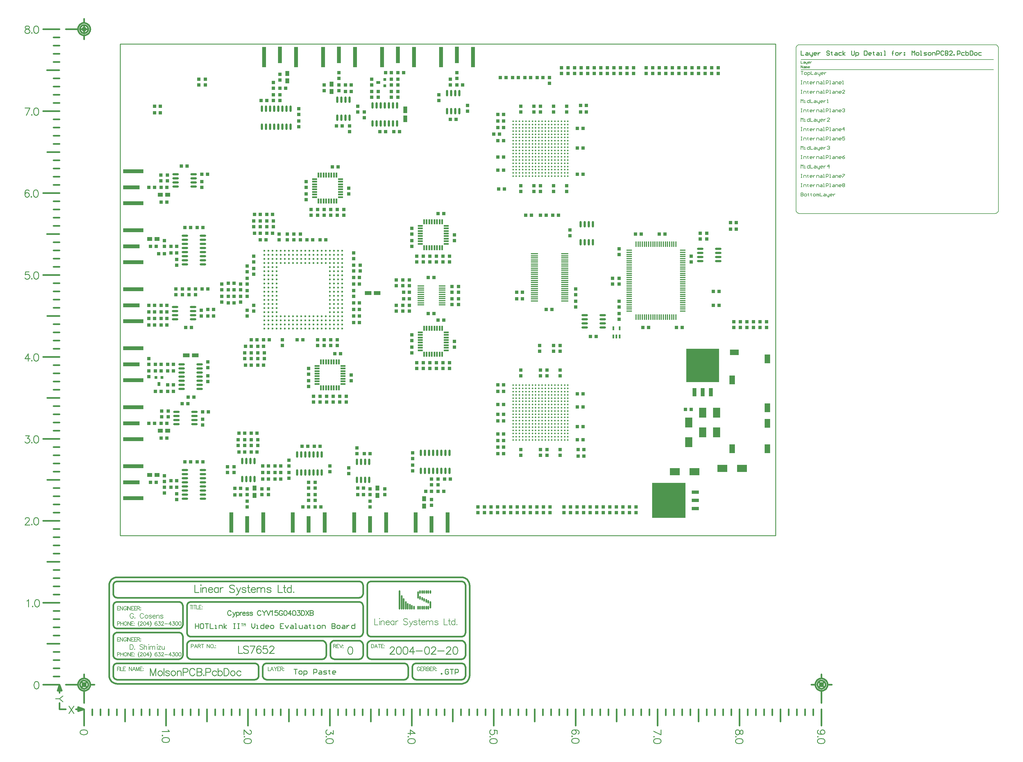
<source format=gtp>
%FSLAX24Y24*%
%MOIN*%
G70*
G01*
G75*
%ADD10C,0.0136*%
%ADD11C,0.0123*%
%ADD12C,0.0050*%
%ADD13C,0.0056*%
%ADD14R,0.0400X0.0400*%
%ADD15C,0.0236*%
%ADD16O,0.0240X0.0800*%
%ADD17C,0.0197*%
%ADD18R,0.0866X0.0157*%
%ADD19R,0.0610X0.0197*%
%ADD20O,0.0800X0.0240*%
%ADD21R,0.0200X0.0500*%
%ADD22R,0.0197X0.0610*%
%ADD23R,0.0500X0.0600*%
%ADD24R,0.0600X0.0500*%
%ADD25R,0.0360X0.0500*%
%ADD26R,0.0500X0.0360*%
%ADD27R,0.0850X0.0420*%
%ADD28R,0.1200X0.0900*%
%ADD29R,0.0197X0.0610*%
%ADD30R,0.4000X0.4100*%
%ADD31R,0.0500X0.1000*%
%ADD32R,0.4100X0.4250*%
%ADD33R,0.0787X0.0472*%
%ADD34R,0.0900X0.1200*%
%ADD35R,0.0472X0.0787*%
%ADD36R,0.0866X0.0157*%
%ADD37R,0.0360X0.0360*%
%ADD38C,0.0394*%
%ADD39R,0.0846X0.0157*%
%ADD40R,0.0846X0.0157*%
%ADD41R,0.0157X0.0669*%
%ADD42R,0.0669X0.0157*%
%ADD43R,0.2500X0.0500*%
%ADD44R,0.2000X0.0500*%
%ADD45R,0.0500X0.2500*%
%ADD46R,0.0500X0.2000*%
%ADD47R,0.0700X0.1100*%
%ADD48R,0.1100X0.0700*%
%ADD49C,0.0120*%
%ADD50C,0.0100*%
%ADD51C,0.0400*%
%ADD52C,0.0700*%
%ADD53C,0.0200*%
%ADD54C,0.0070*%
%ADD55C,0.0216*%
%ADD56C,0.0090*%
%ADD57C,0.0080*%
%ADD58C,0.0240*%
%ADD59C,0.0680*%
%ADD60R,0.0680X0.0680*%
%ADD61C,0.1500*%
%ADD62C,0.0550*%
%ADD63C,0.1000*%
%ADD64C,0.2200*%
%ADD65C,0.0650*%
%ADD66C,0.0600*%
%ADD67C,0.1100*%
%ADD68C,0.1900*%
%ADD69R,0.0550X0.0550*%
%ADD70C,0.0051*%
%ADD71C,0.0079*%
%ADD72C,0.0098*%
%ADD73C,0.0010*%
D12*
X103100Y87924D02*
Y87634D01*
X103293D01*
X103438Y87827D02*
X103535D01*
X103583Y87779D01*
Y87634D01*
X103438D01*
X103390Y87682D01*
X103438Y87731D01*
X103583D01*
X103680Y87827D02*
Y87682D01*
X103728Y87634D01*
X103873D01*
Y87586D01*
X103825Y87537D01*
X103776D01*
X103873Y87634D02*
Y87827D01*
X104115Y87634D02*
X104018D01*
X103970Y87682D01*
Y87779D01*
X104018Y87827D01*
X104115D01*
X104163Y87779D01*
Y87731D01*
X103970D01*
X104260Y87827D02*
Y87634D01*
Y87731D01*
X104308Y87779D01*
X104356Y87827D01*
X104405D01*
X103100Y87054D02*
Y87344D01*
X103293Y87054D01*
Y87344D01*
X103438Y87247D02*
X103535D01*
X103583Y87199D01*
Y87054D01*
X103438D01*
X103390Y87102D01*
X103438Y87151D01*
X103583D01*
X103680Y87054D02*
Y87247D01*
X103728D01*
X103776Y87199D01*
Y87054D01*
Y87199D01*
X103825Y87247D01*
X103873Y87199D01*
Y87054D01*
X104115D02*
X104018D01*
X103970Y87102D01*
Y87199D01*
X104018Y87247D01*
X104115D01*
X104163Y87199D01*
Y87151D01*
X103970D01*
X56571Y13843D02*
X56550Y13886D01*
X56507Y13928D01*
X56464Y13950D01*
X56379D01*
X56336Y13928D01*
X56293Y13886D01*
X56271Y13843D01*
X56250Y13779D01*
Y13671D01*
X56271Y13607D01*
X56293Y13564D01*
X56336Y13521D01*
X56379Y13500D01*
X56464D01*
X56507Y13521D01*
X56550Y13564D01*
X56571Y13607D01*
Y13671D01*
X56464D02*
X56571D01*
X56953Y13950D02*
X56674D01*
Y13500D01*
X56953D01*
X56674Y13736D02*
X56846D01*
X57028Y13950D02*
Y13500D01*
Y13950D02*
X57221D01*
X57285Y13928D01*
X57306Y13907D01*
X57328Y13864D01*
Y13821D01*
X57306Y13779D01*
X57285Y13757D01*
X57221Y13736D01*
X57028D01*
X57178D02*
X57328Y13500D01*
X57428Y13950D02*
Y13500D01*
Y13950D02*
X57621D01*
X57685Y13928D01*
X57707Y13907D01*
X57728Y13864D01*
Y13821D01*
X57707Y13779D01*
X57685Y13757D01*
X57621Y13736D01*
X57428D02*
X57621D01*
X57685Y13714D01*
X57707Y13693D01*
X57728Y13650D01*
Y13586D01*
X57707Y13543D01*
X57685Y13521D01*
X57621Y13500D01*
X57428D01*
X58107Y13950D02*
X57829D01*
Y13500D01*
X58107D01*
X57829Y13736D02*
X58000D01*
X58182Y13950D02*
Y13500D01*
Y13950D02*
X58375D01*
X58440Y13928D01*
X58461Y13907D01*
X58482Y13864D01*
Y13821D01*
X58461Y13779D01*
X58440Y13757D01*
X58375Y13736D01*
X58182D01*
X58332D02*
X58482Y13500D01*
X58604Y13800D02*
X58583Y13779D01*
X58604Y13757D01*
X58626Y13779D01*
X58604Y13800D01*
Y13543D02*
X58583Y13521D01*
X58604Y13500D01*
X58626Y13521D01*
X58604Y13543D01*
X19650Y13950D02*
Y13500D01*
Y13950D02*
X19929D01*
X19650Y13736D02*
X19821D01*
X19980Y13950D02*
Y13500D01*
X20074Y13950D02*
Y13500D01*
X20331D01*
X20659Y13950D02*
X20381D01*
Y13500D01*
X20659D01*
X20381Y13736D02*
X20552D01*
X21088Y13950D02*
Y13500D01*
Y13950D02*
X21387Y13500D01*
Y13950D02*
Y13500D01*
X21855D02*
X21683Y13950D01*
X21512Y13500D01*
X21576Y13650D02*
X21790D01*
X21960Y13950D02*
Y13500D01*
Y13950D02*
X22131Y13500D01*
X22302Y13950D02*
X22131Y13500D01*
X22302Y13950D02*
Y13500D01*
X22709Y13950D02*
X22431D01*
Y13500D01*
X22709D01*
X22431Y13736D02*
X22602D01*
X22806Y13800D02*
X22784Y13779D01*
X22806Y13757D01*
X22827Y13779D01*
X22806Y13800D01*
Y13543D02*
X22784Y13521D01*
X22806Y13500D01*
X22827Y13521D01*
X22806Y13543D01*
X19929Y17550D02*
X19650D01*
Y17100D01*
X19929D01*
X19650Y17336D02*
X19821D01*
X20003Y17550D02*
Y17100D01*
Y17550D02*
X20303Y17100D01*
Y17550D02*
Y17100D01*
X20749Y17443D02*
X20728Y17486D01*
X20685Y17528D01*
X20642Y17550D01*
X20556D01*
X20513Y17528D01*
X20471Y17486D01*
X20449Y17443D01*
X20428Y17379D01*
Y17271D01*
X20449Y17207D01*
X20471Y17164D01*
X20513Y17121D01*
X20556Y17100D01*
X20642D01*
X20685Y17121D01*
X20728Y17164D01*
X20749Y17207D01*
Y17271D01*
X20642D02*
X20749D01*
X20852Y17550D02*
Y17100D01*
X20946Y17550D02*
Y17100D01*
Y17550D02*
X21246Y17100D01*
Y17550D02*
Y17100D01*
X21649Y17550D02*
X21370D01*
Y17100D01*
X21649D01*
X21370Y17336D02*
X21542D01*
X22002Y17550D02*
X21724D01*
Y17100D01*
X22002D01*
X21724Y17336D02*
X21895D01*
X22077Y17550D02*
Y17100D01*
Y17550D02*
X22270D01*
X22334Y17528D01*
X22356Y17507D01*
X22377Y17464D01*
Y17421D01*
X22356Y17379D01*
X22334Y17357D01*
X22270Y17336D01*
X22077D01*
X22227D02*
X22377Y17100D01*
X22499Y17400D02*
X22478Y17379D01*
X22499Y17357D01*
X22521Y17379D01*
X22499Y17400D01*
Y17143D02*
X22478Y17121D01*
X22499Y17100D01*
X22521Y17121D01*
X22499Y17143D01*
X28675Y21475D02*
Y21025D01*
X28525Y21475D02*
X28825D01*
X28879D02*
Y21025D01*
X29123Y21475D02*
Y21025D01*
X28973Y21475D02*
X29273D01*
X29326D02*
Y21025D01*
X29583D01*
X29911Y21475D02*
X29633D01*
Y21025D01*
X29911D01*
X29633Y21261D02*
X29804D01*
X30008Y21325D02*
X29986Y21304D01*
X30008Y21282D01*
X30029Y21304D01*
X30008Y21325D01*
Y21068D02*
X29986Y21046D01*
X30008Y21025D01*
X30029Y21046D01*
X30008Y21068D01*
X28650Y16489D02*
X28843D01*
X28907Y16511D01*
X28929Y16532D01*
X28950Y16575D01*
Y16639D01*
X28929Y16682D01*
X28907Y16703D01*
X28843Y16725D01*
X28650D01*
Y16275D01*
X29393D02*
X29222Y16725D01*
X29051Y16275D01*
X29115Y16425D02*
X29329D01*
X29498Y16725D02*
Y16275D01*
Y16725D02*
X29691D01*
X29755Y16703D01*
X29777Y16682D01*
X29798Y16639D01*
Y16596D01*
X29777Y16554D01*
X29755Y16532D01*
X29691Y16511D01*
X29498D01*
X29648D02*
X29798Y16275D01*
X30049Y16725D02*
Y16275D01*
X29899Y16725D02*
X30199D01*
X30606D02*
Y16275D01*
Y16725D02*
X30906Y16275D01*
Y16725D02*
Y16275D01*
X31159Y16725D02*
X31116Y16703D01*
X31073Y16661D01*
X31052Y16618D01*
X31030Y16554D01*
Y16446D01*
X31052Y16382D01*
X31073Y16339D01*
X31116Y16296D01*
X31159Y16275D01*
X31244D01*
X31287Y16296D01*
X31330Y16339D01*
X31352Y16382D01*
X31373Y16446D01*
Y16554D01*
X31352Y16618D01*
X31330Y16661D01*
X31287Y16703D01*
X31244Y16725D01*
X31159D01*
X31499Y16318D02*
X31478Y16296D01*
X31499Y16275D01*
X31521Y16296D01*
X31499Y16318D01*
X31641Y16575D02*
X31619Y16554D01*
X31641Y16532D01*
X31662Y16554D01*
X31641Y16575D01*
Y16318D02*
X31619Y16296D01*
X31641Y16275D01*
X31662Y16296D01*
X31641Y16318D01*
X19929Y21350D02*
X19650D01*
Y20900D01*
X19929D01*
X19650Y21136D02*
X19821D01*
X20003Y21350D02*
Y20900D01*
Y21350D02*
X20303Y20900D01*
Y21350D02*
Y20900D01*
X20749Y21243D02*
X20728Y21286D01*
X20685Y21328D01*
X20642Y21350D01*
X20556D01*
X20513Y21328D01*
X20471Y21286D01*
X20449Y21243D01*
X20428Y21179D01*
Y21071D01*
X20449Y21007D01*
X20471Y20964D01*
X20513Y20921D01*
X20556Y20900D01*
X20642D01*
X20685Y20921D01*
X20728Y20964D01*
X20749Y21007D01*
Y21071D01*
X20642D02*
X20749D01*
X20852Y21350D02*
Y20900D01*
X20946Y21350D02*
Y20900D01*
Y21350D02*
X21246Y20900D01*
Y21350D02*
Y20900D01*
X21649Y21350D02*
X21370D01*
Y20900D01*
X21649D01*
X21370Y21136D02*
X21542D01*
X22002Y21350D02*
X21724D01*
Y20900D01*
X22002D01*
X21724Y21136D02*
X21895D01*
X22077Y21350D02*
Y20900D01*
Y21350D02*
X22270D01*
X22334Y21328D01*
X22356Y21307D01*
X22377Y21264D01*
Y21221D01*
X22356Y21179D01*
X22334Y21157D01*
X22270Y21136D01*
X22077D01*
X22227D02*
X22377Y20900D01*
X22499Y21200D02*
X22478Y21179D01*
X22499Y21157D01*
X22521Y21179D01*
X22499Y21200D01*
Y20943D02*
X22478Y20921D01*
X22499Y20900D01*
X22521Y20921D01*
X22499Y20943D01*
X38050Y13950D02*
Y13500D01*
X38307D01*
X38699D02*
X38528Y13950D01*
X38356Y13500D01*
X38421Y13650D02*
X38635D01*
X38804Y13950D02*
X38976Y13736D01*
Y13500D01*
X39147Y13950D02*
X38976Y13736D01*
X39483Y13950D02*
X39205D01*
Y13500D01*
X39483D01*
X39205Y13736D02*
X39376D01*
X39558Y13950D02*
Y13500D01*
Y13950D02*
X39751D01*
X39815Y13928D01*
X39837Y13907D01*
X39858Y13864D01*
Y13821D01*
X39837Y13779D01*
X39815Y13757D01*
X39751Y13736D01*
X39558D01*
X39708D02*
X39858Y13500D01*
X39980Y13800D02*
X39959Y13779D01*
X39980Y13757D01*
X40002Y13779D01*
X39980Y13800D01*
Y13543D02*
X39959Y13521D01*
X39980Y13500D01*
X40002Y13521D01*
X39980Y13543D01*
X19650Y15489D02*
X19843D01*
X19907Y15511D01*
X19929Y15532D01*
X19950Y15575D01*
Y15639D01*
X19929Y15682D01*
X19907Y15703D01*
X19843Y15725D01*
X19650D01*
Y15275D01*
X20051Y15725D02*
Y15275D01*
X20351Y15725D02*
Y15275D01*
X20051Y15511D02*
X20351D01*
X20603Y15725D02*
X20561Y15703D01*
X20518Y15661D01*
X20496Y15618D01*
X20475Y15554D01*
Y15446D01*
X20496Y15382D01*
X20518Y15339D01*
X20561Y15296D01*
X20603Y15275D01*
X20689D01*
X20732Y15296D01*
X20775Y15339D01*
X20796Y15382D01*
X20818Y15446D01*
Y15554D01*
X20796Y15618D01*
X20775Y15661D01*
X20732Y15703D01*
X20689Y15725D01*
X20603D01*
X20923D02*
Y15275D01*
Y15725D02*
X21223Y15275D01*
Y15725D02*
Y15275D01*
X21625Y15725D02*
X21347D01*
Y15275D01*
X21625D01*
X21347Y15511D02*
X21518D01*
X21722Y15575D02*
X21700Y15554D01*
X21722Y15532D01*
X21743Y15554D01*
X21722Y15575D01*
Y15318D02*
X21700Y15296D01*
X21722Y15275D01*
X21743Y15296D01*
X21722Y15318D01*
X22345Y15811D02*
X22302Y15768D01*
X22259Y15703D01*
X22217Y15618D01*
X22195Y15511D01*
Y15425D01*
X22217Y15318D01*
X22259Y15232D01*
X22302Y15168D01*
X22345Y15125D01*
X22302Y15768D02*
X22259Y15682D01*
X22238Y15618D01*
X22217Y15511D01*
Y15425D01*
X22238Y15318D01*
X22259Y15254D01*
X22302Y15168D01*
X22452Y15618D02*
Y15639D01*
X22474Y15682D01*
X22495Y15703D01*
X22538Y15725D01*
X22624D01*
X22666Y15703D01*
X22688Y15682D01*
X22709Y15639D01*
Y15596D01*
X22688Y15554D01*
X22645Y15489D01*
X22431Y15275D01*
X22731D01*
X22960Y15725D02*
X22896Y15703D01*
X22853Y15639D01*
X22831Y15532D01*
Y15468D01*
X22853Y15361D01*
X22896Y15296D01*
X22960Y15275D01*
X23003D01*
X23067Y15296D01*
X23110Y15361D01*
X23131Y15468D01*
Y15532D01*
X23110Y15639D01*
X23067Y15703D01*
X23003Y15725D01*
X22960D01*
X23446D02*
X23232Y15425D01*
X23553D01*
X23446Y15725D02*
Y15275D01*
X23633Y15811D02*
X23676Y15768D01*
X23718Y15703D01*
X23761Y15618D01*
X23783Y15511D01*
Y15425D01*
X23761Y15318D01*
X23718Y15232D01*
X23676Y15168D01*
X23633Y15125D01*
X23676Y15768D02*
X23718Y15682D01*
X23740Y15618D01*
X23761Y15511D01*
Y15425D01*
X23740Y15318D01*
X23718Y15254D01*
X23676Y15168D01*
X24503Y15661D02*
X24481Y15703D01*
X24417Y15725D01*
X24374D01*
X24310Y15703D01*
X24267Y15639D01*
X24245Y15532D01*
Y15425D01*
X24267Y15339D01*
X24310Y15296D01*
X24374Y15275D01*
X24395D01*
X24460Y15296D01*
X24503Y15339D01*
X24524Y15404D01*
Y15425D01*
X24503Y15489D01*
X24460Y15532D01*
X24395Y15554D01*
X24374D01*
X24310Y15532D01*
X24267Y15489D01*
X24245Y15425D01*
X24665Y15725D02*
X24901D01*
X24772Y15554D01*
X24837D01*
X24880Y15532D01*
X24901Y15511D01*
X24922Y15446D01*
Y15404D01*
X24901Y15339D01*
X24858Y15296D01*
X24794Y15275D01*
X24730D01*
X24665Y15296D01*
X24644Y15318D01*
X24623Y15361D01*
X25045Y15618D02*
Y15639D01*
X25066Y15682D01*
X25087Y15703D01*
X25130Y15725D01*
X25216D01*
X25259Y15703D01*
X25280Y15682D01*
X25302Y15639D01*
Y15596D01*
X25280Y15554D01*
X25237Y15489D01*
X25023Y15275D01*
X25323D01*
X25424Y15468D02*
X25809D01*
X26156Y15725D02*
X25942Y15425D01*
X26264D01*
X26156Y15725D02*
Y15275D01*
X26386Y15725D02*
X26621D01*
X26493Y15554D01*
X26557D01*
X26600Y15532D01*
X26621Y15511D01*
X26643Y15446D01*
Y15404D01*
X26621Y15339D01*
X26579Y15296D01*
X26514Y15275D01*
X26450D01*
X26386Y15296D01*
X26364Y15318D01*
X26343Y15361D01*
X26872Y15725D02*
X26808Y15703D01*
X26765Y15639D01*
X26743Y15532D01*
Y15468D01*
X26765Y15361D01*
X26808Y15296D01*
X26872Y15275D01*
X26915D01*
X26979Y15296D01*
X27022Y15361D01*
X27043Y15468D01*
Y15532D01*
X27022Y15639D01*
X26979Y15703D01*
X26915Y15725D01*
X26872D01*
X27273D02*
X27208Y15703D01*
X27166Y15639D01*
X27144Y15532D01*
Y15468D01*
X27166Y15361D01*
X27208Y15296D01*
X27273Y15275D01*
X27315D01*
X27380Y15296D01*
X27423Y15361D01*
X27444Y15468D01*
Y15532D01*
X27423Y15639D01*
X27380Y15703D01*
X27315Y15725D01*
X27273D01*
X19650Y19239D02*
X19843D01*
X19907Y19261D01*
X19929Y19282D01*
X19950Y19325D01*
Y19389D01*
X19929Y19432D01*
X19907Y19453D01*
X19843Y19475D01*
X19650D01*
Y19025D01*
X20051Y19475D02*
Y19025D01*
X20351Y19475D02*
Y19025D01*
X20051Y19261D02*
X20351D01*
X20603Y19475D02*
X20561Y19453D01*
X20518Y19411D01*
X20496Y19368D01*
X20475Y19304D01*
Y19196D01*
X20496Y19132D01*
X20518Y19089D01*
X20561Y19046D01*
X20603Y19025D01*
X20689D01*
X20732Y19046D01*
X20775Y19089D01*
X20796Y19132D01*
X20818Y19196D01*
Y19304D01*
X20796Y19368D01*
X20775Y19411D01*
X20732Y19453D01*
X20689Y19475D01*
X20603D01*
X20923D02*
Y19025D01*
Y19475D02*
X21223Y19025D01*
Y19475D02*
Y19025D01*
X21625Y19475D02*
X21347D01*
Y19025D01*
X21625D01*
X21347Y19261D02*
X21518D01*
X21722Y19325D02*
X21700Y19304D01*
X21722Y19282D01*
X21743Y19304D01*
X21722Y19325D01*
Y19068D02*
X21700Y19046D01*
X21722Y19025D01*
X21743Y19046D01*
X21722Y19068D01*
X22345Y19561D02*
X22302Y19518D01*
X22259Y19453D01*
X22217Y19368D01*
X22195Y19261D01*
Y19175D01*
X22217Y19068D01*
X22259Y18982D01*
X22302Y18918D01*
X22345Y18875D01*
X22302Y19518D02*
X22259Y19432D01*
X22238Y19368D01*
X22217Y19261D01*
Y19175D01*
X22238Y19068D01*
X22259Y19004D01*
X22302Y18918D01*
X22452Y19368D02*
Y19389D01*
X22474Y19432D01*
X22495Y19453D01*
X22538Y19475D01*
X22624D01*
X22666Y19453D01*
X22688Y19432D01*
X22709Y19389D01*
Y19346D01*
X22688Y19304D01*
X22645Y19239D01*
X22431Y19025D01*
X22731D01*
X22960Y19475D02*
X22896Y19453D01*
X22853Y19389D01*
X22831Y19282D01*
Y19218D01*
X22853Y19111D01*
X22896Y19046D01*
X22960Y19025D01*
X23003D01*
X23067Y19046D01*
X23110Y19111D01*
X23131Y19218D01*
Y19282D01*
X23110Y19389D01*
X23067Y19453D01*
X23003Y19475D01*
X22960D01*
X23446D02*
X23232Y19175D01*
X23553D01*
X23446Y19475D02*
Y19025D01*
X23633Y19561D02*
X23676Y19518D01*
X23718Y19453D01*
X23761Y19368D01*
X23783Y19261D01*
Y19175D01*
X23761Y19068D01*
X23718Y18982D01*
X23676Y18918D01*
X23633Y18875D01*
X23676Y19518D02*
X23718Y19432D01*
X23740Y19368D01*
X23761Y19261D01*
Y19175D01*
X23740Y19068D01*
X23718Y19004D01*
X23676Y18918D01*
X24503Y19411D02*
X24481Y19453D01*
X24417Y19475D01*
X24374D01*
X24310Y19453D01*
X24267Y19389D01*
X24245Y19282D01*
Y19175D01*
X24267Y19089D01*
X24310Y19046D01*
X24374Y19025D01*
X24395D01*
X24460Y19046D01*
X24503Y19089D01*
X24524Y19154D01*
Y19175D01*
X24503Y19239D01*
X24460Y19282D01*
X24395Y19304D01*
X24374D01*
X24310Y19282D01*
X24267Y19239D01*
X24245Y19175D01*
X24665Y19475D02*
X24901D01*
X24772Y19304D01*
X24837D01*
X24880Y19282D01*
X24901Y19261D01*
X24922Y19196D01*
Y19154D01*
X24901Y19089D01*
X24858Y19046D01*
X24794Y19025D01*
X24730D01*
X24665Y19046D01*
X24644Y19068D01*
X24623Y19111D01*
X25045Y19368D02*
Y19389D01*
X25066Y19432D01*
X25087Y19453D01*
X25130Y19475D01*
X25216D01*
X25259Y19453D01*
X25280Y19432D01*
X25302Y19389D01*
Y19346D01*
X25280Y19304D01*
X25237Y19239D01*
X25023Y19025D01*
X25323D01*
X25424Y19218D02*
X25809D01*
X26156Y19475D02*
X25942Y19175D01*
X26264D01*
X26156Y19475D02*
Y19025D01*
X26386Y19475D02*
X26621D01*
X26493Y19304D01*
X26557D01*
X26600Y19282D01*
X26621Y19261D01*
X26643Y19196D01*
Y19154D01*
X26621Y19089D01*
X26579Y19046D01*
X26514Y19025D01*
X26450D01*
X26386Y19046D01*
X26364Y19068D01*
X26343Y19111D01*
X26872Y19475D02*
X26808Y19453D01*
X26765Y19389D01*
X26743Y19282D01*
Y19218D01*
X26765Y19111D01*
X26808Y19046D01*
X26872Y19025D01*
X26915D01*
X26979Y19046D01*
X27022Y19111D01*
X27043Y19218D01*
Y19282D01*
X27022Y19389D01*
X26979Y19453D01*
X26915Y19475D01*
X26872D01*
X27273D02*
X27208Y19453D01*
X27166Y19389D01*
X27144Y19282D01*
Y19218D01*
X27166Y19111D01*
X27208Y19046D01*
X27273Y19025D01*
X27315D01*
X27380Y19046D01*
X27423Y19111D01*
X27444Y19218D01*
Y19282D01*
X27423Y19389D01*
X27380Y19453D01*
X27315Y19475D01*
X27273D01*
X46025Y16725D02*
Y16275D01*
Y16725D02*
X46218D01*
X46282Y16703D01*
X46304Y16682D01*
X46325Y16639D01*
Y16596D01*
X46304Y16554D01*
X46282Y16532D01*
X46218Y16511D01*
X46025D01*
X46175D02*
X46325Y16275D01*
X46704Y16725D02*
X46426D01*
Y16275D01*
X46704D01*
X46426Y16511D02*
X46597D01*
X46779Y16725D02*
X46951Y16275D01*
X47122Y16725D02*
X46951Y16275D01*
X47201Y16575D02*
X47180Y16554D01*
X47201Y16532D01*
X47223Y16554D01*
X47201Y16575D01*
Y16318D02*
X47180Y16296D01*
X47201Y16275D01*
X47223Y16296D01*
X47201Y16318D01*
X50650Y16725D02*
Y16275D01*
Y16725D02*
X50800D01*
X50864Y16703D01*
X50907Y16661D01*
X50929Y16618D01*
X50950Y16554D01*
Y16446D01*
X50929Y16382D01*
X50907Y16339D01*
X50864Y16296D01*
X50800Y16275D01*
X50650D01*
X51393D02*
X51222Y16725D01*
X51051Y16275D01*
X51115Y16425D02*
X51329D01*
X51648Y16725D02*
Y16275D01*
X51498Y16725D02*
X51798D01*
X52130D02*
X51852D01*
Y16275D01*
X52130D01*
X51852Y16511D02*
X52023D01*
X52227Y16575D02*
X52205Y16554D01*
X52227Y16532D01*
X52248Y16554D01*
X52227Y16575D01*
Y16318D02*
X52205Y16296D01*
X52227Y16275D01*
X52248Y16296D01*
X52227Y16318D01*
X34800Y19250D02*
X35000D01*
X34900D01*
Y18950D01*
X35100D02*
Y19250D01*
X35200Y19150D01*
X35300Y19250D01*
Y18950D01*
D14*
X61000Y80800D02*
D03*
X60300D02*
D03*
X66800Y79800D02*
D03*
X66100D02*
D03*
Y76200D02*
D03*
X66800D02*
D03*
X75900Y40500D02*
D03*
X76600D02*
D03*
X76200Y81700D02*
D03*
X76900D02*
D03*
X98900Y56100D02*
D03*
X97300D02*
D03*
X95700D02*
D03*
X74950Y32800D02*
D03*
X76550D02*
D03*
X78150D02*
D03*
X79750D02*
D03*
X82950D02*
D03*
X81350D02*
D03*
X64450D02*
D03*
X66050D02*
D03*
X67650D02*
D03*
X69250D02*
D03*
X72450D02*
D03*
X70850D02*
D03*
X85000Y87100D02*
D03*
X86600D02*
D03*
X88200D02*
D03*
X89800D02*
D03*
X93000D02*
D03*
X91400D02*
D03*
X74650D02*
D03*
X76250D02*
D03*
X77850D02*
D03*
X79450D02*
D03*
X82650D02*
D03*
X81050D02*
D03*
X98900Y55400D02*
D03*
X97300D02*
D03*
X95700D02*
D03*
X74950Y33500D02*
D03*
X76550D02*
D03*
X78150D02*
D03*
X79750D02*
D03*
X82950D02*
D03*
X81350D02*
D03*
X64450D02*
D03*
X66050D02*
D03*
X67650D02*
D03*
X69250D02*
D03*
X72450D02*
D03*
X70850D02*
D03*
X85000Y86400D02*
D03*
X86600D02*
D03*
X88200D02*
D03*
X89800D02*
D03*
X93000D02*
D03*
X91400D02*
D03*
X74650D02*
D03*
X76250D02*
D03*
X77850D02*
D03*
X79450D02*
D03*
X82650D02*
D03*
X81050D02*
D03*
X66800Y48400D02*
D03*
X66100D02*
D03*
Y44800D02*
D03*
X66800D02*
D03*
X66300Y79000D02*
D03*
X65600D02*
D03*
X66200Y72300D02*
D03*
X49200Y56000D02*
D03*
X48500D02*
D03*
Y56800D02*
D03*
X49200D02*
D03*
X42000Y66800D02*
D03*
Y66100D02*
D03*
X41200D02*
D03*
Y66800D02*
D03*
X49200Y61500D02*
D03*
X48500D02*
D03*
Y60700D02*
D03*
X49200D02*
D03*
X48500Y58400D02*
D03*
X49200D02*
D03*
X40400Y66100D02*
D03*
Y66800D02*
D03*
X48500Y63000D02*
D03*
Y62300D02*
D03*
X80100Y60700D02*
D03*
Y61400D02*
D03*
X68900Y81700D02*
D03*
Y82400D02*
D03*
X60500Y58200D02*
D03*
Y58900D02*
D03*
X98100Y55400D02*
D03*
Y56100D02*
D03*
X94900D02*
D03*
Y55400D02*
D03*
X96500D02*
D03*
Y56100D02*
D03*
X68600Y85900D02*
D03*
X67900D02*
D03*
X74150Y33500D02*
D03*
Y32800D02*
D03*
X75750D02*
D03*
Y33500D02*
D03*
X77350D02*
D03*
Y32800D02*
D03*
X78950D02*
D03*
Y33500D02*
D03*
X82150D02*
D03*
Y32800D02*
D03*
X80550D02*
D03*
Y33500D02*
D03*
X63650D02*
D03*
Y32800D02*
D03*
X65250D02*
D03*
Y33500D02*
D03*
X66850D02*
D03*
Y32800D02*
D03*
X68450D02*
D03*
Y33500D02*
D03*
X71650D02*
D03*
Y32800D02*
D03*
X70050D02*
D03*
Y33500D02*
D03*
X84200Y86400D02*
D03*
Y87100D02*
D03*
X85800D02*
D03*
Y86400D02*
D03*
X87400D02*
D03*
Y87100D02*
D03*
X89000D02*
D03*
Y86400D02*
D03*
X92200D02*
D03*
Y87100D02*
D03*
X90600D02*
D03*
Y86400D02*
D03*
X73850D02*
D03*
Y87100D02*
D03*
X75450D02*
D03*
Y86400D02*
D03*
X77050D02*
D03*
Y87100D02*
D03*
X78650D02*
D03*
Y86400D02*
D03*
X81850D02*
D03*
Y87100D02*
D03*
X80250D02*
D03*
Y86400D02*
D03*
X82900Y66800D02*
D03*
X83600D02*
D03*
X80900Y58600D02*
D03*
Y57900D02*
D03*
X94500Y67400D02*
D03*
X95200D02*
D03*
X26800Y60100D02*
D03*
Y59400D02*
D03*
X37400Y36900D02*
D03*
X38100D02*
D03*
X27600Y59400D02*
D03*
Y60100D02*
D03*
X28400D02*
D03*
Y59400D02*
D03*
X38100Y38500D02*
D03*
X37400D02*
D03*
Y37700D02*
D03*
X38100D02*
D03*
X36800Y53100D02*
D03*
X37500D02*
D03*
X35300D02*
D03*
X36000D02*
D03*
X35200Y42500D02*
D03*
X34500D02*
D03*
X36700D02*
D03*
X36000D02*
D03*
X39600Y37700D02*
D03*
X38900D02*
D03*
X37600Y52300D02*
D03*
Y51600D02*
D03*
X35200Y52300D02*
D03*
Y51600D02*
D03*
X34400Y41700D02*
D03*
Y41000D02*
D03*
X36800Y41700D02*
D03*
Y41000D02*
D03*
Y50800D02*
D03*
X37500D02*
D03*
X35300D02*
D03*
X36000D02*
D03*
X35200Y40200D02*
D03*
X34500D02*
D03*
X36700D02*
D03*
X36000D02*
D03*
X62400Y82500D02*
D03*
Y81800D02*
D03*
X34700Y60700D02*
D03*
Y60000D02*
D03*
Y58500D02*
D03*
Y59200D02*
D03*
X36400Y66900D02*
D03*
X37100D02*
D03*
X38600D02*
D03*
X37900D02*
D03*
X33900Y60800D02*
D03*
X33200D02*
D03*
X33900Y58400D02*
D03*
X33200D02*
D03*
X36300Y67700D02*
D03*
Y68400D02*
D03*
X38700Y67700D02*
D03*
Y68400D02*
D03*
X23500Y50100D02*
D03*
Y49400D02*
D03*
X25400Y35200D02*
D03*
Y35900D02*
D03*
X44500Y33500D02*
D03*
X43800D02*
D03*
X59500Y35400D02*
D03*
X58800D02*
D03*
X38700Y84600D02*
D03*
Y85300D02*
D03*
X52400Y86500D02*
D03*
X53100D02*
D03*
X60300Y85700D02*
D03*
Y85000D02*
D03*
X24700Y64400D02*
D03*
X25400D02*
D03*
X32400Y60000D02*
D03*
Y60700D02*
D03*
Y59200D02*
D03*
Y58500D02*
D03*
X37100Y69200D02*
D03*
X36400D02*
D03*
X37900D02*
D03*
X38600D02*
D03*
X25050Y44500D02*
D03*
Y45200D02*
D03*
X23500Y55700D02*
D03*
X24200D02*
D03*
Y56500D02*
D03*
X23500D02*
D03*
Y57300D02*
D03*
X24200D02*
D03*
X49700Y35000D02*
D03*
X49000D02*
D03*
X34700Y35750D02*
D03*
X34000D02*
D03*
X47500Y85000D02*
D03*
X48200D02*
D03*
X24950Y74000D02*
D03*
Y73300D02*
D03*
X29200Y59400D02*
D03*
Y60100D02*
D03*
X30050Y45100D02*
D03*
X30750D02*
D03*
X48900Y40700D02*
D03*
Y40000D02*
D03*
X48000Y80000D02*
D03*
Y79300D02*
D03*
X30650Y74100D02*
D03*
X29950D02*
D03*
X23500Y51600D02*
D03*
Y50900D02*
D03*
X25400Y36600D02*
D03*
Y37300D02*
D03*
X24400Y36500D02*
D03*
X23700D02*
D03*
X25850Y45200D02*
D03*
Y44500D02*
D03*
X25700Y41900D02*
D03*
X25000D02*
D03*
X25800Y48400D02*
D03*
X26500D02*
D03*
Y47600D02*
D03*
X25800D02*
D03*
X24200Y58100D02*
D03*
X23500D02*
D03*
X43800Y35000D02*
D03*
Y34300D02*
D03*
X43000Y33500D02*
D03*
X42300D02*
D03*
X43000Y35000D02*
D03*
Y34300D02*
D03*
X58000Y35400D02*
D03*
X57300D02*
D03*
X43700Y40900D02*
D03*
X44400D02*
D03*
X42200D02*
D03*
X42900D02*
D03*
X50500Y35700D02*
D03*
Y35000D02*
D03*
X58000Y33700D02*
D03*
Y34400D02*
D03*
X49700Y35800D02*
D03*
X49000D02*
D03*
X52300Y35000D02*
D03*
Y35700D02*
D03*
X35500D02*
D03*
Y35000D02*
D03*
X37300D02*
D03*
Y35700D02*
D03*
X40200Y84600D02*
D03*
X39500D02*
D03*
X53900Y86500D02*
D03*
X54600D02*
D03*
X39500Y85600D02*
D03*
Y86300D02*
D03*
X46700Y85000D02*
D03*
Y84300D02*
D03*
X47500Y84200D02*
D03*
X48200D02*
D03*
X44900Y85000D02*
D03*
Y84300D02*
D03*
X51500Y83500D02*
D03*
Y84200D02*
D03*
X50700D02*
D03*
Y83500D02*
D03*
X61100Y85000D02*
D03*
X61800D02*
D03*
X25400Y65300D02*
D03*
Y66000D02*
D03*
X24400Y65300D02*
D03*
X23700D02*
D03*
X25000Y72500D02*
D03*
X25700D02*
D03*
X25750Y73300D02*
D03*
Y74000D02*
D03*
X25000Y70700D02*
D03*
X25700D02*
D03*
X25800Y50900D02*
D03*
X26500D02*
D03*
Y50100D02*
D03*
X25800D02*
D03*
X30050Y44200D02*
D03*
Y43500D02*
D03*
X35500Y59900D02*
D03*
Y59200D02*
D03*
Y57500D02*
D03*
Y56800D02*
D03*
X29900D02*
D03*
Y57500D02*
D03*
X36000Y53900D02*
D03*
X36700D02*
D03*
X50500Y40000D02*
D03*
X49800D02*
D03*
X38200Y53900D02*
D03*
X37500D02*
D03*
X53900Y83500D02*
D03*
Y84200D02*
D03*
X36300Y64100D02*
D03*
Y63400D02*
D03*
X46400Y80000D02*
D03*
X47100D02*
D03*
X53100Y84200D02*
D03*
Y83500D02*
D03*
X37100Y66100D02*
D03*
X37800D02*
D03*
X35500Y60700D02*
D03*
Y61400D02*
D03*
X29950Y73200D02*
D03*
Y72500D02*
D03*
X35500Y62900D02*
D03*
Y62200D02*
D03*
X39600Y38500D02*
D03*
X38900D02*
D03*
X25000Y43700D02*
D03*
X25700D02*
D03*
X30700Y56800D02*
D03*
X31400D02*
D03*
Y57600D02*
D03*
X30700D02*
D03*
X42700Y73200D02*
D03*
Y72500D02*
D03*
Y71700D02*
D03*
Y71000D02*
D03*
X43000Y50400D02*
D03*
Y49700D02*
D03*
Y48900D02*
D03*
Y48200D02*
D03*
X55600Y67500D02*
D03*
Y66800D02*
D03*
Y66000D02*
D03*
Y65300D02*
D03*
Y54500D02*
D03*
Y53800D02*
D03*
Y53000D02*
D03*
Y52300D02*
D03*
X54600Y59700D02*
D03*
X55300D02*
D03*
Y60500D02*
D03*
Y61200D02*
D03*
Y57400D02*
D03*
Y58100D02*
D03*
Y58900D02*
D03*
X54600D02*
D03*
X61300Y60400D02*
D03*
Y59700D02*
D03*
Y58900D02*
D03*
Y58200D02*
D03*
X53700Y61200D02*
D03*
Y60500D02*
D03*
X54500D02*
D03*
Y61200D02*
D03*
Y57400D02*
D03*
Y58100D02*
D03*
X53700D02*
D03*
Y57400D02*
D03*
X47900Y72400D02*
D03*
Y71700D02*
D03*
X43500Y66100D02*
D03*
X42800D02*
D03*
X42300Y53900D02*
D03*
X41600D02*
D03*
X48200Y49600D02*
D03*
Y48900D02*
D03*
X60800Y66000D02*
D03*
Y66700D02*
D03*
X48500Y63800D02*
D03*
Y64500D02*
D03*
X60800Y53700D02*
D03*
Y53000D02*
D03*
X44900Y69800D02*
D03*
Y69100D02*
D03*
X46500D02*
D03*
Y69800D02*
D03*
X45200Y47000D02*
D03*
Y46300D02*
D03*
X46800D02*
D03*
Y47000D02*
D03*
X57800Y64100D02*
D03*
Y63400D02*
D03*
X59400D02*
D03*
Y64100D02*
D03*
X57800Y51100D02*
D03*
Y50400D02*
D03*
X59400D02*
D03*
Y51100D02*
D03*
X75600Y60100D02*
D03*
Y59400D02*
D03*
X68400Y59700D02*
D03*
X69100D02*
D03*
X75600Y57900D02*
D03*
Y58600D02*
D03*
X68400Y58900D02*
D03*
X69100D02*
D03*
X90800Y66200D02*
D03*
Y66900D02*
D03*
X91600D02*
D03*
Y66200D02*
D03*
X80900Y57100D02*
D03*
Y56400D02*
D03*
X70900Y85900D02*
D03*
X71600D02*
D03*
X67100D02*
D03*
X66400D02*
D03*
X70100D02*
D03*
X69400D02*
D03*
X72900Y53200D02*
D03*
Y52500D02*
D03*
X73700D02*
D03*
Y53200D02*
D03*
X66800Y40000D02*
D03*
X66100D02*
D03*
X71200Y52500D02*
D03*
Y53200D02*
D03*
X66800Y40800D02*
D03*
X66100D02*
D03*
Y41600D02*
D03*
X66800D02*
D03*
X71300Y69100D02*
D03*
X72000D02*
D03*
X69500D02*
D03*
X70200D02*
D03*
X72400Y85200D02*
D03*
Y85900D02*
D03*
X73500Y69100D02*
D03*
X72800D02*
D03*
X66800Y80600D02*
D03*
X66100D02*
D03*
Y81400D02*
D03*
X45600Y37800D02*
D03*
Y38500D02*
D03*
X58900Y83100D02*
D03*
Y83800D02*
D03*
X72000Y57600D02*
D03*
X72700D02*
D03*
X58300Y57100D02*
D03*
X57600D02*
D03*
Y61500D02*
D03*
X58300D02*
D03*
X26900Y34400D02*
D03*
Y35100D02*
D03*
X59600Y36900D02*
D03*
X60300D02*
D03*
X37200Y83100D02*
D03*
X37900D02*
D03*
X26900Y63700D02*
D03*
Y63000D02*
D03*
X30100Y39000D02*
D03*
X29400D02*
D03*
X28600D02*
D03*
X27900D02*
D03*
X55700Y40100D02*
D03*
Y39400D02*
D03*
Y38600D02*
D03*
Y37900D02*
D03*
X41800Y82100D02*
D03*
Y81400D02*
D03*
Y80600D02*
D03*
Y79900D02*
D03*
X27900Y67600D02*
D03*
X28600D02*
D03*
X29400D02*
D03*
X30100D02*
D03*
X29000Y46900D02*
D03*
X28300D02*
D03*
X25000Y50900D02*
D03*
X24300D02*
D03*
X30700Y51200D02*
D03*
Y50500D02*
D03*
Y49500D02*
D03*
Y48800D02*
D03*
X24300Y50100D02*
D03*
X25000D02*
D03*
X27550Y46100D02*
D03*
X28250D02*
D03*
X33900Y60000D02*
D03*
X33200D02*
D03*
X30700Y60100D02*
D03*
X30000D02*
D03*
X26200Y35900D02*
D03*
X26900D02*
D03*
X33200Y59200D02*
D03*
X33900D02*
D03*
X26200Y36700D02*
D03*
X26900D02*
D03*
X24200Y43700D02*
D03*
X23500D02*
D03*
X24300Y47600D02*
D03*
X25000D02*
D03*
X31400Y56800D02*
D03*
X30700D02*
D03*
X25700Y58100D02*
D03*
X25000D02*
D03*
X31400Y57600D02*
D03*
X30700D02*
D03*
X25700Y55700D02*
D03*
X25000D02*
D03*
Y56500D02*
D03*
X25700D02*
D03*
X28700Y55400D02*
D03*
X28000D02*
D03*
X25000Y57300D02*
D03*
X25700D02*
D03*
X43800Y35800D02*
D03*
Y36500D02*
D03*
X36800Y52300D02*
D03*
Y51600D02*
D03*
X43000Y35800D02*
D03*
Y36500D02*
D03*
X36000Y52300D02*
D03*
Y51600D02*
D03*
X47900Y38250D02*
D03*
Y37550D02*
D03*
X40600Y37000D02*
D03*
Y37700D02*
D03*
Y38500D02*
D03*
Y39200D02*
D03*
X58800Y36900D02*
D03*
Y36200D02*
D03*
X50500Y33500D02*
D03*
Y34200D02*
D03*
X58000Y36900D02*
D03*
Y36200D02*
D03*
X33100Y37700D02*
D03*
Y38400D02*
D03*
X33900D02*
D03*
Y37700D02*
D03*
X34700Y34950D02*
D03*
X34000D02*
D03*
X35200Y41700D02*
D03*
Y41000D02*
D03*
X35500Y33500D02*
D03*
Y34200D02*
D03*
X36000Y41700D02*
D03*
Y41000D02*
D03*
X38100Y35700D02*
D03*
Y35000D02*
D03*
X39600Y36900D02*
D03*
X38900D02*
D03*
X49800Y81000D02*
D03*
Y81700D02*
D03*
X38700Y83100D02*
D03*
Y83800D02*
D03*
X49000Y81700D02*
D03*
Y82400D02*
D03*
X53900Y85000D02*
D03*
Y85700D02*
D03*
X54100Y79300D02*
D03*
X53400D02*
D03*
X39500Y83100D02*
D03*
Y83800D02*
D03*
X51700Y79300D02*
D03*
X52400D02*
D03*
X53100Y85000D02*
D03*
Y85700D02*
D03*
X37100Y67700D02*
D03*
Y68400D02*
D03*
X46700Y85800D02*
D03*
Y86500D02*
D03*
X37900Y67700D02*
D03*
Y68400D02*
D03*
X50700Y85000D02*
D03*
Y85700D02*
D03*
X61100Y86500D02*
D03*
Y85800D02*
D03*
X26900Y64500D02*
D03*
X26200D02*
D03*
X28150Y75100D02*
D03*
X27450D02*
D03*
X26900Y65300D02*
D03*
X26200D02*
D03*
X24200Y81600D02*
D03*
X24900D02*
D03*
X29600Y85000D02*
D03*
Y85700D02*
D03*
X23500Y72500D02*
D03*
X24200D02*
D03*
X24900Y82400D02*
D03*
X24200D02*
D03*
X30400Y85700D02*
D03*
Y85000D02*
D03*
X46600Y75000D02*
D03*
X45900D02*
D03*
X43300Y69100D02*
D03*
Y69800D02*
D03*
X47300D02*
D03*
Y69100D02*
D03*
X44100Y69800D02*
D03*
Y69100D02*
D03*
X45700D02*
D03*
Y69800D02*
D03*
X46200Y52200D02*
D03*
X46900D02*
D03*
X47600Y47000D02*
D03*
Y46300D02*
D03*
X43600D02*
D03*
Y47000D02*
D03*
X44400Y46300D02*
D03*
Y47000D02*
D03*
X46000D02*
D03*
Y46300D02*
D03*
X60200Y64100D02*
D03*
Y63400D02*
D03*
X56200Y64100D02*
D03*
Y63400D02*
D03*
X59500Y69300D02*
D03*
X58800D02*
D03*
X57000Y64100D02*
D03*
Y63400D02*
D03*
X58600D02*
D03*
Y64100D02*
D03*
X60200Y50400D02*
D03*
Y51100D02*
D03*
X56200D02*
D03*
Y50400D02*
D03*
X58800Y56300D02*
D03*
X59500D02*
D03*
X57000Y50400D02*
D03*
Y51100D02*
D03*
X58600D02*
D03*
Y50400D02*
D03*
X93100Y59800D02*
D03*
X92400D02*
D03*
Y58100D02*
D03*
X93100D02*
D03*
X80900Y60700D02*
D03*
Y61400D02*
D03*
X89700Y64100D02*
D03*
Y63400D02*
D03*
X88600Y55400D02*
D03*
X87900D02*
D03*
X85800Y66800D02*
D03*
X86500D02*
D03*
X80900Y64300D02*
D03*
Y65000D02*
D03*
X84500Y55400D02*
D03*
X83800D02*
D03*
X75800Y43300D02*
D03*
X76500D02*
D03*
X73700Y39800D02*
D03*
Y40500D02*
D03*
X68900Y49500D02*
D03*
Y50200D02*
D03*
X75800Y47300D02*
D03*
X76500D02*
D03*
X77400Y54300D02*
D03*
X78100D02*
D03*
X76500Y74100D02*
D03*
X75800D02*
D03*
X72900Y72700D02*
D03*
Y72000D02*
D03*
Y81700D02*
D03*
Y82400D02*
D03*
X76500Y79700D02*
D03*
X75800D02*
D03*
X66800Y74600D02*
D03*
X66100D02*
D03*
X74900Y66600D02*
D03*
Y67300D02*
D03*
X36300Y62600D02*
D03*
Y61900D02*
D03*
Y58100D02*
D03*
Y57400D02*
D03*
X39800Y53200D02*
D03*
Y53900D02*
D03*
X49300Y63000D02*
D03*
Y62300D02*
D03*
X44400Y66100D02*
D03*
X45100D02*
D03*
X39400D02*
D03*
Y66800D02*
D03*
X71300Y82400D02*
D03*
Y81700D02*
D03*
X70500D02*
D03*
Y82400D02*
D03*
X71300Y72000D02*
D03*
Y72700D02*
D03*
X70500D02*
D03*
Y72000D02*
D03*
X71300Y39800D02*
D03*
Y40500D02*
D03*
X72100D02*
D03*
Y39800D02*
D03*
X71300Y50200D02*
D03*
Y49500D02*
D03*
X72100D02*
D03*
Y50200D02*
D03*
X89000Y45400D02*
D03*
X89700D02*
D03*
X94500Y68200D02*
D03*
X95200D02*
D03*
X76900Y82500D02*
D03*
X76200D02*
D03*
X75900Y39700D02*
D03*
X76600D02*
D03*
X74500Y82400D02*
D03*
Y81700D02*
D03*
X66800Y78200D02*
D03*
X66100D02*
D03*
X76500Y77300D02*
D03*
X75800D02*
D03*
X68900Y72700D02*
D03*
Y72000D02*
D03*
X74500D02*
D03*
Y72700D02*
D03*
X73700Y49500D02*
D03*
Y50200D02*
D03*
X66100Y47600D02*
D03*
X66800D02*
D03*
X75800Y45700D02*
D03*
X76500D02*
D03*
X66100Y44000D02*
D03*
X66800D02*
D03*
X75800Y41700D02*
D03*
X76500D02*
D03*
X68900Y39800D02*
D03*
Y40500D02*
D03*
X60500Y59700D02*
D03*
Y60400D02*
D03*
X48500Y59900D02*
D03*
Y59200D02*
D03*
X44100Y53900D02*
D03*
Y53200D02*
D03*
X44900D02*
D03*
Y53900D02*
D03*
X45700Y53200D02*
D03*
Y53900D02*
D03*
X46500Y53200D02*
D03*
Y53900D02*
D03*
X48500Y57600D02*
D03*
X49200D02*
D03*
X66100Y42400D02*
D03*
X66800D02*
D03*
Y46000D02*
D03*
X66100D02*
D03*
X66800Y81400D02*
D03*
X66900Y72300D02*
D03*
D15*
X47100Y63750D02*
D03*
X46600D02*
D03*
X46100Y60250D02*
D03*
X45600D02*
D03*
X40600Y55750D02*
D03*
X38600Y58250D02*
D03*
X39100Y62250D02*
D03*
Y57750D02*
D03*
X47100Y63250D02*
D03*
X43100Y56750D02*
D03*
Y64250D02*
D03*
X46600Y60750D02*
D03*
Y55750D02*
D03*
X47100Y55250D02*
D03*
X46600D02*
D03*
X46100Y55750D02*
D03*
Y55250D02*
D03*
X45600Y56250D02*
D03*
Y55750D02*
D03*
Y55250D02*
D03*
X40600D02*
D03*
X42600Y56750D02*
D03*
X41600Y55750D02*
D03*
X40600Y56250D02*
D03*
X41600Y56750D02*
D03*
Y56250D02*
D03*
X40600Y56750D02*
D03*
X44600Y64750D02*
D03*
X42600D02*
D03*
X44100Y63250D02*
D03*
Y63750D02*
D03*
Y64250D02*
D03*
Y64750D02*
D03*
X44600Y63250D02*
D03*
Y63750D02*
D03*
X46100Y62250D02*
D03*
X46600D02*
D03*
X47100D02*
D03*
X45600Y61750D02*
D03*
X46100D02*
D03*
X46600D02*
D03*
X45600Y60750D02*
D03*
X47100Y61750D02*
D03*
X45600Y56750D02*
D03*
X41600Y55250D02*
D03*
X42100Y56250D02*
D03*
X44600Y64250D02*
D03*
X45600Y63750D02*
D03*
Y59250D02*
D03*
Y62250D02*
D03*
X47100Y55750D02*
D03*
X42100Y56750D02*
D03*
X43100Y64750D02*
D03*
X47100Y60250D02*
D03*
X38600Y55750D02*
D03*
Y63750D02*
D03*
Y64750D02*
D03*
Y55250D02*
D03*
X39100D02*
D03*
X38600Y62250D02*
D03*
X39100Y58250D02*
D03*
X40600Y63250D02*
D03*
Y64250D02*
D03*
X46100Y59250D02*
D03*
X46600Y58250D02*
D03*
X44600Y55250D02*
D03*
X44100Y56750D02*
D03*
Y56250D02*
D03*
X41600Y63250D02*
D03*
X40100Y63750D02*
D03*
Y64750D02*
D03*
X45600Y64250D02*
D03*
Y64750D02*
D03*
X46100D02*
D03*
X47100Y56250D02*
D03*
X46100Y56750D02*
D03*
X47100Y57750D02*
D03*
X46600D02*
D03*
X46108Y57750D02*
D03*
X45600Y57750D02*
D03*
X47100Y58250D02*
D03*
X40100Y55750D02*
D03*
Y55250D02*
D03*
X43100Y55750D02*
D03*
Y55250D02*
D03*
X42600D02*
D03*
X42100D02*
D03*
X44100D02*
D03*
Y55750D02*
D03*
X42100Y64250D02*
D03*
X42600Y63250D02*
D03*
X41600Y64250D02*
D03*
X42100Y63750D02*
D03*
Y63250D02*
D03*
X41600Y64750D02*
D03*
X40600D02*
D03*
X46100Y63250D02*
D03*
X47100Y64250D02*
D03*
Y64750D02*
D03*
X46600Y64250D02*
D03*
X46100Y63750D02*
D03*
X45600Y63250D02*
D03*
X46600Y64750D02*
D03*
X46100Y64250D02*
D03*
X42100Y55750D02*
D03*
X42600D02*
D03*
X43100Y63750D02*
D03*
Y63250D02*
D03*
X40100Y56750D02*
D03*
X43100Y56250D02*
D03*
X38600Y61750D02*
D03*
X40100Y63250D02*
D03*
X37600Y59750D02*
D03*
X38100D02*
D03*
X37600Y58250D02*
D03*
X38100D02*
D03*
X37600Y56750D02*
D03*
X38100D02*
D03*
X37600Y55750D02*
D03*
X38100D02*
D03*
X37600Y64750D02*
D03*
X38100D02*
D03*
X37600Y63750D02*
D03*
X38100D02*
D03*
X37600Y62250D02*
D03*
X38100D02*
D03*
X37600Y60750D02*
D03*
X38100D02*
D03*
X46600Y56250D02*
D03*
X42600D02*
D03*
X46600Y63250D02*
D03*
X40600Y63750D02*
D03*
X39100Y61750D02*
D03*
Y63250D02*
D03*
X38600D02*
D03*
Y56750D02*
D03*
X39100D02*
D03*
X37600Y59250D02*
D03*
X38100D02*
D03*
X37600Y57750D02*
D03*
X38100D02*
D03*
X37600Y56250D02*
D03*
X38100D02*
D03*
X37600Y55250D02*
D03*
X38100D02*
D03*
X37600Y64250D02*
D03*
X38100D02*
D03*
X37600Y63250D02*
D03*
X38100D02*
D03*
X37600Y61750D02*
D03*
X38100D02*
D03*
X37600Y60250D02*
D03*
X38100D02*
D03*
X39100Y55750D02*
D03*
X47100Y61250D02*
D03*
Y58750D02*
D03*
X46600Y61250D02*
D03*
Y58750D02*
D03*
X46100Y61250D02*
D03*
Y58750D02*
D03*
X45600Y61250D02*
D03*
Y58750D02*
D03*
X43600Y64750D02*
D03*
Y64250D02*
D03*
Y63750D02*
D03*
Y63250D02*
D03*
Y56750D02*
D03*
Y56250D02*
D03*
Y55750D02*
D03*
Y55250D02*
D03*
X41100Y64750D02*
D03*
Y64250D02*
D03*
Y63750D02*
D03*
Y63250D02*
D03*
Y56750D02*
D03*
Y56250D02*
D03*
Y55750D02*
D03*
Y55250D02*
D03*
X39100Y64750D02*
D03*
Y64250D02*
D03*
Y61250D02*
D03*
Y58750D02*
D03*
X38600Y61250D02*
D03*
Y58750D02*
D03*
X38100Y61250D02*
D03*
Y58750D02*
D03*
X37600Y61250D02*
D03*
Y58750D02*
D03*
X38600Y59250D02*
D03*
X39100D02*
D03*
X38600Y59750D02*
D03*
X39100D02*
D03*
X38600Y60250D02*
D03*
X39100D02*
D03*
X38600Y60750D02*
D03*
X39100D02*
D03*
X46600Y59250D02*
D03*
X46100Y59750D02*
D03*
X46600D02*
D03*
X45600D02*
D03*
X47100Y62750D02*
D03*
Y57250D02*
D03*
X46600Y62750D02*
D03*
Y57250D02*
D03*
X46100Y62750D02*
D03*
Y57250D02*
D03*
X45600Y62750D02*
D03*
Y57250D02*
D03*
X45100Y64750D02*
D03*
Y64250D02*
D03*
Y63750D02*
D03*
Y63250D02*
D03*
Y56750D02*
D03*
Y56250D02*
D03*
Y55750D02*
D03*
Y55250D02*
D03*
X39600Y64750D02*
D03*
Y64250D02*
D03*
Y63750D02*
D03*
Y63250D02*
D03*
Y56750D02*
D03*
Y56250D02*
D03*
Y55750D02*
D03*
Y55250D02*
D03*
X39100Y62750D02*
D03*
Y57250D02*
D03*
X38600Y62750D02*
D03*
Y57250D02*
D03*
X38100Y62750D02*
D03*
Y57250D02*
D03*
X37600Y62750D02*
D03*
Y57250D02*
D03*
X47100Y59750D02*
D03*
X42100Y64750D02*
D03*
X41600Y63750D02*
D03*
X38600Y56250D02*
D03*
X46100D02*
D03*
Y58250D02*
D03*
Y60750D02*
D03*
X40100Y64250D02*
D03*
X44600Y55750D02*
D03*
X47100Y59250D02*
D03*
X46600Y60250D02*
D03*
X47100Y60750D02*
D03*
X42600Y63750D02*
D03*
Y64250D02*
D03*
X44600Y56250D02*
D03*
Y56750D02*
D03*
X47100D02*
D03*
X46600D02*
D03*
X40100Y56250D02*
D03*
X38600Y57750D02*
D03*
Y64250D02*
D03*
X39100Y56250D02*
D03*
X45600Y58250D02*
D03*
X39100Y63750D02*
D03*
D16*
X42599Y39897D02*
D03*
X49400Y36800D02*
D03*
X47500Y83200D02*
D03*
X49900Y39000D02*
D03*
X50400D02*
D03*
X60900Y81800D02*
D03*
X60400D02*
D03*
X47000Y81000D02*
D03*
X46500D02*
D03*
X44099Y39897D02*
D03*
X36400Y36900D02*
D03*
X61400Y81800D02*
D03*
X60400Y84000D02*
D03*
X34900Y36900D02*
D03*
X48900Y39000D02*
D03*
X48000Y81000D02*
D03*
X49900Y36800D02*
D03*
X47000Y83200D02*
D03*
X53799Y82497D02*
D03*
X53299D02*
D03*
X35400Y36900D02*
D03*
X50400Y36800D02*
D03*
X46500Y83200D02*
D03*
X60200Y37900D02*
D03*
X59700D02*
D03*
X37300Y82100D02*
D03*
X37800D02*
D03*
X43599Y37697D02*
D03*
Y39897D02*
D03*
X43099Y37697D02*
D03*
Y39897D02*
D03*
X41599Y37697D02*
D03*
Y39897D02*
D03*
X58700Y37900D02*
D03*
X58200D02*
D03*
X35400Y39100D02*
D03*
X35900D02*
D03*
X38800Y82100D02*
D03*
X53799Y80297D02*
D03*
X53299D02*
D03*
X39300Y82100D02*
D03*
X51299Y82497D02*
D03*
X50799D02*
D03*
X60900Y84000D02*
D03*
X37800Y79900D02*
D03*
X58700Y40100D02*
D03*
X58200D02*
D03*
X38800Y79900D02*
D03*
X39300D02*
D03*
X44099Y37697D02*
D03*
X42099D02*
D03*
X36400Y39100D02*
D03*
X35900Y36900D02*
D03*
X52299Y82497D02*
D03*
X52799D02*
D03*
X61400Y84000D02*
D03*
X57700Y40100D02*
D03*
X59200D02*
D03*
X60200D02*
D03*
X59200Y37900D02*
D03*
X57700D02*
D03*
X39800Y79900D02*
D03*
X38300D02*
D03*
X37300D02*
D03*
X38300Y82100D02*
D03*
X39800D02*
D03*
X49400Y39000D02*
D03*
X47500Y81000D02*
D03*
X77700Y65800D02*
D03*
X76200D02*
D03*
X77200Y68000D02*
D03*
X76700Y65800D02*
D03*
X77700Y68000D02*
D03*
X56700Y40100D02*
D03*
Y37900D02*
D03*
X40800Y82100D02*
D03*
X51799Y82497D02*
D03*
X52799Y80297D02*
D03*
X44599Y37697D02*
D03*
X42599D02*
D03*
X34900Y39100D02*
D03*
X52299Y80297D02*
D03*
X51299D02*
D03*
X50799D02*
D03*
X59900Y84000D02*
D03*
X57200Y40100D02*
D03*
Y37900D02*
D03*
X40300Y79900D02*
D03*
Y82100D02*
D03*
X48900Y36800D02*
D03*
X48000Y83200D02*
D03*
X76200Y68000D02*
D03*
X76700D02*
D03*
X77200Y65800D02*
D03*
X59900Y81800D02*
D03*
X44599Y39897D02*
D03*
X42099D02*
D03*
X51799Y80297D02*
D03*
X59700Y40100D02*
D03*
X40800Y79900D02*
D03*
D17*
X71891Y42047D02*
D03*
X72284Y41654D02*
D03*
Y42047D02*
D03*
Y42441D02*
D03*
X70316D02*
D03*
X71891Y41654D02*
D03*
X72678Y42441D02*
D03*
X73859Y80153D02*
D03*
Y79759D02*
D03*
X72284Y80546D02*
D03*
X71891Y79759D02*
D03*
X72678D02*
D03*
X72284Y80153D02*
D03*
X71891D02*
D03*
X73465Y43228D02*
D03*
Y43622D02*
D03*
Y44016D02*
D03*
Y44409D02*
D03*
Y44803D02*
D03*
Y45197D02*
D03*
Y45591D02*
D03*
Y45984D02*
D03*
Y46378D02*
D03*
Y46772D02*
D03*
X73859Y43228D02*
D03*
Y43622D02*
D03*
Y44016D02*
D03*
Y44409D02*
D03*
Y44803D02*
D03*
Y45197D02*
D03*
Y45591D02*
D03*
Y45984D02*
D03*
Y46378D02*
D03*
Y46772D02*
D03*
X74253Y42441D02*
D03*
X74646Y42835D02*
D03*
Y43622D02*
D03*
Y44016D02*
D03*
Y44409D02*
D03*
Y44803D02*
D03*
Y45197D02*
D03*
Y45591D02*
D03*
Y45984D02*
D03*
Y46378D02*
D03*
X73859Y42835D02*
D03*
X73465Y41654D02*
D03*
Y42047D02*
D03*
Y42835D02*
D03*
X73859Y42441D02*
D03*
X71497Y47165D02*
D03*
Y42441D02*
D03*
X71103Y79759D02*
D03*
Y75035D02*
D03*
Y43228D02*
D03*
X71497Y78972D02*
D03*
X71103Y43622D02*
D03*
X71497Y42047D02*
D03*
Y78578D02*
D03*
X71103Y80153D02*
D03*
Y41654D02*
D03*
X71497Y80546D02*
D03*
X69922Y42441D02*
D03*
Y80153D02*
D03*
X70316Y79759D02*
D03*
Y74641D02*
D03*
X70709Y47559D02*
D03*
X69922Y80546D02*
D03*
X71891Y47559D02*
D03*
X71497D02*
D03*
X71891Y42835D02*
D03*
X71497D02*
D03*
X70709Y79365D02*
D03*
X71103D02*
D03*
X70709Y74641D02*
D03*
X71103D02*
D03*
X73465Y42441D02*
D03*
X72678Y42047D02*
D03*
Y41654D02*
D03*
X73465Y79759D02*
D03*
X74646Y76216D02*
D03*
Y76609D02*
D03*
Y77003D02*
D03*
Y77397D02*
D03*
Y77791D02*
D03*
Y78184D02*
D03*
Y78578D02*
D03*
Y79365D02*
D03*
X72678Y80546D02*
D03*
X73072Y79759D02*
D03*
Y42441D02*
D03*
Y42047D02*
D03*
X74253Y42835D02*
D03*
Y43228D02*
D03*
Y43622D02*
D03*
Y44016D02*
D03*
Y44409D02*
D03*
Y44803D02*
D03*
Y45197D02*
D03*
Y45591D02*
D03*
X73072Y79365D02*
D03*
X74253Y45984D02*
D03*
X73072Y80153D02*
D03*
X71103Y47165D02*
D03*
Y46772D02*
D03*
Y42441D02*
D03*
Y42835D02*
D03*
X71497Y79759D02*
D03*
Y79365D02*
D03*
Y75035D02*
D03*
Y75428D02*
D03*
X73072Y42835D02*
D03*
X72678D02*
D03*
X71891Y79365D02*
D03*
X69528Y80153D02*
D03*
X72284Y42835D02*
D03*
X70709D02*
D03*
X70316Y79365D02*
D03*
X70709Y42441D02*
D03*
Y79759D02*
D03*
X71891Y80546D02*
D03*
X70709Y80153D02*
D03*
X72284Y79365D02*
D03*
Y79759D02*
D03*
X69528Y42441D02*
D03*
X68347Y75428D02*
D03*
X67954Y41654D02*
D03*
Y42441D02*
D03*
Y47559D02*
D03*
X67954Y48346D02*
D03*
X68347Y42047D02*
D03*
Y47953D02*
D03*
X68741Y41654D02*
D03*
Y48346D02*
D03*
X69922Y44803D02*
D03*
Y45591D02*
D03*
X70316Y44409D02*
D03*
Y45197D02*
D03*
X70709Y44409D02*
D03*
Y44803D02*
D03*
Y45591D02*
D03*
X71103Y44016D02*
D03*
Y44409D02*
D03*
Y45197D02*
D03*
Y45591D02*
D03*
Y45984D02*
D03*
Y47559D02*
D03*
Y48346D02*
D03*
X71497Y41654D02*
D03*
Y44409D02*
D03*
Y44803D02*
D03*
Y45591D02*
D03*
Y46378D02*
D03*
X71891Y44409D02*
D03*
Y45197D02*
D03*
Y45591D02*
D03*
X72284Y44803D02*
D03*
Y45591D02*
D03*
X72678Y44409D02*
D03*
Y45197D02*
D03*
X73859Y41654D02*
D03*
Y48346D02*
D03*
X74253Y42047D02*
D03*
Y47953D02*
D03*
X74646Y41654D02*
D03*
Y42441D02*
D03*
Y47559D02*
D03*
Y48346D02*
D03*
Y80546D02*
D03*
Y79759D02*
D03*
Y74641D02*
D03*
X74646Y73854D02*
D03*
X74253Y80153D02*
D03*
Y74247D02*
D03*
X73859Y80546D02*
D03*
Y73854D02*
D03*
X72678Y77397D02*
D03*
Y76609D02*
D03*
X72284Y77791D02*
D03*
Y77003D02*
D03*
X71891Y77791D02*
D03*
Y77397D02*
D03*
Y76609D02*
D03*
X71497Y78184D02*
D03*
Y77791D02*
D03*
Y77003D02*
D03*
Y76609D02*
D03*
Y76216D02*
D03*
Y74641D02*
D03*
Y73854D02*
D03*
X71103Y80546D02*
D03*
Y77791D02*
D03*
Y77397D02*
D03*
Y76609D02*
D03*
Y75822D02*
D03*
X70709Y77791D02*
D03*
Y77003D02*
D03*
Y76609D02*
D03*
X70316Y77397D02*
D03*
Y76609D02*
D03*
X69922Y77791D02*
D03*
Y77003D02*
D03*
X68741Y80546D02*
D03*
Y73854D02*
D03*
X68347Y80153D02*
D03*
Y74247D02*
D03*
X67954Y80546D02*
D03*
Y79759D02*
D03*
Y74641D02*
D03*
Y73854D02*
D03*
X73072Y47953D02*
D03*
X70709Y44016D02*
D03*
X71497Y48346D02*
D03*
Y47953D02*
D03*
Y45984D02*
D03*
X70709Y48346D02*
D03*
X71891Y45984D02*
D03*
X71103Y42047D02*
D03*
Y46378D02*
D03*
X71891Y78184D02*
D03*
X71103Y73854D02*
D03*
Y74247D02*
D03*
Y76216D02*
D03*
X71891Y73854D02*
D03*
X70709Y76216D02*
D03*
X71497Y80153D02*
D03*
Y75822D02*
D03*
X69922Y79365D02*
D03*
X72284Y47559D02*
D03*
X72678Y79365D02*
D03*
X67954Y43228D02*
D03*
Y46772D02*
D03*
X69528Y41654D02*
D03*
Y44409D02*
D03*
Y45591D02*
D03*
Y48346D02*
D03*
X70316Y44016D02*
D03*
Y45984D02*
D03*
X71891Y44016D02*
D03*
X72284Y45984D02*
D03*
X73072Y41654D02*
D03*
Y44016D02*
D03*
Y45197D02*
D03*
Y48346D02*
D03*
X74646Y43228D02*
D03*
Y46772D02*
D03*
Y78972D02*
D03*
Y75428D02*
D03*
X73072Y80546D02*
D03*
Y77791D02*
D03*
Y76609D02*
D03*
Y73854D02*
D03*
X72284Y78184D02*
D03*
Y76216D02*
D03*
X70709Y78184D02*
D03*
X70316Y76216D02*
D03*
X69528Y80546D02*
D03*
Y78184D02*
D03*
Y77003D02*
D03*
Y73854D02*
D03*
X67954Y78972D02*
D03*
Y75428D02*
D03*
Y42047D02*
D03*
Y47953D02*
D03*
X68347Y41654D02*
D03*
Y48346D02*
D03*
X69922Y44409D02*
D03*
Y45197D02*
D03*
X70316Y44803D02*
D03*
Y45591D02*
D03*
X70709Y45197D02*
D03*
X71103Y44803D02*
D03*
X71497Y45197D02*
D03*
X71891Y44803D02*
D03*
X72284Y44409D02*
D03*
Y45197D02*
D03*
X72678Y44803D02*
D03*
Y45591D02*
D03*
X74253Y41654D02*
D03*
Y48346D02*
D03*
X74646Y42047D02*
D03*
Y47953D02*
D03*
Y80153D02*
D03*
Y74247D02*
D03*
X74253Y80546D02*
D03*
Y73854D02*
D03*
X72678Y77791D02*
D03*
Y77003D02*
D03*
X72284Y77397D02*
D03*
Y76609D02*
D03*
X71891Y77003D02*
D03*
X71497Y77397D02*
D03*
X71103Y77003D02*
D03*
X70709Y77397D02*
D03*
X70316Y77791D02*
D03*
Y77003D02*
D03*
X69922Y77397D02*
D03*
Y76609D02*
D03*
X68347Y80546D02*
D03*
Y73854D02*
D03*
X67954Y80153D02*
D03*
Y74247D02*
D03*
X71497Y44016D02*
D03*
Y46772D02*
D03*
X71103Y78184D02*
D03*
Y75428D02*
D03*
X69922Y74641D02*
D03*
X70709Y43622D02*
D03*
X71891Y47165D02*
D03*
X69528Y43228D02*
D03*
X69135Y42835D02*
D03*
X69922Y43228D02*
D03*
X73072Y46772D02*
D03*
X68741Y42441D02*
D03*
X71891Y46772D02*
D03*
X73859Y42047D02*
D03*
X69528Y45984D02*
D03*
Y46378D02*
D03*
X69135Y47165D02*
D03*
X73072Y43622D02*
D03*
Y43228D02*
D03*
X70316Y42835D02*
D03*
Y43228D02*
D03*
X69922Y42835D02*
D03*
Y44016D02*
D03*
Y43622D02*
D03*
X72284Y46772D02*
D03*
X72678Y45984D02*
D03*
Y46378D02*
D03*
Y46772D02*
D03*
X72284Y46378D02*
D03*
X73072Y44409D02*
D03*
X71497Y43228D02*
D03*
Y43622D02*
D03*
X70709Y45984D02*
D03*
Y46378D02*
D03*
X72678Y43622D02*
D03*
X70316D02*
D03*
X72284D02*
D03*
X72678Y44016D02*
D03*
X72284D02*
D03*
X69528Y47165D02*
D03*
Y46772D02*
D03*
X69922Y46378D02*
D03*
Y46772D02*
D03*
Y45984D02*
D03*
X70316Y46378D02*
D03*
X69528Y45197D02*
D03*
X70316Y46772D02*
D03*
X72284Y43228D02*
D03*
X71891Y42441D02*
D03*
X73072Y46378D02*
D03*
Y45984D02*
D03*
Y45591D02*
D03*
X72678Y43228D02*
D03*
X71891Y46378D02*
D03*
Y43622D02*
D03*
Y43228D02*
D03*
X71103Y47953D02*
D03*
X70709Y47165D02*
D03*
Y46772D02*
D03*
Y43228D02*
D03*
X69528Y44803D02*
D03*
Y44016D02*
D03*
Y43622D02*
D03*
X73072Y44803D02*
D03*
X69528Y77397D02*
D03*
X74253Y79759D02*
D03*
X73072Y78578D02*
D03*
Y78184D02*
D03*
Y77397D02*
D03*
X71891Y78972D02*
D03*
Y75428D02*
D03*
X71497Y74247D02*
D03*
X70709Y78972D02*
D03*
Y78578D02*
D03*
Y75822D02*
D03*
X69922Y78972D02*
D03*
X69528Y76609D02*
D03*
Y76216D02*
D03*
Y75822D02*
D03*
X70316Y78972D02*
D03*
X72284Y75428D02*
D03*
X73072Y77003D02*
D03*
X72284Y75822D02*
D03*
X72678Y76216D02*
D03*
Y75428D02*
D03*
Y75822D02*
D03*
X73072Y75428D02*
D03*
X70316Y78184D02*
D03*
X69922D02*
D03*
X70316Y78578D02*
D03*
X72284D02*
D03*
X69922D02*
D03*
X71891Y75822D02*
D03*
Y76216D02*
D03*
X71103Y78578D02*
D03*
Y78972D02*
D03*
X69528Y77791D02*
D03*
X70316Y75822D02*
D03*
X69922Y75428D02*
D03*
Y75822D02*
D03*
Y76216D02*
D03*
X70316Y75428D02*
D03*
X72678Y78578D02*
D03*
Y78184D02*
D03*
X72284Y78972D02*
D03*
X70709Y74247D02*
D03*
X69528Y78972D02*
D03*
Y78578D02*
D03*
X73072Y75822D02*
D03*
Y76216D02*
D03*
X69135Y79365D02*
D03*
X70709Y73854D02*
D03*
Y75428D02*
D03*
X69528D02*
D03*
X72678Y78972D02*
D03*
X73072D02*
D03*
X71891Y78578D02*
D03*
X68741Y77003D02*
D03*
Y77397D02*
D03*
X69135Y47559D02*
D03*
X69528Y47953D02*
D03*
X69135Y44016D02*
D03*
Y42441D02*
D03*
X68741Y45984D02*
D03*
Y45591D02*
D03*
X68347Y43622D02*
D03*
X67954Y45984D02*
D03*
Y45591D02*
D03*
X73072Y47165D02*
D03*
X74646D02*
D03*
X74253Y47559D02*
D03*
Y47165D02*
D03*
X73859Y47953D02*
D03*
Y47559D02*
D03*
X73465Y48346D02*
D03*
Y47953D02*
D03*
Y47559D02*
D03*
X73072D02*
D03*
X72678Y48346D02*
D03*
Y47953D02*
D03*
Y47559D02*
D03*
Y47165D02*
D03*
X72284Y48346D02*
D03*
Y47953D02*
D03*
Y47165D02*
D03*
X71891Y48346D02*
D03*
Y47953D02*
D03*
X74253Y46378D02*
D03*
Y46772D02*
D03*
X73859Y47165D02*
D03*
X73465D02*
D03*
X73072Y75035D02*
D03*
X71891Y74247D02*
D03*
Y74641D02*
D03*
Y75035D02*
D03*
X72284Y73854D02*
D03*
Y74247D02*
D03*
Y74641D02*
D03*
Y75035D02*
D03*
X72678Y73854D02*
D03*
Y74247D02*
D03*
Y74641D02*
D03*
Y75035D02*
D03*
X73072Y74247D02*
D03*
Y74641D02*
D03*
X73465Y73854D02*
D03*
Y74247D02*
D03*
Y74641D02*
D03*
Y75035D02*
D03*
X73859Y74247D02*
D03*
Y74641D02*
D03*
Y75035D02*
D03*
X74253Y74641D02*
D03*
Y75035D02*
D03*
Y75822D02*
D03*
X74646Y75035D02*
D03*
Y75822D02*
D03*
X72678Y80153D02*
D03*
X73465Y78972D02*
D03*
Y80546D02*
D03*
X73859Y78972D02*
D03*
Y79365D02*
D03*
X73465Y75428D02*
D03*
Y75822D02*
D03*
Y76216D02*
D03*
Y76609D02*
D03*
Y77003D02*
D03*
Y77397D02*
D03*
Y77791D02*
D03*
Y78184D02*
D03*
Y78578D02*
D03*
Y79365D02*
D03*
Y80153D02*
D03*
X73859Y75428D02*
D03*
Y75822D02*
D03*
Y76216D02*
D03*
Y76609D02*
D03*
Y77003D02*
D03*
Y77397D02*
D03*
Y77791D02*
D03*
Y78184D02*
D03*
Y78578D02*
D03*
X74253Y75428D02*
D03*
Y76216D02*
D03*
Y76609D02*
D03*
Y77003D02*
D03*
Y77397D02*
D03*
Y77791D02*
D03*
Y78184D02*
D03*
Y78578D02*
D03*
Y78972D02*
D03*
Y79365D02*
D03*
X69922Y79759D02*
D03*
X70316Y80153D02*
D03*
Y80546D02*
D03*
X70709D02*
D03*
X70316Y47559D02*
D03*
Y47165D02*
D03*
X70709Y47953D02*
D03*
X70316Y48346D02*
D03*
Y47953D02*
D03*
Y73854D02*
D03*
Y74247D02*
D03*
Y75035D02*
D03*
X69135D02*
D03*
X70709D02*
D03*
X69922Y73854D02*
D03*
X69135Y48346D02*
D03*
Y43622D02*
D03*
X68741Y47953D02*
D03*
X68347Y47559D02*
D03*
Y46772D02*
D03*
Y46378D02*
D03*
Y45984D02*
D03*
Y45591D02*
D03*
Y45197D02*
D03*
Y44803D02*
D03*
Y44016D02*
D03*
Y43228D02*
D03*
X67954Y47165D02*
D03*
Y46378D02*
D03*
Y45197D02*
D03*
Y44803D02*
D03*
Y44409D02*
D03*
Y44016D02*
D03*
Y43622D02*
D03*
X69528Y42047D02*
D03*
X69135Y41654D02*
D03*
X68741Y42047D02*
D03*
X68347Y42441D02*
D03*
X67954Y42835D02*
D03*
X69135Y47953D02*
D03*
Y42047D02*
D03*
X69922Y48346D02*
D03*
Y47953D02*
D03*
Y47559D02*
D03*
Y47165D02*
D03*
X69528Y47559D02*
D03*
X68741D02*
D03*
Y46772D02*
D03*
Y46378D02*
D03*
Y45197D02*
D03*
Y44803D02*
D03*
Y44409D02*
D03*
Y44016D02*
D03*
Y43622D02*
D03*
X68347Y47165D02*
D03*
Y42835D02*
D03*
X68741Y43228D02*
D03*
X69135Y46378D02*
D03*
Y45984D02*
D03*
Y45591D02*
D03*
Y45197D02*
D03*
X68741Y42835D02*
D03*
X69528D02*
D03*
X69135Y46772D02*
D03*
Y44803D02*
D03*
Y44409D02*
D03*
Y43228D02*
D03*
X68741Y47165D02*
D03*
X68347Y44409D02*
D03*
X67954Y77397D02*
D03*
Y78184D02*
D03*
X68347Y79365D02*
D03*
X69135Y73854D02*
D03*
Y79759D02*
D03*
Y80546D02*
D03*
X69528Y74641D02*
D03*
X67954Y75035D02*
D03*
Y75822D02*
D03*
Y76216D02*
D03*
Y76609D02*
D03*
Y77003D02*
D03*
Y77791D02*
D03*
Y78578D02*
D03*
Y79365D02*
D03*
X68347Y74641D02*
D03*
Y75035D02*
D03*
Y75822D02*
D03*
Y76216D02*
D03*
Y76609D02*
D03*
Y77003D02*
D03*
Y77397D02*
D03*
Y77791D02*
D03*
Y78184D02*
D03*
Y78578D02*
D03*
Y78972D02*
D03*
Y79759D02*
D03*
X68741Y74247D02*
D03*
Y74641D02*
D03*
Y75035D02*
D03*
Y75428D02*
D03*
Y75822D02*
D03*
Y76216D02*
D03*
Y76609D02*
D03*
Y77791D02*
D03*
Y78184D02*
D03*
Y78578D02*
D03*
Y78972D02*
D03*
Y79365D02*
D03*
Y79759D02*
D03*
Y80153D02*
D03*
X69135Y74247D02*
D03*
Y74641D02*
D03*
Y75428D02*
D03*
Y75822D02*
D03*
Y76216D02*
D03*
Y76609D02*
D03*
Y77003D02*
D03*
Y77397D02*
D03*
Y77791D02*
D03*
Y78184D02*
D03*
Y78578D02*
D03*
Y78972D02*
D03*
Y80153D02*
D03*
X69528Y74247D02*
D03*
Y75035D02*
D03*
Y79365D02*
D03*
Y79759D02*
D03*
X69922Y74247D02*
D03*
Y75035D02*
D03*
X70709Y42047D02*
D03*
Y41654D02*
D03*
X70316Y42047D02*
D03*
Y41654D02*
D03*
X69922Y42047D02*
D03*
Y41654D02*
D03*
D18*
X74250Y64125D02*
D03*
X70550Y61875D02*
D03*
Y64375D02*
D03*
Y62875D02*
D03*
X74250Y59875D02*
D03*
Y59625D02*
D03*
X70550Y62625D02*
D03*
X74250Y60125D02*
D03*
X70550Y60375D02*
D03*
X74250D02*
D03*
X70550Y60625D02*
D03*
Y59875D02*
D03*
X74250Y59125D02*
D03*
X70550Y59375D02*
D03*
X74250Y58875D02*
D03*
X70550Y59125D02*
D03*
X74250Y61875D02*
D03*
X70550Y62125D02*
D03*
X74250D02*
D03*
X70550Y62375D02*
D03*
X74250Y63625D02*
D03*
Y63375D02*
D03*
Y62625D02*
D03*
Y64375D02*
D03*
Y60625D02*
D03*
X70550Y60875D02*
D03*
X74250D02*
D03*
X70550Y61125D02*
D03*
X74250D02*
D03*
X70550Y61375D02*
D03*
X74250D02*
D03*
X70550Y61625D02*
D03*
Y58875D02*
D03*
Y59625D02*
D03*
X74250Y59375D02*
D03*
Y62875D02*
D03*
X70550Y63125D02*
D03*
X74250D02*
D03*
X70550Y63375D02*
D03*
Y58625D02*
D03*
Y64125D02*
D03*
Y63875D02*
D03*
Y63625D02*
D03*
X74250Y63875D02*
D03*
Y62375D02*
D03*
Y61625D02*
D03*
X70550Y60125D02*
D03*
D19*
X46885Y73187D02*
D03*
X47185Y50387D02*
D03*
X59785Y67487D02*
D03*
Y54487D02*
D03*
Y54172D02*
D03*
X47185Y50072D02*
D03*
X46885Y72872D02*
D03*
X59785Y67172D02*
D03*
X46885Y73502D02*
D03*
X47185Y50702D02*
D03*
X59785Y67802D02*
D03*
Y54802D02*
D03*
X46885Y71928D02*
D03*
Y72243D02*
D03*
X47185Y49443D02*
D03*
Y49128D02*
D03*
X59785Y66543D02*
D03*
Y66228D02*
D03*
Y53543D02*
D03*
Y53228D02*
D03*
X43715Y72243D02*
D03*
Y71928D02*
D03*
X44015Y49443D02*
D03*
Y49128D02*
D03*
X56615Y66543D02*
D03*
Y66228D02*
D03*
Y53543D02*
D03*
Y53228D02*
D03*
X43715Y71298D02*
D03*
Y73187D02*
D03*
Y73502D02*
D03*
X46885Y71298D02*
D03*
X44015Y48498D02*
D03*
Y50387D02*
D03*
Y50702D02*
D03*
X47185Y48498D02*
D03*
X56615Y65598D02*
D03*
Y67487D02*
D03*
Y67802D02*
D03*
X59785Y65598D02*
D03*
X56615Y52598D02*
D03*
Y54487D02*
D03*
Y54802D02*
D03*
X59785Y52598D02*
D03*
X44015Y50072D02*
D03*
Y49757D02*
D03*
Y48813D02*
D03*
X47185Y49757D02*
D03*
Y48813D02*
D03*
X46885Y71613D02*
D03*
Y72557D02*
D03*
X43715Y71613D02*
D03*
Y72557D02*
D03*
Y72872D02*
D03*
X59785Y52913D02*
D03*
Y53857D02*
D03*
X56615Y52913D02*
D03*
Y53857D02*
D03*
Y54172D02*
D03*
X59785Y65913D02*
D03*
Y66857D02*
D03*
X56615Y65913D02*
D03*
Y66857D02*
D03*
Y67172D02*
D03*
D20*
X26850Y44600D02*
D03*
X29050Y44100D02*
D03*
Y43600D02*
D03*
X28950Y73100D02*
D03*
Y72600D02*
D03*
X29050Y45100D02*
D03*
X28950Y74100D02*
D03*
X26850Y44100D02*
D03*
X26750Y73100D02*
D03*
X27503Y50899D02*
D03*
Y50399D02*
D03*
X26850Y43600D02*
D03*
X26750Y72600D02*
D03*
X27900Y34500D02*
D03*
Y35000D02*
D03*
Y63100D02*
D03*
Y63600D02*
D03*
X29703Y50899D02*
D03*
Y50399D02*
D03*
X27503Y48399D02*
D03*
X27900Y36000D02*
D03*
X27503Y47899D02*
D03*
X27900Y36500D02*
D03*
X28900Y56900D02*
D03*
X26700Y57900D02*
D03*
X28900Y57400D02*
D03*
X26700Y56400D02*
D03*
Y56900D02*
D03*
Y57400D02*
D03*
X27900Y64600D02*
D03*
Y65100D02*
D03*
X30100Y63600D02*
D03*
Y36000D02*
D03*
Y36500D02*
D03*
Y64600D02*
D03*
Y65100D02*
D03*
X90800Y65000D02*
D03*
Y64500D02*
D03*
X28900Y56400D02*
D03*
X27503Y49399D02*
D03*
Y49899D02*
D03*
X30100Y37000D02*
D03*
Y35500D02*
D03*
Y34500D02*
D03*
X27900Y35500D02*
D03*
Y37000D02*
D03*
X30100Y65600D02*
D03*
Y64100D02*
D03*
Y63100D02*
D03*
X27900Y64100D02*
D03*
Y65600D02*
D03*
X29050Y44600D02*
D03*
X28950Y73600D02*
D03*
X90800Y64000D02*
D03*
X93000Y65000D02*
D03*
Y64500D02*
D03*
Y64000D02*
D03*
Y63500D02*
D03*
X78900Y56900D02*
D03*
Y55400D02*
D03*
X76700Y56400D02*
D03*
X78900Y55900D02*
D03*
X76700Y56900D02*
D03*
X30100Y38000D02*
D03*
X27900D02*
D03*
Y66600D02*
D03*
X27503Y48899D02*
D03*
X29703Y49899D02*
D03*
X28900Y57900D02*
D03*
X29703Y49399D02*
D03*
Y48399D02*
D03*
Y47899D02*
D03*
X30100Y37500D02*
D03*
X27900D02*
D03*
X30100Y66100D02*
D03*
X27900D02*
D03*
X26850Y45100D02*
D03*
X26750Y74100D02*
D03*
X90800Y63500D02*
D03*
X76700Y55400D02*
D03*
Y55900D02*
D03*
X78900Y56400D02*
D03*
X29703Y48899D02*
D03*
X30100Y66600D02*
D03*
Y35000D02*
D03*
X26750Y73600D02*
D03*
D21*
X80200Y54300D02*
D03*
X80570D02*
D03*
X80200Y55300D02*
D03*
X80950Y54300D02*
D03*
Y55300D02*
D03*
D22*
X44828Y70815D02*
D03*
X46087D02*
D03*
X45128Y48015D02*
D03*
X46387D02*
D03*
X57728Y65115D02*
D03*
X58987D02*
D03*
X57728Y52115D02*
D03*
X58987D02*
D03*
X44513Y70815D02*
D03*
X45772D02*
D03*
X44813Y48015D02*
D03*
X46072D02*
D03*
X57413Y65115D02*
D03*
X58672D02*
D03*
X57413Y52115D02*
D03*
X58672D02*
D03*
X57728Y55285D02*
D03*
X45128Y51185D02*
D03*
X44828Y73985D02*
D03*
X57728Y68285D02*
D03*
X44198Y70815D02*
D03*
X46087Y73985D02*
D03*
X44498Y48015D02*
D03*
X46387Y51185D02*
D03*
X57098Y65115D02*
D03*
X58987Y68285D02*
D03*
X57098Y52115D02*
D03*
X58987Y55285D02*
D03*
X46402Y73985D02*
D03*
X46702Y51185D02*
D03*
X59302Y68285D02*
D03*
Y55285D02*
D03*
X45443Y48015D02*
D03*
X45757D02*
D03*
X44498Y51185D02*
D03*
X44813D02*
D03*
X45443D02*
D03*
X45757D02*
D03*
X46072D02*
D03*
X45772Y73985D02*
D03*
X45457D02*
D03*
X45143D02*
D03*
X44513D02*
D03*
X44198D02*
D03*
X45457Y70815D02*
D03*
X45143D02*
D03*
X58672Y55285D02*
D03*
X58357D02*
D03*
X58043D02*
D03*
X57413D02*
D03*
X57098D02*
D03*
X58357Y52115D02*
D03*
X58043D02*
D03*
X58672Y68285D02*
D03*
X58357D02*
D03*
X58043D02*
D03*
X57413D02*
D03*
X57098D02*
D03*
X58357Y65115D02*
D03*
X58043D02*
D03*
D23*
X36400Y35800D02*
D03*
X51400D02*
D03*
X45800Y84200D02*
D03*
X57100Y33600D02*
D03*
X40400Y86400D02*
D03*
X51400Y34900D02*
D03*
X57100Y34500D02*
D03*
X36400Y34900D02*
D03*
X40400Y85500D02*
D03*
X45800Y85100D02*
D03*
D24*
X25800Y42800D02*
D03*
Y71600D02*
D03*
X23600Y37400D02*
D03*
Y66200D02*
D03*
X24500Y37400D02*
D03*
X24900Y42800D02*
D03*
X24500Y66200D02*
D03*
X24900Y71600D02*
D03*
D25*
X24720Y48500D02*
D03*
D26*
X51500Y85280D02*
D03*
D27*
X90200Y33300D02*
D03*
Y34300D02*
D03*
Y35300D02*
D03*
D28*
X93500Y38200D02*
D03*
X87700Y37800D02*
D03*
X95900Y38200D02*
D03*
X90100Y37800D02*
D03*
D29*
X46402Y70815D02*
D03*
X46702Y48015D02*
D03*
X59302Y65115D02*
D03*
Y52115D02*
D03*
D30*
X91100Y50750D02*
D03*
D31*
X90100Y47500D02*
D03*
X92100D02*
D03*
X91100D02*
D03*
D32*
X86950Y34300D02*
D03*
D33*
X51351Y59600D02*
D03*
X28049Y52000D02*
D03*
X29151D02*
D03*
X50249Y59600D02*
D03*
D34*
X89400Y41400D02*
D03*
X91100Y42600D02*
D03*
X92800D02*
D03*
Y45000D02*
D03*
X91100D02*
D03*
X89400Y43800D02*
D03*
D35*
X54800Y81951D02*
D03*
Y80849D02*
D03*
D36*
X74250Y58625D02*
D03*
D37*
X25100Y49300D02*
D03*
X52300Y84900D02*
D03*
X24350Y49300D02*
D03*
X52300Y85650D02*
D03*
D39*
X59289Y59428D02*
D03*
Y59172D02*
D03*
X56711Y59940D02*
D03*
Y60196D02*
D03*
Y58660D02*
D03*
Y58404D02*
D03*
Y59684D02*
D03*
Y59428D02*
D03*
Y59172D02*
D03*
Y58916D02*
D03*
X59289Y60196D02*
D03*
Y58916D02*
D03*
X56711Y58148D02*
D03*
Y60452D02*
D03*
X59289D02*
D03*
Y58660D02*
D03*
Y58404D02*
D03*
Y59684D02*
D03*
Y59940D02*
D03*
D40*
Y58148D02*
D03*
D41*
X86040Y56649D02*
D03*
X85784D02*
D03*
X85528D02*
D03*
X85272D02*
D03*
X85016D02*
D03*
Y65551D02*
D03*
X85528D02*
D03*
X87575D02*
D03*
X87831D02*
D03*
X87319D02*
D03*
X86040D02*
D03*
X83225D02*
D03*
X83737Y56649D02*
D03*
X83993D02*
D03*
X87831D02*
D03*
X87063Y65551D02*
D03*
X86807D02*
D03*
X86552D02*
D03*
X86296D02*
D03*
X84504D02*
D03*
X84248D02*
D03*
X83993D02*
D03*
X83737D02*
D03*
X82969Y56649D02*
D03*
X83225D02*
D03*
X83481D02*
D03*
X86552D02*
D03*
X86807D02*
D03*
X87063D02*
D03*
X87319D02*
D03*
X85784Y65551D02*
D03*
X85272D02*
D03*
X84760D02*
D03*
X83481D02*
D03*
X82969D02*
D03*
X86296Y56649D02*
D03*
X87575D02*
D03*
X84248D02*
D03*
X84760D02*
D03*
X84504D02*
D03*
D42*
X82130Y58413D02*
D03*
Y61484D02*
D03*
Y64555D02*
D03*
Y64811D02*
D03*
X88670Y64299D02*
D03*
Y64043D02*
D03*
Y60972D02*
D03*
Y60716D02*
D03*
Y60460D02*
D03*
Y57389D02*
D03*
Y59437D02*
D03*
Y61228D02*
D03*
Y62252D02*
D03*
X82130Y64299D02*
D03*
Y60972D02*
D03*
Y57901D02*
D03*
Y57645D02*
D03*
Y64043D02*
D03*
Y63787D02*
D03*
Y63531D02*
D03*
X88670Y61740D02*
D03*
Y61484D02*
D03*
X82130Y63275D02*
D03*
Y61740D02*
D03*
Y62507D02*
D03*
Y62763D02*
D03*
Y62252D02*
D03*
Y61996D02*
D03*
Y63019D02*
D03*
Y60716D02*
D03*
Y59181D02*
D03*
Y59948D02*
D03*
Y60204D02*
D03*
Y59693D02*
D03*
Y59437D02*
D03*
Y60460D02*
D03*
Y57389D02*
D03*
X88670Y57645D02*
D03*
Y58413D02*
D03*
Y58669D02*
D03*
Y58925D02*
D03*
Y59181D02*
D03*
Y60204D02*
D03*
Y61996D02*
D03*
Y62507D02*
D03*
Y62763D02*
D03*
Y63019D02*
D03*
Y63275D02*
D03*
Y63531D02*
D03*
X82130Y61228D02*
D03*
Y58669D02*
D03*
X88670Y64555D02*
D03*
Y64811D02*
D03*
Y63787D02*
D03*
Y59693D02*
D03*
Y59948D02*
D03*
X82130Y58925D02*
D03*
X88670Y58157D02*
D03*
Y57901D02*
D03*
X82130Y58157D02*
D03*
D43*
X21600Y48950D02*
D03*
Y52850D02*
D03*
Y38450D02*
D03*
Y34550D02*
D03*
Y41750D02*
D03*
Y45650D02*
D03*
Y60050D02*
D03*
Y56150D02*
D03*
Y63350D02*
D03*
Y67250D02*
D03*
Y74450D02*
D03*
Y70550D02*
D03*
D44*
X21350Y50900D02*
D03*
Y36500D02*
D03*
Y43700D02*
D03*
Y58100D02*
D03*
Y65300D02*
D03*
Y72500D02*
D03*
D45*
X44950Y31600D02*
D03*
X41050D02*
D03*
X48550D02*
D03*
X52450D02*
D03*
X59950D02*
D03*
X56050D02*
D03*
X33550D02*
D03*
X37450D02*
D03*
X37550Y88400D02*
D03*
X41450D02*
D03*
X55850D02*
D03*
X51950D02*
D03*
X44750D02*
D03*
X48650D02*
D03*
X63050D02*
D03*
X59150D02*
D03*
D46*
X43000Y31350D02*
D03*
X50500D02*
D03*
X58000D02*
D03*
X35500D02*
D03*
X39500Y88650D02*
D03*
X53900D02*
D03*
X46700D02*
D03*
X61100D02*
D03*
D47*
X94700Y40600D02*
D03*
X98999Y43698D02*
D03*
Y45596D02*
D03*
Y40600D02*
D03*
Y51545D02*
D03*
X94700Y48998D02*
D03*
D48*
X94952Y52368D02*
D03*
D50*
X41210Y13680D02*
X41610D01*
X41410D01*
Y13080D01*
X41910D02*
X42110D01*
X42210Y13180D01*
Y13380D01*
X42110Y13480D01*
X41910D01*
X41810Y13380D01*
Y13180D01*
X41910Y13080D01*
X42410Y12880D02*
Y13480D01*
X42710D01*
X42809Y13380D01*
Y13180D01*
X42710Y13080D01*
X42410D01*
X43609D02*
Y13680D01*
X43909D01*
X44009Y13580D01*
Y13380D01*
X43909Y13280D01*
X43609D01*
X44309Y13480D02*
X44509D01*
X44609Y13380D01*
Y13080D01*
X44309D01*
X44209Y13180D01*
X44309Y13280D01*
X44609D01*
X44809Y13080D02*
X45109D01*
X45209Y13180D01*
X45109Y13280D01*
X44909D01*
X44809Y13380D01*
X44909Y13480D01*
X45209D01*
X45509Y13580D02*
Y13480D01*
X45409D01*
X45609D01*
X45509D01*
Y13180D01*
X45609Y13080D01*
X46208D02*
X46008D01*
X45908Y13180D01*
Y13380D01*
X46008Y13480D01*
X46208D01*
X46308Y13380D01*
Y13280D01*
X45908D01*
X59150Y13100D02*
Y13200D01*
X59250D01*
Y13100D01*
X59150D01*
X60050Y13600D02*
X59950Y13700D01*
X59750D01*
X59650Y13600D01*
Y13200D01*
X59750Y13100D01*
X59950D01*
X60050Y13200D01*
Y13400D01*
X59850D01*
X60250Y13700D02*
X60650D01*
X60450D01*
Y13100D01*
X60849D02*
Y13700D01*
X61149D01*
X61249Y13600D01*
Y13400D01*
X61149Y13300D01*
X60849D01*
X100000Y30000D02*
Y90000D01*
X20000D02*
X100000D01*
X20000Y30000D02*
X100000D01*
X20000D02*
Y90000D01*
X29150Y19250D02*
Y18650D01*
Y18950D01*
X29550D01*
Y19250D01*
Y18650D01*
X30050Y19250D02*
X29850D01*
X29750Y19150D01*
Y18750D01*
X29850Y18650D01*
X30050D01*
X30150Y18750D01*
Y19150D01*
X30050Y19250D01*
X30350D02*
X30749D01*
X30550D01*
Y18650D01*
X30949Y19250D02*
Y18650D01*
X31349D01*
X31549D02*
X31749D01*
X31649D01*
Y19050D01*
X31549D01*
X32049Y18650D02*
Y19050D01*
X32349D01*
X32449Y18950D01*
Y18650D01*
X32649D02*
Y19250D01*
Y18850D02*
X32949Y19050D01*
X32649Y18850D02*
X32949Y18650D01*
X33848Y19250D02*
X34048D01*
X33948D01*
Y18650D01*
X33848D01*
X34048D01*
X34348Y19250D02*
X34548D01*
X34448D01*
Y18650D01*
X34348D01*
X34548D01*
X36048Y19250D02*
Y18850D01*
X36248Y18650D01*
X36448Y18850D01*
Y19250D01*
X36648Y18650D02*
X36848D01*
X36748D01*
Y19050D01*
X36648D01*
X37547Y19250D02*
Y18650D01*
X37247D01*
X37147Y18750D01*
Y18950D01*
X37247Y19050D01*
X37547D01*
X38047Y18650D02*
X37847D01*
X37747Y18750D01*
Y18950D01*
X37847Y19050D01*
X38047D01*
X38147Y18950D01*
Y18850D01*
X37747D01*
X38447Y18650D02*
X38647D01*
X38747Y18750D01*
Y18950D01*
X38647Y19050D01*
X38447D01*
X38347Y18950D01*
Y18750D01*
X38447Y18650D01*
X39947Y19250D02*
X39547D01*
Y18650D01*
X39947D01*
X39547Y18950D02*
X39747D01*
X40146Y19050D02*
X40346Y18650D01*
X40546Y19050D01*
X40846D02*
X41046D01*
X41146Y18950D01*
Y18650D01*
X40846D01*
X40746Y18750D01*
X40846Y18850D01*
X41146D01*
X41346Y18650D02*
X41546D01*
X41446D01*
Y19250D01*
X41346D01*
X41846Y19050D02*
Y18750D01*
X41946Y18650D01*
X42246D01*
Y19050D01*
X42546D02*
X42746D01*
X42846Y18950D01*
Y18650D01*
X42546D01*
X42446Y18750D01*
X42546Y18850D01*
X42846D01*
X43145Y19150D02*
Y19050D01*
X43046D01*
X43245D01*
X43145D01*
Y18750D01*
X43245Y18650D01*
X43545D02*
X43745D01*
X43645D01*
Y19050D01*
X43545D01*
X44145Y18650D02*
X44345D01*
X44445Y18750D01*
Y18950D01*
X44345Y19050D01*
X44145D01*
X44045Y18950D01*
Y18750D01*
X44145Y18650D01*
X44645D02*
Y19050D01*
X44945D01*
X45045Y18950D01*
Y18650D01*
X45845Y19250D02*
Y18650D01*
X46144D01*
X46244Y18750D01*
Y18850D01*
X46144Y18950D01*
X45845D01*
X46144D01*
X46244Y19050D01*
Y19150D01*
X46144Y19250D01*
X45845D01*
X46544Y18650D02*
X46744D01*
X46844Y18750D01*
Y18950D01*
X46744Y19050D01*
X46544D01*
X46444Y18950D01*
Y18750D01*
X46544Y18650D01*
X47144Y19050D02*
X47344D01*
X47444Y18950D01*
Y18650D01*
X47144D01*
X47044Y18750D01*
X47144Y18850D01*
X47444D01*
X47644Y19050D02*
Y18650D01*
Y18850D01*
X47744Y18950D01*
X47844Y19050D01*
X47944D01*
X48644Y19250D02*
Y18650D01*
X48344D01*
X48244Y18750D01*
Y18950D01*
X48344Y19050D01*
X48644D01*
D54*
X126790Y69300D02*
X126896Y69314D01*
X126995Y69355D01*
X127080Y69420D01*
X127145Y69505D01*
X127186Y69604D01*
X127200Y69710D01*
X102500D02*
X102514Y69604D01*
X102555Y69505D01*
X102620Y69420D01*
X102705Y69355D01*
X102804Y69314D01*
X102910Y69300D01*
Y89900D02*
X102804Y89886D01*
X102705Y89845D01*
X102620Y89780D01*
X102555Y89695D01*
X102514Y89596D01*
X102500Y89490D01*
X127200D02*
X127186Y89596D01*
X127145Y89695D01*
X127080Y89780D01*
X126995Y89845D01*
X126896Y89886D01*
X126790Y89900D01*
X102910D02*
X126790D01*
X102910Y69300D02*
X126790D01*
X102500Y69710D02*
Y89490D01*
X127200Y69710D02*
Y89490D01*
X103100Y88104D02*
X126600D01*
X103100Y86845D02*
X126600D01*
X103100Y86650D02*
X103373D01*
X103237D01*
Y86240D01*
X103578D02*
X103715D01*
X103783Y86308D01*
Y86445D01*
X103715Y86513D01*
X103578D01*
X103510Y86445D01*
Y86308D01*
X103578Y86240D01*
X103920Y86103D02*
Y86513D01*
X104125D01*
X104193Y86445D01*
Y86308D01*
X104125Y86240D01*
X103920D01*
X104330Y86650D02*
Y86240D01*
X104603D01*
X104808Y86513D02*
X104944D01*
X105013Y86445D01*
Y86240D01*
X104808D01*
X104739Y86308D01*
X104808Y86376D01*
X105013D01*
X105149Y86513D02*
Y86308D01*
X105218Y86240D01*
X105423D01*
Y86172D01*
X105354Y86103D01*
X105286D01*
X105423Y86240D02*
Y86513D01*
X105764Y86240D02*
X105628D01*
X105559Y86308D01*
Y86445D01*
X105628Y86513D01*
X105764D01*
X105832Y86445D01*
Y86376D01*
X105559D01*
X105969Y86513D02*
Y86240D01*
Y86376D01*
X106037Y86445D01*
X106106Y86513D01*
X106174D01*
X103100Y85509D02*
X103237D01*
X103168D01*
Y85099D01*
X103100D01*
X103237D01*
X103442D02*
Y85373D01*
X103646D01*
X103715Y85304D01*
Y85099D01*
X103920Y85441D02*
Y85373D01*
X103851D01*
X103988D01*
X103920D01*
Y85168D01*
X103988Y85099D01*
X104398D02*
X104261D01*
X104193Y85168D01*
Y85304D01*
X104261Y85373D01*
X104398D01*
X104466Y85304D01*
Y85236D01*
X104193D01*
X104603Y85373D02*
Y85099D01*
Y85236D01*
X104671Y85304D01*
X104739Y85373D01*
X104808D01*
X105013Y85099D02*
Y85373D01*
X105218D01*
X105286Y85304D01*
Y85099D01*
X105491Y85373D02*
X105628D01*
X105696Y85304D01*
Y85099D01*
X105491D01*
X105423Y85168D01*
X105491Y85236D01*
X105696D01*
X105832Y85099D02*
X105969D01*
X105901D01*
Y85509D01*
X105832D01*
X106174Y85099D02*
Y85509D01*
X106379D01*
X106447Y85441D01*
Y85304D01*
X106379Y85236D01*
X106174D01*
X106584Y85099D02*
X106720D01*
X106652D01*
Y85509D01*
X106584D01*
X106994Y85373D02*
X107130D01*
X107199Y85304D01*
Y85099D01*
X106994D01*
X106925Y85168D01*
X106994Y85236D01*
X107199D01*
X107335Y85099D02*
Y85373D01*
X107540D01*
X107609Y85304D01*
Y85099D01*
X107950D02*
X107813D01*
X107745Y85168D01*
Y85304D01*
X107813Y85373D01*
X107950D01*
X108018Y85304D01*
Y85236D01*
X107745D01*
X108155Y85099D02*
X108292D01*
X108223D01*
Y85509D01*
X108155Y85441D01*
X103100Y84369D02*
X103237D01*
X103168D01*
Y83959D01*
X103100D01*
X103237D01*
X103442D02*
Y84232D01*
X103646D01*
X103715Y84164D01*
Y83959D01*
X103920Y84301D02*
Y84232D01*
X103851D01*
X103988D01*
X103920D01*
Y84027D01*
X103988Y83959D01*
X104398D02*
X104261D01*
X104193Y84027D01*
Y84164D01*
X104261Y84232D01*
X104398D01*
X104466Y84164D01*
Y84096D01*
X104193D01*
X104603Y84232D02*
Y83959D01*
Y84096D01*
X104671Y84164D01*
X104739Y84232D01*
X104808D01*
X105013Y83959D02*
Y84232D01*
X105218D01*
X105286Y84164D01*
Y83959D01*
X105491Y84232D02*
X105628D01*
X105696Y84164D01*
Y83959D01*
X105491D01*
X105423Y84027D01*
X105491Y84096D01*
X105696D01*
X105832Y83959D02*
X105969D01*
X105901D01*
Y84369D01*
X105832D01*
X106174Y83959D02*
Y84369D01*
X106379D01*
X106447Y84301D01*
Y84164D01*
X106379Y84096D01*
X106174D01*
X106584Y83959D02*
X106720D01*
X106652D01*
Y84369D01*
X106584D01*
X106994Y84232D02*
X107130D01*
X107199Y84164D01*
Y83959D01*
X106994D01*
X106925Y84027D01*
X106994Y84096D01*
X107199D01*
X107335Y83959D02*
Y84232D01*
X107540D01*
X107609Y84164D01*
Y83959D01*
X107950D02*
X107813D01*
X107745Y84027D01*
Y84164D01*
X107813Y84232D01*
X107950D01*
X108018Y84164D01*
Y84096D01*
X107745D01*
X108428Y83959D02*
X108155D01*
X108428Y84232D01*
Y84301D01*
X108360Y84369D01*
X108223D01*
X108155Y84301D01*
X103100Y82819D02*
Y83229D01*
X103237Y83092D01*
X103373Y83229D01*
Y82819D01*
X103510D02*
X103646D01*
X103578D01*
Y83092D01*
X103510D01*
X104125Y83229D02*
Y82819D01*
X103920D01*
X103851Y82887D01*
Y83024D01*
X103920Y83092D01*
X104125D01*
X104261Y83229D02*
Y82819D01*
X104535D01*
X104739Y83092D02*
X104876D01*
X104944Y83024D01*
Y82819D01*
X104739D01*
X104671Y82887D01*
X104739Y82955D01*
X104944D01*
X105081Y83092D02*
Y82887D01*
X105149Y82819D01*
X105354D01*
Y82750D01*
X105286Y82682D01*
X105218D01*
X105354Y82819D02*
Y83092D01*
X105696Y82819D02*
X105559D01*
X105491Y82887D01*
Y83024D01*
X105559Y83092D01*
X105696D01*
X105764Y83024D01*
Y82955D01*
X105491D01*
X105901Y83092D02*
Y82819D01*
Y82955D01*
X105969Y83024D01*
X106037Y83092D01*
X106106D01*
X106311Y82819D02*
X106447D01*
X106379D01*
Y83229D01*
X106311Y83160D01*
X103100Y82088D02*
X103237D01*
X103168D01*
Y81678D01*
X103100D01*
X103237D01*
X103442D02*
Y81952D01*
X103646D01*
X103715Y81883D01*
Y81678D01*
X103920Y82020D02*
Y81952D01*
X103851D01*
X103988D01*
X103920D01*
Y81747D01*
X103988Y81678D01*
X104398D02*
X104261D01*
X104193Y81747D01*
Y81883D01*
X104261Y81952D01*
X104398D01*
X104466Y81883D01*
Y81815D01*
X104193D01*
X104603Y81952D02*
Y81678D01*
Y81815D01*
X104671Y81883D01*
X104739Y81952D01*
X104808D01*
X105013Y81678D02*
Y81952D01*
X105218D01*
X105286Y81883D01*
Y81678D01*
X105491Y81952D02*
X105628D01*
X105696Y81883D01*
Y81678D01*
X105491D01*
X105423Y81747D01*
X105491Y81815D01*
X105696D01*
X105832Y81678D02*
X105969D01*
X105901D01*
Y82088D01*
X105832D01*
X106174Y81678D02*
Y82088D01*
X106379D01*
X106447Y82020D01*
Y81883D01*
X106379Y81815D01*
X106174D01*
X106584Y81678D02*
X106720D01*
X106652D01*
Y82088D01*
X106584D01*
X106994Y81952D02*
X107130D01*
X107199Y81883D01*
Y81678D01*
X106994D01*
X106925Y81747D01*
X106994Y81815D01*
X107199D01*
X107335Y81678D02*
Y81952D01*
X107540D01*
X107609Y81883D01*
Y81678D01*
X107950D02*
X107813D01*
X107745Y81747D01*
Y81883D01*
X107813Y81952D01*
X107950D01*
X108018Y81883D01*
Y81815D01*
X107745D01*
X108155Y82020D02*
X108223Y82088D01*
X108360D01*
X108428Y82020D01*
Y81952D01*
X108360Y81883D01*
X108292D01*
X108360D01*
X108428Y81815D01*
Y81747D01*
X108360Y81678D01*
X108223D01*
X108155Y81747D01*
X103100Y80538D02*
Y80948D01*
X103237Y80811D01*
X103373Y80948D01*
Y80538D01*
X103510D02*
X103646D01*
X103578D01*
Y80811D01*
X103510D01*
X104125Y80948D02*
Y80538D01*
X103920D01*
X103851Y80606D01*
Y80743D01*
X103920Y80811D01*
X104125D01*
X104261Y80948D02*
Y80538D01*
X104535D01*
X104739Y80811D02*
X104876D01*
X104944Y80743D01*
Y80538D01*
X104739D01*
X104671Y80606D01*
X104739Y80675D01*
X104944D01*
X105081Y80811D02*
Y80606D01*
X105149Y80538D01*
X105354D01*
Y80470D01*
X105286Y80401D01*
X105218D01*
X105354Y80538D02*
Y80811D01*
X105696Y80538D02*
X105559D01*
X105491Y80606D01*
Y80743D01*
X105559Y80811D01*
X105696D01*
X105764Y80743D01*
Y80675D01*
X105491D01*
X105901Y80811D02*
Y80538D01*
Y80675D01*
X105969Y80743D01*
X106037Y80811D01*
X106106D01*
X106584Y80538D02*
X106311D01*
X106584Y80811D01*
Y80880D01*
X106516Y80948D01*
X106379D01*
X106311Y80880D01*
X103100Y79808D02*
X103237D01*
X103168D01*
Y79398D01*
X103100D01*
X103237D01*
X103442D02*
Y79671D01*
X103646D01*
X103715Y79603D01*
Y79398D01*
X103920Y79739D02*
Y79671D01*
X103851D01*
X103988D01*
X103920D01*
Y79466D01*
X103988Y79398D01*
X104398D02*
X104261D01*
X104193Y79466D01*
Y79603D01*
X104261Y79671D01*
X104398D01*
X104466Y79603D01*
Y79534D01*
X104193D01*
X104603Y79671D02*
Y79398D01*
Y79534D01*
X104671Y79603D01*
X104739Y79671D01*
X104808D01*
X105013Y79398D02*
Y79671D01*
X105218D01*
X105286Y79603D01*
Y79398D01*
X105491Y79671D02*
X105628D01*
X105696Y79603D01*
Y79398D01*
X105491D01*
X105423Y79466D01*
X105491Y79534D01*
X105696D01*
X105832Y79398D02*
X105969D01*
X105901D01*
Y79808D01*
X105832D01*
X106174Y79398D02*
Y79808D01*
X106379D01*
X106447Y79739D01*
Y79603D01*
X106379Y79534D01*
X106174D01*
X106584Y79398D02*
X106720D01*
X106652D01*
Y79808D01*
X106584D01*
X106994Y79671D02*
X107130D01*
X107199Y79603D01*
Y79398D01*
X106994D01*
X106925Y79466D01*
X106994Y79534D01*
X107199D01*
X107335Y79398D02*
Y79671D01*
X107540D01*
X107609Y79603D01*
Y79398D01*
X107950D02*
X107813D01*
X107745Y79466D01*
Y79603D01*
X107813Y79671D01*
X107950D01*
X108018Y79603D01*
Y79534D01*
X107745D01*
X108360Y79398D02*
Y79808D01*
X108155Y79603D01*
X108428D01*
X103100Y78667D02*
X103237D01*
X103168D01*
Y78257D01*
X103100D01*
X103237D01*
X103442D02*
Y78531D01*
X103646D01*
X103715Y78462D01*
Y78257D01*
X103920Y78599D02*
Y78531D01*
X103851D01*
X103988D01*
X103920D01*
Y78326D01*
X103988Y78257D01*
X104398D02*
X104261D01*
X104193Y78326D01*
Y78462D01*
X104261Y78531D01*
X104398D01*
X104466Y78462D01*
Y78394D01*
X104193D01*
X104603Y78531D02*
Y78257D01*
Y78394D01*
X104671Y78462D01*
X104739Y78531D01*
X104808D01*
X105013Y78257D02*
Y78531D01*
X105218D01*
X105286Y78462D01*
Y78257D01*
X105491Y78531D02*
X105628D01*
X105696Y78462D01*
Y78257D01*
X105491D01*
X105423Y78326D01*
X105491Y78394D01*
X105696D01*
X105832Y78257D02*
X105969D01*
X105901D01*
Y78667D01*
X105832D01*
X106174Y78257D02*
Y78667D01*
X106379D01*
X106447Y78599D01*
Y78462D01*
X106379Y78394D01*
X106174D01*
X106584Y78257D02*
X106720D01*
X106652D01*
Y78667D01*
X106584D01*
X106994Y78531D02*
X107130D01*
X107199Y78462D01*
Y78257D01*
X106994D01*
X106925Y78326D01*
X106994Y78394D01*
X107199D01*
X107335Y78257D02*
Y78531D01*
X107540D01*
X107609Y78462D01*
Y78257D01*
X107950D02*
X107813D01*
X107745Y78326D01*
Y78462D01*
X107813Y78531D01*
X107950D01*
X108018Y78462D01*
Y78394D01*
X107745D01*
X108428Y78667D02*
X108155D01*
Y78462D01*
X108292Y78531D01*
X108360D01*
X108428Y78462D01*
Y78326D01*
X108360Y78257D01*
X108223D01*
X108155Y78326D01*
X103100Y77117D02*
Y77527D01*
X103237Y77390D01*
X103373Y77527D01*
Y77117D01*
X103510D02*
X103646D01*
X103578D01*
Y77390D01*
X103510D01*
X104125Y77527D02*
Y77117D01*
X103920D01*
X103851Y77185D01*
Y77322D01*
X103920Y77390D01*
X104125D01*
X104261Y77527D02*
Y77117D01*
X104535D01*
X104739Y77390D02*
X104876D01*
X104944Y77322D01*
Y77117D01*
X104739D01*
X104671Y77185D01*
X104739Y77254D01*
X104944D01*
X105081Y77390D02*
Y77185D01*
X105149Y77117D01*
X105354D01*
Y77049D01*
X105286Y76980D01*
X105218D01*
X105354Y77117D02*
Y77390D01*
X105696Y77117D02*
X105559D01*
X105491Y77185D01*
Y77322D01*
X105559Y77390D01*
X105696D01*
X105764Y77322D01*
Y77254D01*
X105491D01*
X105901Y77390D02*
Y77117D01*
Y77254D01*
X105969Y77322D01*
X106037Y77390D01*
X106106D01*
X106311Y77459D02*
X106379Y77527D01*
X106516D01*
X106584Y77459D01*
Y77390D01*
X106516Y77322D01*
X106447D01*
X106516D01*
X106584Y77254D01*
Y77185D01*
X106516Y77117D01*
X106379D01*
X106311Y77185D01*
X103100Y76386D02*
X103237D01*
X103168D01*
Y75977D01*
X103100D01*
X103237D01*
X103442D02*
Y76250D01*
X103646D01*
X103715Y76182D01*
Y75977D01*
X103920Y76318D02*
Y76250D01*
X103851D01*
X103988D01*
X103920D01*
Y76045D01*
X103988Y75977D01*
X104398D02*
X104261D01*
X104193Y76045D01*
Y76182D01*
X104261Y76250D01*
X104398D01*
X104466Y76182D01*
Y76113D01*
X104193D01*
X104603Y76250D02*
Y75977D01*
Y76113D01*
X104671Y76182D01*
X104739Y76250D01*
X104808D01*
X105013Y75977D02*
Y76250D01*
X105218D01*
X105286Y76182D01*
Y75977D01*
X105491Y76250D02*
X105628D01*
X105696Y76182D01*
Y75977D01*
X105491D01*
X105423Y76045D01*
X105491Y76113D01*
X105696D01*
X105832Y75977D02*
X105969D01*
X105901D01*
Y76386D01*
X105832D01*
X106174Y75977D02*
Y76386D01*
X106379D01*
X106447Y76318D01*
Y76182D01*
X106379Y76113D01*
X106174D01*
X106584Y75977D02*
X106720D01*
X106652D01*
Y76386D01*
X106584D01*
X106994Y76250D02*
X107130D01*
X107199Y76182D01*
Y75977D01*
X106994D01*
X106925Y76045D01*
X106994Y76113D01*
X107199D01*
X107335Y75977D02*
Y76250D01*
X107540D01*
X107609Y76182D01*
Y75977D01*
X107950D02*
X107813D01*
X107745Y76045D01*
Y76182D01*
X107813Y76250D01*
X107950D01*
X108018Y76182D01*
Y76113D01*
X107745D01*
X108428Y76386D02*
X108292Y76318D01*
X108155Y76182D01*
Y76045D01*
X108223Y75977D01*
X108360D01*
X108428Y76045D01*
Y76113D01*
X108360Y76182D01*
X108155D01*
X103100Y74836D02*
Y75246D01*
X103237Y75110D01*
X103373Y75246D01*
Y74836D01*
X103510D02*
X103646D01*
X103578D01*
Y75110D01*
X103510D01*
X104125Y75246D02*
Y74836D01*
X103920D01*
X103851Y74905D01*
Y75041D01*
X103920Y75110D01*
X104125D01*
X104261Y75246D02*
Y74836D01*
X104535D01*
X104739Y75110D02*
X104876D01*
X104944Y75041D01*
Y74836D01*
X104739D01*
X104671Y74905D01*
X104739Y74973D01*
X104944D01*
X105081Y75110D02*
Y74905D01*
X105149Y74836D01*
X105354D01*
Y74768D01*
X105286Y74700D01*
X105218D01*
X105354Y74836D02*
Y75110D01*
X105696Y74836D02*
X105559D01*
X105491Y74905D01*
Y75041D01*
X105559Y75110D01*
X105696D01*
X105764Y75041D01*
Y74973D01*
X105491D01*
X105901Y75110D02*
Y74836D01*
Y74973D01*
X105969Y75041D01*
X106037Y75110D01*
X106106D01*
X106516Y74836D02*
Y75246D01*
X106311Y75041D01*
X106584D01*
X103100Y74106D02*
X103237D01*
X103168D01*
Y73696D01*
X103100D01*
X103237D01*
X103442D02*
Y73969D01*
X103646D01*
X103715Y73901D01*
Y73696D01*
X103920Y74037D02*
Y73969D01*
X103851D01*
X103988D01*
X103920D01*
Y73764D01*
X103988Y73696D01*
X104398D02*
X104261D01*
X104193Y73764D01*
Y73901D01*
X104261Y73969D01*
X104398D01*
X104466Y73901D01*
Y73833D01*
X104193D01*
X104603Y73969D02*
Y73696D01*
Y73833D01*
X104671Y73901D01*
X104739Y73969D01*
X104808D01*
X105013Y73696D02*
Y73969D01*
X105218D01*
X105286Y73901D01*
Y73696D01*
X105491Y73969D02*
X105628D01*
X105696Y73901D01*
Y73696D01*
X105491D01*
X105423Y73764D01*
X105491Y73833D01*
X105696D01*
X105832Y73696D02*
X105969D01*
X105901D01*
Y74106D01*
X105832D01*
X106174Y73696D02*
Y74106D01*
X106379D01*
X106447Y74037D01*
Y73901D01*
X106379Y73833D01*
X106174D01*
X106584Y73696D02*
X106720D01*
X106652D01*
Y74106D01*
X106584D01*
X106994Y73969D02*
X107130D01*
X107199Y73901D01*
Y73696D01*
X106994D01*
X106925Y73764D01*
X106994Y73833D01*
X107199D01*
X107335Y73696D02*
Y73969D01*
X107540D01*
X107609Y73901D01*
Y73696D01*
X107950D02*
X107813D01*
X107745Y73764D01*
Y73901D01*
X107813Y73969D01*
X107950D01*
X108018Y73901D01*
Y73833D01*
X107745D01*
X108155Y74106D02*
X108428D01*
Y74037D01*
X108155Y73764D01*
Y73696D01*
X103100Y72965D02*
X103237D01*
X103168D01*
Y72556D01*
X103100D01*
X103237D01*
X103442D02*
Y72829D01*
X103646D01*
X103715Y72760D01*
Y72556D01*
X103920Y72897D02*
Y72829D01*
X103851D01*
X103988D01*
X103920D01*
Y72624D01*
X103988Y72556D01*
X104398D02*
X104261D01*
X104193Y72624D01*
Y72760D01*
X104261Y72829D01*
X104398D01*
X104466Y72760D01*
Y72692D01*
X104193D01*
X104603Y72829D02*
Y72556D01*
Y72692D01*
X104671Y72760D01*
X104739Y72829D01*
X104808D01*
X105013Y72556D02*
Y72829D01*
X105218D01*
X105286Y72760D01*
Y72556D01*
X105491Y72829D02*
X105628D01*
X105696Y72760D01*
Y72556D01*
X105491D01*
X105423Y72624D01*
X105491Y72692D01*
X105696D01*
X105832Y72556D02*
X105969D01*
X105901D01*
Y72965D01*
X105832D01*
X106174Y72556D02*
Y72965D01*
X106379D01*
X106447Y72897D01*
Y72760D01*
X106379Y72692D01*
X106174D01*
X106584Y72556D02*
X106720D01*
X106652D01*
Y72965D01*
X106584D01*
X106994Y72829D02*
X107130D01*
X107199Y72760D01*
Y72556D01*
X106994D01*
X106925Y72624D01*
X106994Y72692D01*
X107199D01*
X107335Y72556D02*
Y72829D01*
X107540D01*
X107609Y72760D01*
Y72556D01*
X107950D02*
X107813D01*
X107745Y72624D01*
Y72760D01*
X107813Y72829D01*
X107950D01*
X108018Y72760D01*
Y72692D01*
X107745D01*
X108155Y72897D02*
X108223Y72965D01*
X108360D01*
X108428Y72897D01*
Y72829D01*
X108360Y72760D01*
X108428Y72692D01*
Y72624D01*
X108360Y72556D01*
X108223D01*
X108155Y72624D01*
Y72692D01*
X108223Y72760D01*
X108155Y72829D01*
Y72897D01*
X108223Y72760D02*
X108360D01*
X103100Y71825D02*
Y71415D01*
X103305D01*
X103373Y71483D01*
Y71552D01*
X103305Y71620D01*
X103100D01*
X103305D01*
X103373Y71688D01*
Y71757D01*
X103305Y71825D01*
X103100D01*
X103578Y71415D02*
X103715D01*
X103783Y71483D01*
Y71620D01*
X103715Y71688D01*
X103578D01*
X103510Y71620D01*
Y71483D01*
X103578Y71415D01*
X103988Y71757D02*
Y71688D01*
X103920D01*
X104056D01*
X103988D01*
Y71483D01*
X104056Y71415D01*
X104330Y71757D02*
Y71688D01*
X104261D01*
X104398D01*
X104330D01*
Y71483D01*
X104398Y71415D01*
X104671D02*
X104808D01*
X104876Y71483D01*
Y71620D01*
X104808Y71688D01*
X104671D01*
X104603Y71620D01*
Y71483D01*
X104671Y71415D01*
X105013D02*
Y71688D01*
X105081D01*
X105149Y71620D01*
Y71415D01*
Y71620D01*
X105218Y71688D01*
X105286Y71620D01*
Y71415D01*
X105423Y71825D02*
Y71415D01*
X105696D01*
X105901Y71688D02*
X106037D01*
X106106Y71620D01*
Y71415D01*
X105901D01*
X105832Y71483D01*
X105901Y71552D01*
X106106D01*
X106242Y71688D02*
Y71483D01*
X106311Y71415D01*
X106516D01*
Y71347D01*
X106447Y71279D01*
X106379D01*
X106516Y71415D02*
Y71688D01*
X106857Y71415D02*
X106720D01*
X106652Y71483D01*
Y71620D01*
X106720Y71688D01*
X106857D01*
X106925Y71620D01*
Y71552D01*
X106652D01*
X107062Y71688D02*
Y71415D01*
Y71552D01*
X107130Y71620D01*
X107199Y71688D01*
X107267D01*
D55*
X105700Y11800D02*
X105650Y11887D01*
X105550D01*
X105500Y11800D01*
X105550Y11713D01*
X105650D01*
X105700Y11800D01*
X105750D02*
X105715Y11896D01*
X105626Y11948D01*
X105525Y11930D01*
X105459Y11851D01*
Y11749D01*
X105525Y11670D01*
X105626Y11652D01*
X105715Y11703D01*
X105750Y11800D01*
X105800D02*
X105777Y11893D01*
X105714Y11964D01*
X105624Y11998D01*
X105529Y11987D01*
X105450Y11933D01*
X105406Y11848D01*
Y11752D01*
X105450Y11667D01*
X105529Y11613D01*
X105624Y11601D01*
X105714Y11635D01*
X105777Y11707D01*
X105800Y11800D01*
X105650D02*
X105575Y11843D01*
Y11757D01*
X105650Y11800D01*
X105625D02*
X105575D01*
X105625D01*
X106350D02*
X106343Y11900D01*
X106323Y11998D01*
X106291Y12093D01*
X106245Y12182D01*
X106189Y12265D01*
X106121Y12339D01*
X106045Y12404D01*
X105961Y12458D01*
X105870Y12500D01*
X105774Y12529D01*
X105675Y12546D01*
X105575Y12549D01*
X105475Y12539D01*
X105378Y12516D01*
X105284Y12480D01*
X105197Y12432D01*
X105116Y12373D01*
X105044Y12303D01*
X104982Y12224D01*
X104931Y12138D01*
X104892Y12046D01*
X104865Y11949D01*
X104852Y11850D01*
Y11750D01*
X104865Y11651D01*
X104892Y11554D01*
X104931Y11462D01*
X104982Y11375D01*
X105044Y11297D01*
X105116Y11227D01*
X105197Y11168D01*
X105284Y11120D01*
X105378Y11084D01*
X105475Y11060D01*
X105575Y11050D01*
X105675Y11054D01*
X105774Y11070D01*
X105870Y11100D01*
X105961Y11142D01*
X106045Y11196D01*
X106121Y11261D01*
X106189Y11335D01*
X106245Y11418D01*
X106291Y11507D01*
X106323Y11602D01*
X106343Y11700D01*
X106350Y11800D01*
X106100D02*
X106090Y11901D01*
X106060Y11997D01*
X106010Y12086D01*
X105945Y12162D01*
X105865Y12224D01*
X105774Y12269D01*
X105676Y12294D01*
X105575Y12299D01*
X105475Y12284D01*
X105380Y12249D01*
X105294Y12195D01*
X105221Y12126D01*
X105163Y12043D01*
X105123Y11950D01*
X105103Y11850D01*
Y11749D01*
X105123Y11650D01*
X105163Y11557D01*
X105221Y11474D01*
X105294Y11405D01*
X105380Y11351D01*
X105475Y11316D01*
X105575Y11301D01*
X105676Y11306D01*
X105774Y11331D01*
X105865Y11376D01*
X105945Y11437D01*
X106010Y11514D01*
X106060Y11603D01*
X106090Y11699D01*
X106100Y11800D01*
X16100Y91800D02*
X16090Y91901D01*
X16059Y91997D01*
X16010Y92086D01*
X15944Y92162D01*
X15864Y92224D01*
X15774Y92269D01*
X15676Y92294D01*
X15575Y92299D01*
X15475Y92284D01*
X15380Y92249D01*
X15294Y92195D01*
X15221Y92126D01*
X15163Y92043D01*
X15123Y91950D01*
X15103Y91851D01*
Y91749D01*
X15123Y91650D01*
X15163Y91557D01*
X15221Y91474D01*
X15294Y91405D01*
X15380Y91351D01*
X15475Y91316D01*
X15575Y91301D01*
X15676Y91306D01*
X15774Y91331D01*
X15864Y91376D01*
X15944Y91438D01*
X16010Y91514D01*
X16059Y91603D01*
X16090Y91699D01*
X16100Y91800D01*
X15800D02*
X15777Y91893D01*
X15714Y91965D01*
X15624Y91999D01*
X15529Y91987D01*
X15450Y91933D01*
X15406Y91848D01*
Y91752D01*
X15450Y91667D01*
X15529Y91613D01*
X15624Y91601D01*
X15714Y91635D01*
X15777Y91707D01*
X15800Y91800D01*
X15750D02*
X15715Y91896D01*
X15626Y91948D01*
X15525Y91930D01*
X15459Y91851D01*
Y91749D01*
X15525Y91670D01*
X15626Y91652D01*
X15715Y91704D01*
X15750Y91800D01*
X15700D02*
X15650Y91887D01*
X15550D01*
X15500Y91800D01*
X15550Y91713D01*
X15650D01*
X15700Y91800D01*
X15650D02*
X15575Y91843D01*
Y91757D01*
X15650Y91800D01*
X15625D02*
X15575D01*
X15625D01*
X16350D02*
X16343Y91900D01*
X16323Y91998D01*
X16290Y92093D01*
X16245Y92182D01*
X16189Y92265D01*
X16121Y92339D01*
X16045Y92404D01*
X15960Y92458D01*
X15870Y92500D01*
X15774Y92530D01*
X15675Y92546D01*
X15575Y92550D01*
X15475Y92540D01*
X15378Y92516D01*
X15284Y92480D01*
X15196Y92432D01*
X15116Y92373D01*
X15044Y92303D01*
X14982Y92224D01*
X14931Y92138D01*
X14892Y92046D01*
X14865Y91949D01*
X14852Y91850D01*
Y91750D01*
X14865Y91651D01*
X14892Y91554D01*
X14931Y91462D01*
X14982Y91376D01*
X15044Y91297D01*
X15116Y91227D01*
X15196Y91168D01*
X15284Y91120D01*
X15378Y91084D01*
X15475Y91060D01*
X15575Y91050D01*
X15675Y91054D01*
X15774Y91070D01*
X15870Y91100D01*
X15960Y91142D01*
X16045Y91196D01*
X16121Y91261D01*
X16189Y91335D01*
X16245Y91418D01*
X16290Y91507D01*
X16323Y91602D01*
X16343Y91700D01*
X16350Y91800D01*
X36900Y13900D02*
X36890Y13998D01*
X36862Y14091D01*
X36816Y14178D01*
X36754Y14254D01*
X36678Y14316D01*
X36591Y14362D01*
X36498Y14390D01*
X36400Y14400D01*
X36412Y12400D02*
X36509Y12408D01*
X36602Y12436D01*
X36688Y12481D01*
X36762Y12543D01*
X36823Y12619D01*
X36867Y12706D01*
X36893Y12800D01*
X36900Y12897D01*
X37900Y14400D02*
X37802Y14390D01*
X37709Y14362D01*
X37622Y14316D01*
X37546Y14254D01*
X37484Y14178D01*
X37438Y14091D01*
X37410Y13998D01*
X37400Y13900D01*
Y12900D02*
X37409Y12804D01*
X37437Y12711D01*
X37482Y12625D01*
X37543Y12550D01*
X37618Y12487D01*
X37703Y12441D01*
X37795Y12411D01*
X37891Y12400D01*
X55150Y13900D02*
X55140Y13998D01*
X55112Y14091D01*
X55066Y14178D01*
X55004Y14254D01*
X54928Y14316D01*
X54841Y14362D01*
X54748Y14390D01*
X54650Y14400D01*
X54662Y12400D02*
X54759Y12408D01*
X54852Y12436D01*
X54938Y12481D01*
X55012Y12543D01*
X55073Y12619D01*
X55117Y12706D01*
X55143Y12800D01*
X55150Y12897D01*
X55650Y12890D02*
X55660Y12793D01*
X55688Y12701D01*
X55734Y12615D01*
X55797Y12541D01*
X55872Y12480D01*
X55958Y12435D01*
X56052Y12408D01*
X56149Y12400D01*
X56150Y14400D02*
X56052Y14390D01*
X55959Y14362D01*
X55872Y14316D01*
X55796Y14254D01*
X55734Y14178D01*
X55688Y14091D01*
X55660Y13998D01*
X55650Y13900D01*
X27650Y21410D02*
X27641Y21506D01*
X27613Y21598D01*
X27567Y21682D01*
X27506Y21756D01*
X27432Y21817D01*
X27348Y21863D01*
X27256Y21891D01*
X27160Y21900D01*
X27170Y18650D02*
X27264Y18659D01*
X27354Y18687D01*
X27437Y18731D01*
X27509Y18791D01*
X27569Y18863D01*
X27613Y18946D01*
X27641Y19036D01*
X27650Y19130D01*
Y17660D02*
X27640Y17758D01*
X27611Y17851D01*
X27564Y17938D01*
X27500Y18012D01*
X27423Y18073D01*
X27336Y18117D01*
X27241Y18143D01*
X27143Y18150D01*
X28150Y18140D02*
X28159Y18044D01*
X28187Y17952D01*
X28233Y17868D01*
X28294Y17794D01*
X28368Y17733D01*
X28452Y17687D01*
X28544Y17659D01*
X28640Y17650D01*
X28150Y15390D02*
X28159Y15294D01*
X28187Y15202D01*
X28233Y15118D01*
X28294Y15044D01*
X28368Y14983D01*
X28452Y14937D01*
X28544Y14909D01*
X28640Y14900D01*
X27160D02*
X27256Y14909D01*
X27348Y14937D01*
X27432Y14983D01*
X27506Y15044D01*
X27567Y15118D01*
X27613Y15202D01*
X27641Y15294D01*
X27650Y15390D01*
X45150Y16660D02*
X45141Y16756D01*
X45113Y16848D01*
X45067Y16932D01*
X45006Y17006D01*
X44932Y17067D01*
X44848Y17113D01*
X44756Y17141D01*
X44660Y17150D01*
Y14900D02*
X44757Y14910D01*
X44849Y14938D01*
X44935Y14984D01*
X45009Y15047D01*
X45070Y15122D01*
X45115Y15208D01*
X45142Y15302D01*
X45150Y15399D01*
X45650Y15410D02*
X45660Y15312D01*
X45688Y15217D01*
X45734Y15129D01*
X45796Y15053D01*
X45872Y14989D01*
X45959Y14941D01*
X46053Y14911D01*
X46151Y14900D01*
X46130Y17150D02*
X46033Y17140D01*
X45941Y17111D01*
X45856Y17064D01*
X45782Y17000D01*
X45722Y16923D01*
X45680Y16836D01*
X45655Y16742D01*
X45651Y16645D01*
X28650Y17150D02*
X28552Y17140D01*
X28459Y17112D01*
X28372Y17066D01*
X28296Y17004D01*
X28234Y16928D01*
X28188Y16841D01*
X28160Y16748D01*
X28150Y16650D01*
X28650Y21900D02*
X28552Y21890D01*
X28459Y21862D01*
X28372Y21816D01*
X28296Y21754D01*
X28234Y21678D01*
X28188Y21591D01*
X28160Y21498D01*
X28150Y21400D01*
X19150Y15400D02*
X19159Y15304D01*
X19187Y15211D01*
X19232Y15125D01*
X19293Y15050D01*
X19368Y14987D01*
X19453Y14941D01*
X19545Y14911D01*
X19641Y14900D01*
X19650Y18150D02*
X19552Y18140D01*
X19459Y18112D01*
X19372Y18066D01*
X19296Y18004D01*
X19234Y17928D01*
X19188Y17841D01*
X19160Y17748D01*
X19150Y17650D01*
Y19150D02*
X19160Y19052D01*
X19188Y18959D01*
X19234Y18872D01*
X19296Y18796D01*
X19372Y18734D01*
X19459Y18688D01*
X19552Y18660D01*
X19650Y18650D01*
Y21900D02*
X19552Y21890D01*
X19459Y21862D01*
X19372Y21816D01*
X19296Y21754D01*
X19234Y21678D01*
X19188Y21591D01*
X19160Y21498D01*
X19150Y21400D01*
Y22900D02*
X19160Y22802D01*
X19188Y22709D01*
X19234Y22622D01*
X19296Y22546D01*
X19372Y22484D01*
X19459Y22438D01*
X19552Y22410D01*
X19650Y22400D01*
Y24400D02*
X19552Y24390D01*
X19459Y24362D01*
X19372Y24316D01*
X19296Y24254D01*
X19234Y24178D01*
X19188Y24091D01*
X19160Y23998D01*
X19150Y23900D01*
X49650D02*
X49640Y23998D01*
X49612Y24091D01*
X49566Y24178D01*
X49504Y24254D01*
X49428Y24316D01*
X49341Y24362D01*
X49248Y24390D01*
X49150Y24400D01*
X50650D02*
X50552Y24390D01*
X50459Y24362D01*
X50372Y24316D01*
X50296Y24254D01*
X50234Y24178D01*
X50188Y24091D01*
X50160Y23998D01*
X50150Y23900D01*
X49150Y22400D02*
X49248Y22410D01*
X49341Y22438D01*
X49428Y22484D01*
X49504Y22546D01*
X49566Y22622D01*
X49612Y22709D01*
X49640Y22802D01*
X49650Y22900D01*
Y21400D02*
X49640Y21498D01*
X49612Y21591D01*
X49566Y21678D01*
X49504Y21754D01*
X49428Y21816D01*
X49341Y21862D01*
X49248Y21890D01*
X49150Y21900D01*
X19650Y14400D02*
X19552Y14390D01*
X19459Y14362D01*
X19372Y14316D01*
X19296Y14254D01*
X19234Y14178D01*
X19188Y14091D01*
X19160Y13998D01*
X19150Y13900D01*
X49159Y17650D02*
X49255Y17661D01*
X49347Y17691D01*
X49432Y17737D01*
X49507Y17799D01*
X49568Y17875D01*
X49613Y17961D01*
X49641Y18054D01*
X49650Y18150D01*
X19150Y12900D02*
X19159Y12804D01*
X19187Y12711D01*
X19232Y12625D01*
X19293Y12550D01*
X19368Y12487D01*
X19453Y12441D01*
X19545Y12411D01*
X19641Y12400D01*
X49650Y16660D02*
X49641Y16756D01*
X49613Y16848D01*
X49567Y16932D01*
X49506Y17006D01*
X49432Y17067D01*
X49348Y17113D01*
X49256Y17141D01*
X49160Y17150D01*
X50150Y15390D02*
X50160Y15293D01*
X50188Y15201D01*
X50234Y15115D01*
X50297Y15041D01*
X50372Y14980D01*
X50458Y14935D01*
X50552Y14908D01*
X50649Y14900D01*
X49150Y14900D02*
X49248Y14910D01*
X49341Y14938D01*
X49428Y14984D01*
X49504Y15046D01*
X49566Y15122D01*
X49612Y15209D01*
X49640Y15302D01*
X49650Y15400D01*
X61650Y12400D02*
X61748Y12410D01*
X61841Y12438D01*
X61928Y12484D01*
X62004Y12546D01*
X62066Y12622D01*
X62112Y12709D01*
X62140Y12802D01*
X62150Y12900D01*
X62150Y13909D02*
X62139Y14005D01*
X62109Y14097D01*
X62063Y14182D01*
X62001Y14257D01*
X61925Y14318D01*
X61839Y14363D01*
X61746Y14391D01*
X61650Y14400D01*
Y14900D02*
X61748Y14910D01*
X61841Y14938D01*
X61928Y14984D01*
X62004Y15046D01*
X62066Y15122D01*
X62112Y15209D01*
X62140Y15302D01*
X62150Y15400D01*
Y23910D02*
X62140Y24008D01*
X62111Y24101D01*
X62064Y24188D01*
X62000Y24262D01*
X61923Y24323D01*
X61836Y24367D01*
X61741Y24393D01*
X61643Y24400D01*
X62650Y23900D02*
X62645Y23998D01*
X62631Y24095D01*
X62607Y24190D01*
X62574Y24283D01*
X62532Y24371D01*
X62481Y24456D01*
X62423Y24534D01*
X62357Y24607D01*
X62284Y24673D01*
X62206Y24731D01*
X62121Y24782D01*
X62033Y24824D01*
X61940Y24857D01*
X61845Y24881D01*
X61748Y24895D01*
X61650Y24900D01*
Y11900D02*
X61748Y11905D01*
X61845Y11919D01*
X61940Y11943D01*
X62033Y11976D01*
X62121Y12018D01*
X62206Y12069D01*
X62284Y12127D01*
X62357Y12193D01*
X62423Y12266D01*
X62481Y12344D01*
X62532Y12429D01*
X62574Y12517D01*
X62607Y12610D01*
X62631Y12705D01*
X62645Y12802D01*
X62650Y12900D01*
X18650Y12910D02*
X18655Y12812D01*
X18669Y12715D01*
X18693Y12620D01*
X18725Y12528D01*
X18767Y12439D01*
X18817Y12354D01*
X18874Y12275D01*
X18940Y12202D01*
X19012Y12136D01*
X19090Y12076D01*
X19173Y12025D01*
X19261Y11982D01*
X19353Y11948D01*
X19448Y11923D01*
X19545Y11907D01*
X19642Y11900D01*
X19650Y24900D02*
X19552Y24895D01*
X19455Y24881D01*
X19360Y24857D01*
X19267Y24824D01*
X19179Y24782D01*
X19094Y24731D01*
X19016Y24673D01*
X18943Y24607D01*
X18877Y24534D01*
X18819Y24456D01*
X18768Y24371D01*
X18726Y24283D01*
X18693Y24190D01*
X18669Y24095D01*
X18655Y23998D01*
X18650Y23900D01*
X50150Y18150D02*
X50160Y18052D01*
X50188Y17959D01*
X50234Y17872D01*
X50296Y17796D01*
X50372Y17734D01*
X50459Y17688D01*
X50552Y17660D01*
X50650Y17650D01*
X61650D02*
X61748Y17660D01*
X61841Y17688D01*
X61928Y17734D01*
X62004Y17796D01*
X62066Y17872D01*
X62112Y17959D01*
X62140Y18052D01*
X62150Y18150D01*
X50650Y17150D02*
X50552Y17140D01*
X50459Y17112D01*
X50372Y17066D01*
X50296Y17004D01*
X50234Y16928D01*
X50188Y16841D01*
X50160Y16748D01*
X50150Y16650D01*
X62150Y16660D02*
X62141Y16756D01*
X62113Y16848D01*
X62067Y16932D01*
X62006Y17006D01*
X61932Y17067D01*
X61848Y17113D01*
X61756Y17141D01*
X61660Y17150D01*
X15750Y11800D02*
X15715Y11896D01*
X15626Y11948D01*
X15525Y11930D01*
X15459Y11851D01*
Y11749D01*
X15525Y11670D01*
X15626Y11652D01*
X15715Y11703D01*
X15750Y11800D01*
X15700D02*
X15650Y11887D01*
X15550D01*
X15500Y11800D01*
X15550Y11713D01*
X15650D01*
X15700Y11800D01*
X15800D02*
X15777Y11893D01*
X15714Y11964D01*
X15624Y11998D01*
X15529Y11987D01*
X15450Y11933D01*
X15406Y11848D01*
Y11752D01*
X15450Y11667D01*
X15529Y11613D01*
X15624Y11601D01*
X15714Y11635D01*
X15777Y11707D01*
X15800Y11800D01*
X15650D02*
X15575Y11843D01*
Y11757D01*
X15650Y11800D01*
X15625D02*
X15575D01*
X15625D01*
X16350D02*
X16343Y11900D01*
X16323Y11998D01*
X16291Y12093D01*
X16245Y12182D01*
X16189Y12265D01*
X16121Y12339D01*
X16045Y12404D01*
X15961Y12458D01*
X15870Y12500D01*
X15774Y12529D01*
X15675Y12546D01*
X15575Y12549D01*
X15475Y12539D01*
X15378Y12516D01*
X15284Y12480D01*
X15197Y12432D01*
X15116Y12373D01*
X15044Y12303D01*
X14982Y12224D01*
X14931Y12138D01*
X14892Y12046D01*
X14865Y11949D01*
X14852Y11850D01*
Y11750D01*
X14865Y11651D01*
X14892Y11554D01*
X14931Y11462D01*
X14982Y11375D01*
X15044Y11297D01*
X15116Y11227D01*
X15197Y11168D01*
X15284Y11120D01*
X15378Y11084D01*
X15475Y11060D01*
X15575Y11050D01*
X15675Y11054D01*
X15774Y11070D01*
X15870Y11100D01*
X15961Y11142D01*
X16045Y11196D01*
X16121Y11261D01*
X16189Y11335D01*
X16245Y11418D01*
X16291Y11507D01*
X16323Y11602D01*
X16343Y11700D01*
X16350Y11800D01*
X16100D02*
X16090Y11901D01*
X16060Y11997D01*
X16010Y12086D01*
X15945Y12162D01*
X15865Y12224D01*
X15774Y12269D01*
X15676Y12294D01*
X15575Y12299D01*
X15475Y12284D01*
X15380Y12249D01*
X15294Y12195D01*
X15221Y12126D01*
X15163Y12043D01*
X15123Y11950D01*
X15103Y11850D01*
Y11749D01*
X15123Y11650D01*
X15163Y11557D01*
X15221Y11474D01*
X15294Y11405D01*
X15380Y11351D01*
X15475Y11316D01*
X15575Y11301D01*
X15676Y11306D01*
X15774Y11331D01*
X15865Y11376D01*
X15945Y11437D01*
X16010Y11514D01*
X16060Y11603D01*
X16090Y11699D01*
X16100Y11800D01*
X105250Y12150D02*
X105600Y11800D01*
X105950Y11450D01*
X105600Y11800D02*
X105950Y12150D01*
X105250Y11450D02*
X105600Y11800D01*
X105600Y9550D02*
Y11050D01*
Y12550D02*
Y13050D01*
X105600Y6800D02*
Y8800D01*
X104600Y8050D02*
Y8800D01*
X103600Y8050D02*
Y8800D01*
X102600Y8050D02*
Y8800D01*
X101600Y8050D02*
Y8800D01*
X100600Y7300D02*
Y8800D01*
X99600Y8050D02*
Y8800D01*
X98600Y8050D02*
Y8800D01*
X97600Y8050D02*
Y8800D01*
X96600Y8050D02*
Y8800D01*
X106350Y11800D02*
X106850D01*
X104350D02*
X104850D01*
X15600Y90550D02*
Y91050D01*
Y92550D02*
Y93050D01*
Y91800D02*
Y92300D01*
Y91300D02*
Y91800D01*
X13350D02*
X14850D01*
X15100D02*
X15600D01*
X16100D01*
X10600D02*
X12600D01*
X11850Y90800D02*
X12600D01*
X11850Y89800D02*
X12600D01*
X11850Y88800D02*
X12600D01*
X11850Y87800D02*
X12600D01*
X11050Y86800D02*
X12550D01*
X11850Y85800D02*
X12600D01*
X11850Y84800D02*
X12600D01*
X11850Y83800D02*
X12600D01*
X11850Y82800D02*
X12600D01*
X10600Y81800D02*
X12600D01*
X11850Y80800D02*
X12600D01*
X11850Y79800D02*
X12600D01*
X11850Y78800D02*
X12600D01*
X11850Y77800D02*
X12600D01*
X11100Y76800D02*
X12600D01*
X11850Y75800D02*
X12600D01*
X11850Y74800D02*
X12600D01*
X11850Y73800D02*
X12600D01*
X11850Y72800D02*
X12600D01*
X57850Y22980D02*
Y23230D01*
X56600Y22980D02*
Y23230D01*
X57600Y22980D02*
Y23230D01*
X57350Y22980D02*
Y23230D01*
X57100Y22980D02*
Y23230D01*
X56850Y22980D02*
Y23230D01*
X56600Y22260D02*
Y22510D01*
X56850Y22140D02*
Y22390D01*
X57100Y22020D02*
Y22270D01*
X57350Y21900D02*
Y22150D01*
X57600Y21780D02*
Y22030D01*
Y21060D02*
Y21310D01*
X57350Y21060D02*
Y21310D01*
X57100Y21060D02*
Y21310D01*
X56850Y21060D02*
Y21310D01*
X56350Y21060D02*
Y21310D01*
X56600Y21060D02*
Y21310D01*
X54350Y21060D02*
Y22620D01*
X54850Y21060D02*
Y21900D01*
X55100Y21060D02*
Y21660D01*
X55350Y21060D02*
Y21540D01*
X55600Y21060D02*
Y21420D01*
X55850Y21060D02*
Y21310D01*
X56350Y22380D02*
Y23100D01*
X57850Y21180D02*
Y21900D01*
X54100Y21060D02*
Y23220D01*
X54600Y21060D02*
Y22260D01*
X15000Y8755D02*
X15130Y8800D01*
X15000Y8845D02*
X15130Y8800D01*
X14895Y8605D02*
X15475Y8800D01*
X14895Y8995D02*
X15475Y8800D01*
X14965Y8705D02*
X15245Y8800D01*
X14965Y8895D02*
X15245Y8800D01*
X12600Y11330D02*
X12645Y11200D01*
X12555D02*
X12600Y11330D01*
Y11675D02*
X12795Y11095D01*
X12405D02*
X12600Y11675D01*
Y11445D02*
X12695Y11165D01*
X12505D02*
X12600Y11445D01*
Y11560D02*
X12745Y11130D01*
X12455D02*
X12600Y11560D01*
X12350Y11050D02*
X12600Y11800D01*
X12850Y11050D01*
X14930Y8655D02*
X15360Y8800D01*
X14930Y8945D02*
X15360Y8800D01*
X14850Y9050D02*
X15600Y8800D01*
X14850Y8550D02*
X15600Y8800D01*
X15250Y12150D02*
X15600Y11800D01*
X15950Y11450D01*
X15250D02*
X15600Y11800D01*
X15950Y12150D01*
X50150Y15400D02*
Y16650D01*
X62150Y18150D02*
Y23900D01*
X50150Y18150D02*
Y23900D01*
X18650Y12900D02*
Y23900D01*
X19150Y12900D02*
Y13900D01*
X62150Y15400D02*
Y16650D01*
Y12900D02*
Y13900D01*
X49650Y15400D02*
Y16650D01*
X45650Y15400D02*
Y16650D01*
X28150Y15400D02*
Y16650D01*
X45150Y15400D02*
Y16650D01*
X28150Y18150D02*
Y21400D01*
X49650Y18150D02*
Y21400D01*
Y22900D02*
Y23900D01*
X19150Y22900D02*
Y23900D01*
X27650Y19150D02*
Y21400D01*
X19150Y19150D02*
Y21400D01*
X27650Y15400D02*
Y17650D01*
X19150Y15400D02*
Y17650D01*
X62650Y12900D02*
Y23900D01*
X55650Y12900D02*
Y13900D01*
X55150Y12900D02*
Y13900D01*
X37400Y12900D02*
Y13900D01*
X36900Y12900D02*
Y13900D01*
X15000Y8755D02*
Y8845D01*
X14895Y8605D02*
Y8995D01*
X14965Y8705D02*
Y8895D01*
X12600Y10800D02*
Y11050D01*
X14930Y8655D02*
Y8945D01*
X14850Y8550D02*
Y9050D01*
X12600Y8800D02*
Y9550D01*
X95600Y6800D02*
Y8800D01*
X94600Y8050D02*
Y8800D01*
X93600Y8050D02*
Y8800D01*
X92600Y8050D02*
Y8800D01*
X91600Y8050D02*
Y8800D01*
X90600Y7300D02*
Y8800D01*
X89600Y8050D02*
Y8800D01*
X88600Y8050D02*
Y8800D01*
X87600Y8050D02*
Y8800D01*
X86600Y8050D02*
Y8800D01*
X85600Y6800D02*
Y8800D01*
X84600Y8050D02*
Y8800D01*
X83600Y8050D02*
Y8800D01*
X82600Y8050D02*
Y8800D01*
X81600Y8050D02*
Y8800D01*
X80600Y7300D02*
Y8800D01*
X79600Y8050D02*
Y8800D01*
X78600Y8050D02*
Y8800D01*
X77600Y8050D02*
Y8800D01*
X76600Y8050D02*
Y8800D01*
X75600Y6800D02*
Y8800D01*
X74600Y8050D02*
Y8800D01*
X73600Y8050D02*
Y8800D01*
X72600Y8050D02*
Y8800D01*
X71600Y8050D02*
Y8800D01*
X70600Y7300D02*
Y8800D01*
X69600Y8050D02*
Y8800D01*
X68600Y8050D02*
Y8800D01*
X67600Y8050D02*
Y8800D01*
X66600Y8050D02*
Y8800D01*
X65600Y6800D02*
Y8800D01*
X64600Y8050D02*
Y8800D01*
X63600Y8050D02*
Y8800D01*
X62600Y8050D02*
Y8800D01*
X61600Y8050D02*
Y8800D01*
X60600Y7300D02*
Y8800D01*
X59600Y8050D02*
Y8800D01*
X58600Y8050D02*
Y8800D01*
X57600Y8050D02*
Y8800D01*
X56600Y8050D02*
Y8800D01*
X55600Y6800D02*
Y8800D01*
X54600Y8050D02*
Y8800D01*
X53600Y8050D02*
Y8800D01*
X52600Y8050D02*
Y8800D01*
X51600Y8050D02*
Y8800D01*
X50600Y7300D02*
Y8800D01*
X49600Y8050D02*
Y8800D01*
X48600Y8050D02*
Y8800D01*
X47600Y8050D02*
Y8800D01*
X46600Y8050D02*
Y8800D01*
X45600Y6800D02*
Y8800D01*
X44600Y8050D02*
Y8800D01*
X43600Y8050D02*
Y8800D01*
X42600Y8050D02*
Y8800D01*
X41600Y8050D02*
Y8800D01*
X40600Y7300D02*
Y8800D01*
X39600Y8050D02*
Y8800D01*
X38600Y8050D02*
Y8800D01*
X37600Y8050D02*
Y8800D01*
X36600Y8050D02*
Y8800D01*
X35600Y6800D02*
Y8800D01*
X34600Y8050D02*
Y8800D01*
X33600Y8050D02*
Y8800D01*
X32600Y8050D02*
Y8800D01*
X31600Y8050D02*
Y8800D01*
X30600Y7300D02*
Y8800D01*
X29600Y8050D02*
Y8800D01*
X28600Y8050D02*
Y8800D01*
X27600Y8050D02*
Y8800D01*
X26600Y8050D02*
Y8800D01*
X25600Y6800D02*
Y8800D01*
X24600Y8050D02*
Y8800D01*
X23600Y8050D02*
Y8800D01*
X22600Y8050D02*
Y8800D01*
X21600Y8050D02*
Y8800D01*
X20600Y7300D02*
Y8800D01*
X19600Y8050D02*
Y8800D01*
X18600Y8050D02*
Y8800D01*
X17600Y8050D02*
Y8800D01*
X16600Y8050D02*
Y8800D01*
X15600Y6800D02*
Y8800D01*
X15600Y12550D02*
Y13050D01*
Y9550D02*
Y11050D01*
X50650Y17150D02*
X61650D01*
X50650Y17650D02*
X61650D01*
X28650D02*
X49150D01*
X50650Y24400D02*
X61650D01*
X50650Y14900D02*
X61650D01*
X46150Y17150D02*
X49150D01*
X46150Y14900D02*
X49150D01*
X28650D02*
X44650D01*
X28650Y17150D02*
X44650D01*
X28650Y21900D02*
X49150D01*
X19650Y22400D02*
X49150D01*
X19650Y21900D02*
X27150D01*
X19650Y18650D02*
X27150D01*
X19650Y18150D02*
X27150D01*
X19650Y14900D02*
X27150D01*
X19650Y24900D02*
X61650D01*
X19650Y11900D02*
X61650D01*
X19650Y24400D02*
X49150D01*
X56150Y14400D02*
X61650D01*
X56150Y12400D02*
X61650D01*
X37900Y14400D02*
X54650D01*
X19650D02*
X36400D01*
X19650Y12400D02*
X36400D01*
X37900D02*
X54650D01*
X14600Y8800D02*
X14850D01*
X12555Y11200D02*
X12645D01*
X12405Y11095D02*
X12795D01*
X12505Y11165D02*
X12695D01*
X12455Y11130D02*
X12745D01*
X12350Y11050D02*
X12850D01*
X12600Y8800D02*
X13350D01*
X10600Y71800D02*
X12600D01*
X11850Y70800D02*
X12600D01*
X11850Y69800D02*
X12600D01*
X11850Y68800D02*
X12600D01*
X11850Y67800D02*
X12600D01*
X11050Y66800D02*
X12550D01*
X11850Y65800D02*
X12600D01*
X11850Y64800D02*
X12600D01*
X11850Y63800D02*
X12600D01*
X11850Y62800D02*
X12600D01*
X10600Y61800D02*
X12600D01*
X11850Y60800D02*
X12600D01*
X11850Y59800D02*
X12600D01*
X11850Y58800D02*
X12600D01*
X11850Y57800D02*
X12600D01*
X11100Y56800D02*
X12600D01*
X11850Y55800D02*
X12600D01*
X11850Y54800D02*
X12600D01*
X11850Y53800D02*
X12600D01*
X11850Y52800D02*
X12600D01*
X10600Y51800D02*
X12600D01*
X11850Y50800D02*
X12600D01*
X11850Y49800D02*
X12600D01*
X11850Y48800D02*
X12600D01*
X11850Y47800D02*
X12600D01*
X11100Y46800D02*
X12600D01*
X11850Y45800D02*
X12600D01*
X11850Y44800D02*
X12600D01*
X11850Y43800D02*
X12600D01*
X11850Y42800D02*
X12600D01*
X10600Y41800D02*
X12600D01*
X11850Y40800D02*
X12600D01*
X11850Y39800D02*
X12600D01*
X11850Y38800D02*
X12600D01*
X11850Y37800D02*
X12600D01*
X11100Y36800D02*
X12600D01*
X11850Y35800D02*
X12600D01*
X11850Y34800D02*
X12600D01*
X11850Y33800D02*
X12600D01*
X11850Y32800D02*
X12600D01*
X10600Y31800D02*
X12600D01*
X11850Y30800D02*
X12600D01*
X11850Y29800D02*
X12600D01*
X11850Y28800D02*
X12600D01*
X11850Y27800D02*
X12600D01*
X11100Y26800D02*
X12600D01*
X11850Y25800D02*
X12600D01*
X11850Y24800D02*
X12600D01*
X11850Y23800D02*
X12600D01*
X11850Y22800D02*
X12600D01*
X10600Y21800D02*
X12600D01*
X11850Y20800D02*
X12600D01*
X11850Y19800D02*
X12600D01*
X11850Y18800D02*
X12600D01*
X11850Y17800D02*
X12600D01*
X11100Y16800D02*
X12600D01*
X11850Y15800D02*
X12600D01*
X11850Y14800D02*
X12600D01*
X11850Y13800D02*
X12600D01*
X11850Y12800D02*
X12600D01*
X10600Y11800D02*
X12600D01*
X13350Y11800D02*
X14850D01*
X16350D02*
X16850D01*
D56*
X103100Y89141D02*
Y88621D01*
X103447D01*
X103706Y88968D02*
X103880D01*
X103966Y88881D01*
Y88621D01*
X103706D01*
X103620Y88708D01*
X103706Y88794D01*
X103966D01*
X104140Y88968D02*
Y88708D01*
X104226Y88621D01*
X104486D01*
Y88534D01*
X104400Y88448D01*
X104313D01*
X104486Y88621D02*
Y88968D01*
X104919Y88621D02*
X104746D01*
X104660Y88708D01*
Y88881D01*
X104746Y88968D01*
X104919D01*
X105006Y88881D01*
Y88794D01*
X104660D01*
X105179Y88968D02*
Y88621D01*
Y88794D01*
X105266Y88881D01*
X105353Y88968D01*
X105439D01*
X106566Y89054D02*
X106479Y89141D01*
X106306D01*
X106219Y89054D01*
Y88968D01*
X106306Y88881D01*
X106479D01*
X106566Y88794D01*
Y88708D01*
X106479Y88621D01*
X106306D01*
X106219Y88708D01*
X106825Y89054D02*
Y88968D01*
X106739D01*
X106912D01*
X106825D01*
Y88708D01*
X106912Y88621D01*
X107259Y88968D02*
X107432D01*
X107519Y88881D01*
Y88621D01*
X107259D01*
X107172Y88708D01*
X107259Y88794D01*
X107519D01*
X108038Y88968D02*
X107778D01*
X107692Y88881D01*
Y88708D01*
X107778Y88621D01*
X108038D01*
X108212D02*
Y89141D01*
Y88794D02*
X108472Y88968D01*
X108212Y88794D02*
X108472Y88621D01*
X109251Y89141D02*
Y88708D01*
X109338Y88621D01*
X109511D01*
X109598Y88708D01*
Y89141D01*
X109771Y88448D02*
Y88968D01*
X110031D01*
X110118Y88881D01*
Y88708D01*
X110031Y88621D01*
X109771D01*
X110811Y89141D02*
Y88621D01*
X111071D01*
X111157Y88708D01*
Y89054D01*
X111071Y89141D01*
X110811D01*
X111591Y88621D02*
X111417D01*
X111331Y88708D01*
Y88881D01*
X111417Y88968D01*
X111591D01*
X111677Y88881D01*
Y88794D01*
X111331D01*
X111937Y89054D02*
Y88968D01*
X111851D01*
X112024D01*
X111937D01*
Y88708D01*
X112024Y88621D01*
X112370Y88968D02*
X112544D01*
X112630Y88881D01*
Y88621D01*
X112370D01*
X112284Y88708D01*
X112370Y88794D01*
X112630D01*
X112804Y88621D02*
X112977D01*
X112890D01*
Y88968D01*
X112804D01*
X113237Y88621D02*
X113410D01*
X113323D01*
Y89141D01*
X113237D01*
X114276Y88621D02*
Y89054D01*
Y88881D01*
X114190D01*
X114363D01*
X114276D01*
Y89054D01*
X114363Y89141D01*
X114710Y88621D02*
X114883D01*
X114970Y88708D01*
Y88881D01*
X114883Y88968D01*
X114710D01*
X114623Y88881D01*
Y88708D01*
X114710Y88621D01*
X115143Y88968D02*
Y88621D01*
Y88794D01*
X115229Y88881D01*
X115316Y88968D01*
X115403D01*
X115663D02*
X115749D01*
Y88881D01*
X115663D01*
Y88968D01*
Y88708D02*
X115749D01*
Y88621D01*
X115663D01*
Y88708D01*
X116616Y88621D02*
Y89141D01*
X116789Y88968D01*
X116962Y89141D01*
Y88621D01*
X117222D02*
X117395D01*
X117482Y88708D01*
Y88881D01*
X117395Y88968D01*
X117222D01*
X117135Y88881D01*
Y88708D01*
X117222Y88621D01*
X117655D02*
X117829D01*
X117742D01*
Y89141D01*
X117655D01*
X118088Y88621D02*
X118348D01*
X118435Y88708D01*
X118348Y88794D01*
X118175D01*
X118088Y88881D01*
X118175Y88968D01*
X118435D01*
X118695Y88621D02*
X118868D01*
X118955Y88708D01*
Y88881D01*
X118868Y88968D01*
X118695D01*
X118608Y88881D01*
Y88708D01*
X118695Y88621D01*
X119128D02*
Y88968D01*
X119388D01*
X119475Y88881D01*
Y88621D01*
X119648D02*
Y89141D01*
X119908D01*
X119995Y89054D01*
Y88881D01*
X119908Y88794D01*
X119648D01*
X120514Y89054D02*
X120428Y89141D01*
X120254D01*
X120168Y89054D01*
Y88708D01*
X120254Y88621D01*
X120428D01*
X120514Y88708D01*
X120688Y89141D02*
Y88621D01*
X120948D01*
X121034Y88708D01*
Y88794D01*
X120948Y88881D01*
X120688D01*
X120948D01*
X121034Y88968D01*
Y89054D01*
X120948Y89141D01*
X120688D01*
X121554Y88621D02*
X121207D01*
X121554Y88968D01*
Y89054D01*
X121467Y89141D01*
X121294D01*
X121207Y89054D01*
X121727Y88621D02*
Y88708D01*
X121814D01*
Y88621D01*
X121727D01*
X122161D02*
Y89141D01*
X122420D01*
X122507Y89054D01*
Y88881D01*
X122420Y88794D01*
X122161D01*
X123027Y88968D02*
X122767D01*
X122680Y88881D01*
Y88708D01*
X122767Y88621D01*
X123027D01*
X123200Y89141D02*
Y88621D01*
X123460D01*
X123547Y88708D01*
Y88794D01*
Y88881D01*
X123460Y88968D01*
X123200D01*
X123720Y89141D02*
Y88621D01*
X123980D01*
X124067Y88708D01*
Y89054D01*
X123980Y89141D01*
X123720D01*
X124326Y88621D02*
X124500D01*
X124586Y88708D01*
Y88881D01*
X124500Y88968D01*
X124326D01*
X124240Y88881D01*
Y88708D01*
X124326Y88621D01*
X125106Y88968D02*
X124846D01*
X124760Y88881D01*
Y88708D01*
X124846Y88621D01*
X125106D01*
X105700Y5743D02*
X105571Y5786D01*
X105486Y5872D01*
X105443Y6000D01*
Y6043D01*
X105486Y6171D01*
X105571Y6257D01*
X105700Y6300D01*
X105743D01*
X105871Y6257D01*
X105957Y6171D01*
X106000Y6043D01*
Y6000D01*
X105957Y5872D01*
X105871Y5786D01*
X105700Y5743D01*
X105486D01*
X105271Y5786D01*
X105143Y5872D01*
X105100Y6000D01*
Y6086D01*
X105143Y6214D01*
X105229Y6257D01*
X105186Y5456D02*
X105143Y5499D01*
X105100Y5456D01*
X105143Y5413D01*
X105186Y5456D01*
X106000Y4959D02*
X105957Y5087D01*
X105828Y5173D01*
X105614Y5216D01*
X105486D01*
X105271Y5173D01*
X105143Y5087D01*
X105100Y4959D01*
Y4873D01*
X105143Y4745D01*
X105271Y4659D01*
X105486Y4616D01*
X105614D01*
X105828Y4659D01*
X105957Y4745D01*
X106000Y4873D01*
Y4959D01*
X8950Y82200D02*
X8521Y81300D01*
X8350Y82200D02*
X8950D01*
X9194Y81386D02*
X9151Y81343D01*
X9194Y81300D01*
X9237Y81343D01*
X9194Y81386D01*
X9691Y82200D02*
X9563Y82157D01*
X9477Y82028D01*
X9434Y81814D01*
Y81686D01*
X9477Y81471D01*
X9563Y81343D01*
X9691Y81300D01*
X9777D01*
X9905Y81343D01*
X9991Y81471D01*
X10034Y81686D01*
Y81814D01*
X9991Y82028D01*
X9905Y82157D01*
X9777Y82200D01*
X9691D01*
X8564Y92200D02*
X8436Y92157D01*
X8393Y92071D01*
Y91986D01*
X8436Y91900D01*
X8521Y91857D01*
X8693Y91814D01*
X8821Y91771D01*
X8907Y91686D01*
X8950Y91600D01*
Y91471D01*
X8907Y91386D01*
X8864Y91343D01*
X8736Y91300D01*
X8564D01*
X8436Y91343D01*
X8393Y91386D01*
X8350Y91471D01*
Y91600D01*
X8393Y91686D01*
X8479Y91771D01*
X8607Y91814D01*
X8778Y91857D01*
X8864Y91900D01*
X8907Y91986D01*
Y92071D01*
X8864Y92157D01*
X8736Y92200D01*
X8564D01*
X9194Y91386D02*
X9151Y91343D01*
X9194Y91300D01*
X9237Y91343D01*
X9194Y91386D01*
X9691Y92200D02*
X9563Y92157D01*
X9477Y92028D01*
X9434Y91814D01*
Y91686D01*
X9477Y91471D01*
X9563Y91343D01*
X9691Y91300D01*
X9777D01*
X9905Y91343D01*
X9991Y91471D01*
X10034Y91686D01*
Y91814D01*
X9991Y92028D01*
X9905Y92157D01*
X9777Y92200D01*
X9691D01*
X33528Y20707D02*
X33500Y20764D01*
X33443Y20821D01*
X33386Y20850D01*
X33271D01*
X33214Y20821D01*
X33157Y20764D01*
X33129Y20707D01*
X33100Y20621D01*
Y20479D01*
X33129Y20393D01*
X33157Y20336D01*
X33214Y20279D01*
X33271Y20250D01*
X33386D01*
X33443Y20279D01*
X33500Y20336D01*
X33528Y20393D01*
X33726Y20650D02*
X33897Y20250D01*
X34068Y20650D02*
X33897Y20250D01*
X33840Y20136D01*
X33783Y20079D01*
X33726Y20050D01*
X33697D01*
X34168Y20650D02*
Y20050D01*
Y20564D02*
X34225Y20621D01*
X34283Y20650D01*
X34368D01*
X34425Y20621D01*
X34483Y20564D01*
X34511Y20479D01*
Y20421D01*
X34483Y20336D01*
X34425Y20279D01*
X34368Y20250D01*
X34283D01*
X34225Y20279D01*
X34168Y20336D01*
X34640Y20650D02*
Y20250D01*
Y20479D02*
X34668Y20564D01*
X34725Y20621D01*
X34783Y20650D01*
X34868D01*
X34922Y20479D02*
X35265D01*
Y20536D01*
X35237Y20593D01*
X35208Y20621D01*
X35151Y20650D01*
X35065D01*
X35008Y20621D01*
X34951Y20564D01*
X34922Y20479D01*
Y20421D01*
X34951Y20336D01*
X35008Y20279D01*
X35065Y20250D01*
X35151D01*
X35208Y20279D01*
X35265Y20336D01*
X35708Y20564D02*
X35679Y20621D01*
X35594Y20650D01*
X35508D01*
X35422Y20621D01*
X35394Y20564D01*
X35422Y20507D01*
X35479Y20479D01*
X35622Y20450D01*
X35679Y20421D01*
X35708Y20364D01*
Y20336D01*
X35679Y20279D01*
X35594Y20250D01*
X35508D01*
X35422Y20279D01*
X35394Y20336D01*
X36148Y20564D02*
X36119Y20621D01*
X36034Y20650D01*
X35948D01*
X35862Y20621D01*
X35834Y20564D01*
X35862Y20507D01*
X35919Y20479D01*
X36062Y20450D01*
X36119Y20421D01*
X36148Y20364D01*
Y20336D01*
X36119Y20279D01*
X36034Y20250D01*
X35948D01*
X35862Y20279D01*
X35834Y20336D01*
X37173Y20707D02*
X37145Y20764D01*
X37088Y20821D01*
X37031Y20850D01*
X36916D01*
X36859Y20821D01*
X36802Y20764D01*
X36774Y20707D01*
X36745Y20621D01*
Y20479D01*
X36774Y20393D01*
X36802Y20336D01*
X36859Y20279D01*
X36916Y20250D01*
X37031D01*
X37088Y20279D01*
X37145Y20336D01*
X37173Y20393D01*
X37342Y20850D02*
X37570Y20564D01*
Y20250D01*
X37799Y20850D02*
X37570Y20564D01*
X37876Y20850D02*
X38105Y20250D01*
X38333Y20850D02*
X38105Y20250D01*
X38410Y20736D02*
X38467Y20764D01*
X38553Y20850D01*
Y20250D01*
X39193Y20850D02*
X38907D01*
X38879Y20593D01*
X38907Y20621D01*
X38993Y20650D01*
X39079D01*
X39164Y20621D01*
X39222Y20564D01*
X39250Y20479D01*
Y20421D01*
X39222Y20336D01*
X39164Y20279D01*
X39079Y20250D01*
X38993D01*
X38907Y20279D01*
X38879Y20307D01*
X38850Y20364D01*
X39813Y20707D02*
X39784Y20764D01*
X39727Y20821D01*
X39670Y20850D01*
X39556D01*
X39499Y20821D01*
X39441Y20764D01*
X39413Y20707D01*
X39384Y20621D01*
Y20479D01*
X39413Y20393D01*
X39441Y20336D01*
X39499Y20279D01*
X39556Y20250D01*
X39670D01*
X39727Y20279D01*
X39784Y20336D01*
X39813Y20393D01*
Y20479D01*
X39670D02*
X39813D01*
X40121Y20850D02*
X40036Y20821D01*
X39979Y20736D01*
X39950Y20593D01*
Y20507D01*
X39979Y20364D01*
X40036Y20279D01*
X40121Y20250D01*
X40178D01*
X40264Y20279D01*
X40321Y20364D01*
X40350Y20507D01*
Y20593D01*
X40321Y20736D01*
X40264Y20821D01*
X40178Y20850D01*
X40121D01*
X40770D02*
X40484Y20450D01*
X40913D01*
X40770Y20850D02*
Y20250D01*
X41190Y20850D02*
X41104Y20821D01*
X41047Y20736D01*
X41018Y20593D01*
Y20507D01*
X41047Y20364D01*
X41104Y20279D01*
X41190Y20250D01*
X41247D01*
X41333Y20279D01*
X41390Y20364D01*
X41418Y20507D01*
Y20593D01*
X41390Y20736D01*
X41333Y20821D01*
X41247Y20850D01*
X41190D01*
X41610D02*
X41924D01*
X41752Y20621D01*
X41838D01*
X41895Y20593D01*
X41924Y20564D01*
X41952Y20479D01*
Y20421D01*
X41924Y20336D01*
X41867Y20279D01*
X41781Y20250D01*
X41695D01*
X41610Y20279D01*
X41581Y20307D01*
X41552Y20364D01*
X42087Y20850D02*
Y20250D01*
Y20850D02*
X42287D01*
X42372Y20821D01*
X42429Y20764D01*
X42458Y20707D01*
X42487Y20621D01*
Y20479D01*
X42458Y20393D01*
X42429Y20336D01*
X42372Y20279D01*
X42287Y20250D01*
X42087D01*
X42621Y20850D02*
X43021Y20250D01*
Y20850D02*
X42621Y20250D01*
X43155Y20850D02*
Y20250D01*
Y20850D02*
X43412D01*
X43498Y20821D01*
X43526Y20793D01*
X43555Y20736D01*
Y20678D01*
X43526Y20621D01*
X43498Y20593D01*
X43412Y20564D01*
X43155D02*
X43412D01*
X43498Y20536D01*
X43526Y20507D01*
X43555Y20450D01*
Y20364D01*
X43526Y20307D01*
X43498Y20279D01*
X43412Y20250D01*
X43155D01*
X29100Y23950D02*
Y23050D01*
X29614D01*
X29798Y23950D02*
X29841Y23907D01*
X29884Y23950D01*
X29841Y23993D01*
X29798Y23950D01*
X29841Y23650D02*
Y23050D01*
X30043Y23650D02*
Y23050D01*
Y23478D02*
X30171Y23607D01*
X30257Y23650D01*
X30385D01*
X30471Y23607D01*
X30514Y23478D01*
Y23050D01*
X30750Y23393D02*
X31264D01*
Y23478D01*
X31221Y23564D01*
X31178Y23607D01*
X31092Y23650D01*
X30964D01*
X30878Y23607D01*
X30792Y23521D01*
X30750Y23393D01*
Y23307D01*
X30792Y23179D01*
X30878Y23093D01*
X30964Y23050D01*
X31092D01*
X31178Y23093D01*
X31264Y23179D01*
X31971Y23650D02*
Y23050D01*
Y23521D02*
X31885Y23607D01*
X31799Y23650D01*
X31671D01*
X31585Y23607D01*
X31499Y23521D01*
X31457Y23393D01*
Y23307D01*
X31499Y23179D01*
X31585Y23093D01*
X31671Y23050D01*
X31799D01*
X31885Y23093D01*
X31971Y23179D01*
X32211Y23650D02*
Y23050D01*
Y23393D02*
X32254Y23521D01*
X32339Y23607D01*
X32425Y23650D01*
X32554D01*
X33942Y23821D02*
X33856Y23907D01*
X33728Y23950D01*
X33556D01*
X33428Y23907D01*
X33342Y23821D01*
Y23736D01*
X33385Y23650D01*
X33428Y23607D01*
X33513Y23564D01*
X33770Y23478D01*
X33856Y23436D01*
X33899Y23393D01*
X33942Y23307D01*
Y23179D01*
X33856Y23093D01*
X33728Y23050D01*
X33556D01*
X33428Y23093D01*
X33342Y23179D01*
X34186Y23650D02*
X34443Y23050D01*
X34700Y23650D02*
X34443Y23050D01*
X34357Y22879D01*
X34272Y22793D01*
X34186Y22750D01*
X34143D01*
X35322Y23521D02*
X35279Y23607D01*
X35150Y23650D01*
X35022D01*
X34893Y23607D01*
X34850Y23521D01*
X34893Y23436D01*
X34979Y23393D01*
X35193Y23350D01*
X35279Y23307D01*
X35322Y23221D01*
Y23179D01*
X35279Y23093D01*
X35150Y23050D01*
X35022D01*
X34893Y23093D01*
X34850Y23179D01*
X35639Y23950D02*
Y23221D01*
X35681Y23093D01*
X35767Y23050D01*
X35853D01*
X35510Y23650D02*
X35810D01*
X35981Y23393D02*
X36496D01*
Y23478D01*
X36453Y23564D01*
X36410Y23607D01*
X36324Y23650D01*
X36196D01*
X36110Y23607D01*
X36024Y23521D01*
X35981Y23393D01*
Y23307D01*
X36024Y23179D01*
X36110Y23093D01*
X36196Y23050D01*
X36324D01*
X36410Y23093D01*
X36496Y23179D01*
X36688Y23650D02*
Y23050D01*
Y23478D02*
X36817Y23607D01*
X36903Y23650D01*
X37031D01*
X37117Y23607D01*
X37160Y23478D01*
Y23050D01*
Y23478D02*
X37288Y23607D01*
X37374Y23650D01*
X37502D01*
X37588Y23607D01*
X37631Y23478D01*
Y23050D01*
X38385Y23521D02*
X38342Y23607D01*
X38214Y23650D01*
X38085D01*
X37957Y23607D01*
X37914Y23521D01*
X37957Y23436D01*
X38042Y23393D01*
X38257Y23350D01*
X38342Y23307D01*
X38385Y23221D01*
Y23179D01*
X38342Y23093D01*
X38214Y23050D01*
X38085D01*
X37957Y23093D01*
X37914Y23179D01*
X39281Y23950D02*
Y23050D01*
X39795D01*
X40022Y23950D02*
Y23221D01*
X40065Y23093D01*
X40150Y23050D01*
X40236D01*
X39893Y23650D02*
X40193D01*
X40879Y23950D02*
Y23050D01*
Y23521D02*
X40793Y23607D01*
X40708Y23650D01*
X40579D01*
X40493Y23607D01*
X40408Y23521D01*
X40365Y23393D01*
Y23307D01*
X40408Y23179D01*
X40493Y23093D01*
X40579Y23050D01*
X40708D01*
X40793Y23093D01*
X40879Y23179D01*
X41162Y23136D02*
X41119Y23093D01*
X41162Y23050D01*
X41205Y23093D01*
X41162Y23136D01*
X34425Y16525D02*
Y15625D01*
X34939D01*
X35638Y16396D02*
X35552Y16482D01*
X35423Y16525D01*
X35252D01*
X35123Y16482D01*
X35038Y16396D01*
Y16311D01*
X35081Y16225D01*
X35123Y16182D01*
X35209Y16139D01*
X35466Y16053D01*
X35552Y16011D01*
X35595Y15968D01*
X35638Y15882D01*
Y15754D01*
X35552Y15668D01*
X35423Y15625D01*
X35252D01*
X35123Y15668D01*
X35038Y15754D01*
X36439Y16525D02*
X36010Y15625D01*
X35839Y16525D02*
X36439D01*
X37154Y16396D02*
X37112Y16482D01*
X36983Y16525D01*
X36897D01*
X36769Y16482D01*
X36683Y16353D01*
X36640Y16139D01*
Y15925D01*
X36683Y15754D01*
X36769Y15668D01*
X36897Y15625D01*
X36940D01*
X37069Y15668D01*
X37154Y15754D01*
X37197Y15882D01*
Y15925D01*
X37154Y16053D01*
X37069Y16139D01*
X36940Y16182D01*
X36897D01*
X36769Y16139D01*
X36683Y16053D01*
X36640Y15925D01*
X37909Y16525D02*
X37480D01*
X37437Y16139D01*
X37480Y16182D01*
X37609Y16225D01*
X37737D01*
X37866Y16182D01*
X37951Y16096D01*
X37994Y15968D01*
Y15882D01*
X37951Y15754D01*
X37866Y15668D01*
X37737Y15625D01*
X37609D01*
X37480Y15668D01*
X37437Y15711D01*
X37394Y15796D01*
X38238Y16311D02*
Y16353D01*
X38281Y16439D01*
X38324Y16482D01*
X38410Y16525D01*
X38581D01*
X38667Y16482D01*
X38710Y16439D01*
X38753Y16353D01*
Y16268D01*
X38710Y16182D01*
X38624Y16053D01*
X38196Y15625D01*
X38795D01*
X23650Y13800D02*
Y12900D01*
Y13800D02*
X23993Y12900D01*
X24336Y13800D02*
X23993Y12900D01*
X24336Y13800D02*
Y12900D01*
X24807Y13500D02*
X24721Y13457D01*
X24636Y13371D01*
X24593Y13243D01*
Y13157D01*
X24636Y13029D01*
X24721Y12943D01*
X24807Y12900D01*
X24935D01*
X25021Y12943D01*
X25107Y13029D01*
X25150Y13157D01*
Y13243D01*
X25107Y13371D01*
X25021Y13457D01*
X24935Y13500D01*
X24807D01*
X25347Y13800D02*
Y12900D01*
X26007Y13371D02*
X25964Y13457D01*
X25835Y13500D01*
X25707D01*
X25578Y13457D01*
X25535Y13371D01*
X25578Y13286D01*
X25664Y13243D01*
X25878Y13200D01*
X25964Y13157D01*
X26007Y13071D01*
Y13029D01*
X25964Y12943D01*
X25835Y12900D01*
X25707D01*
X25578Y12943D01*
X25535Y13029D01*
X26409Y13500D02*
X26324Y13457D01*
X26238Y13371D01*
X26195Y13243D01*
Y13157D01*
X26238Y13029D01*
X26324Y12943D01*
X26409Y12900D01*
X26538D01*
X26624Y12943D01*
X26709Y13029D01*
X26752Y13157D01*
Y13243D01*
X26709Y13371D01*
X26624Y13457D01*
X26538Y13500D01*
X26409D01*
X26949D02*
Y12900D01*
Y13328D02*
X27078Y13457D01*
X27164Y13500D01*
X27292D01*
X27378Y13457D01*
X27421Y13328D01*
Y12900D01*
X27656Y13328D02*
X28042D01*
X28170Y13371D01*
X28213Y13414D01*
X28256Y13500D01*
Y13628D01*
X28213Y13714D01*
X28170Y13757D01*
X28042Y13800D01*
X27656D01*
Y12900D01*
X29100Y13586D02*
X29057Y13671D01*
X28972Y13757D01*
X28886Y13800D01*
X28715D01*
X28629Y13757D01*
X28543Y13671D01*
X28500Y13586D01*
X28458Y13457D01*
Y13243D01*
X28500Y13114D01*
X28543Y13029D01*
X28629Y12943D01*
X28715Y12900D01*
X28886D01*
X28972Y12943D01*
X29057Y13029D01*
X29100Y13114D01*
X29353Y13800D02*
Y12900D01*
Y13800D02*
X29739D01*
X29867Y13757D01*
X29910Y13714D01*
X29953Y13628D01*
Y13543D01*
X29910Y13457D01*
X29867Y13414D01*
X29739Y13371D01*
X29353D02*
X29739D01*
X29867Y13328D01*
X29910Y13286D01*
X29953Y13200D01*
Y13071D01*
X29910Y12986D01*
X29867Y12943D01*
X29739Y12900D01*
X29353D01*
X30197Y12986D02*
X30154Y12943D01*
X30197Y12900D01*
X30240Y12943D01*
X30197Y12986D01*
X30437Y13328D02*
X30823D01*
X30951Y13371D01*
X30994Y13414D01*
X31037Y13500D01*
Y13628D01*
X30994Y13714D01*
X30951Y13757D01*
X30823Y13800D01*
X30437D01*
Y12900D01*
X31753Y13371D02*
X31667Y13457D01*
X31581Y13500D01*
X31453D01*
X31367Y13457D01*
X31281Y13371D01*
X31238Y13243D01*
Y13157D01*
X31281Y13029D01*
X31367Y12943D01*
X31453Y12900D01*
X31581D01*
X31667Y12943D01*
X31753Y13029D01*
X31945Y13800D02*
Y12900D01*
Y13371D02*
X32031Y13457D01*
X32117Y13500D01*
X32245D01*
X32331Y13457D01*
X32417Y13371D01*
X32460Y13243D01*
Y13157D01*
X32417Y13029D01*
X32331Y12943D01*
X32245Y12900D01*
X32117D01*
X32031Y12943D01*
X31945Y13029D01*
X32652Y13800D02*
Y12900D01*
Y13800D02*
X32952D01*
X33081Y13757D01*
X33167Y13671D01*
X33209Y13586D01*
X33252Y13457D01*
Y13243D01*
X33209Y13114D01*
X33167Y13029D01*
X33081Y12943D01*
X32952Y12900D01*
X32652D01*
X33668Y13500D02*
X33582Y13457D01*
X33496Y13371D01*
X33454Y13243D01*
Y13157D01*
X33496Y13029D01*
X33582Y12943D01*
X33668Y12900D01*
X33796D01*
X33882Y12943D01*
X33968Y13029D01*
X34011Y13157D01*
Y13243D01*
X33968Y13371D01*
X33882Y13457D01*
X33796Y13500D01*
X33668D01*
X34722Y13371D02*
X34636Y13457D01*
X34551Y13500D01*
X34422D01*
X34336Y13457D01*
X34251Y13371D01*
X34208Y13243D01*
Y13157D01*
X34251Y13029D01*
X34336Y12943D01*
X34422Y12900D01*
X34551D01*
X34636Y12943D01*
X34722Y13029D01*
X48032Y16425D02*
X47904Y16382D01*
X47818Y16253D01*
X47775Y16039D01*
Y15911D01*
X47818Y15696D01*
X47904Y15568D01*
X48032Y15525D01*
X48118D01*
X48246Y15568D01*
X48332Y15696D01*
X48375Y15911D01*
Y16039D01*
X48332Y16253D01*
X48246Y16382D01*
X48118Y16425D01*
X48032D01*
X52943Y16211D02*
Y16253D01*
X52986Y16339D01*
X53029Y16382D01*
X53114Y16425D01*
X53286D01*
X53371Y16382D01*
X53414Y16339D01*
X53457Y16253D01*
Y16168D01*
X53414Y16082D01*
X53328Y15953D01*
X52900Y15525D01*
X53500D01*
X53958Y16425D02*
X53830Y16382D01*
X53744Y16253D01*
X53701Y16039D01*
Y15911D01*
X53744Y15696D01*
X53830Y15568D01*
X53958Y15525D01*
X54044D01*
X54173Y15568D01*
X54258Y15696D01*
X54301Y15911D01*
Y16039D01*
X54258Y16253D01*
X54173Y16382D01*
X54044Y16425D01*
X53958D01*
X54760D02*
X54631Y16382D01*
X54545Y16253D01*
X54503Y16039D01*
Y15911D01*
X54545Y15696D01*
X54631Y15568D01*
X54760Y15525D01*
X54845D01*
X54974Y15568D01*
X55060Y15696D01*
X55102Y15911D01*
Y16039D01*
X55060Y16253D01*
X54974Y16382D01*
X54845Y16425D01*
X54760D01*
X55732D02*
X55304Y15825D01*
X55946D01*
X55732Y16425D02*
Y15525D01*
X56105Y15911D02*
X56876D01*
X57399Y16425D02*
X57270Y16382D01*
X57185Y16253D01*
X57142Y16039D01*
Y15911D01*
X57185Y15696D01*
X57270Y15568D01*
X57399Y15525D01*
X57485D01*
X57613Y15568D01*
X57699Y15696D01*
X57742Y15911D01*
Y16039D01*
X57699Y16253D01*
X57613Y16382D01*
X57485Y16425D01*
X57399D01*
X57986Y16211D02*
Y16253D01*
X58029Y16339D01*
X58072Y16382D01*
X58157Y16425D01*
X58329D01*
X58415Y16382D01*
X58457Y16339D01*
X58500Y16253D01*
Y16168D01*
X58457Y16082D01*
X58372Y15953D01*
X57943Y15525D01*
X58543D01*
X58744Y15911D02*
X59516D01*
X59824Y16211D02*
Y16253D01*
X59867Y16339D01*
X59910Y16382D01*
X59996Y16425D01*
X60167D01*
X60253Y16382D01*
X60296Y16339D01*
X60338Y16253D01*
Y16168D01*
X60296Y16082D01*
X60210Y15953D01*
X59781Y15525D01*
X60381D01*
X60840Y16425D02*
X60711Y16382D01*
X60625Y16253D01*
X60583Y16039D01*
Y15911D01*
X60625Y15696D01*
X60711Y15568D01*
X60840Y15525D01*
X60925D01*
X61054Y15568D01*
X61140Y15696D01*
X61183Y15911D01*
Y16039D01*
X61140Y16253D01*
X61054Y16382D01*
X60925Y16425D01*
X60840D01*
X86000Y5700D02*
X85100Y6129D01*
X86000Y6300D02*
Y5700D01*
X85186Y5456D02*
X85143Y5499D01*
X85100Y5456D01*
X85143Y5413D01*
X85186Y5456D01*
X86000Y4959D02*
X85957Y5087D01*
X85828Y5173D01*
X85614Y5216D01*
X85486D01*
X85271Y5173D01*
X85143Y5087D01*
X85100Y4959D01*
Y4873D01*
X85143Y4745D01*
X85271Y4659D01*
X85486Y4616D01*
X85614D01*
X85828Y4659D01*
X85957Y4745D01*
X86000Y4873D01*
Y4959D01*
X66000Y5786D02*
Y6214D01*
X65614Y6257D01*
X65657Y6214D01*
X65700Y6086D01*
Y5957D01*
X65657Y5829D01*
X65571Y5743D01*
X65443Y5700D01*
X65357D01*
X65229Y5743D01*
X65143Y5829D01*
X65100Y5957D01*
Y6086D01*
X65143Y6214D01*
X65186Y6257D01*
X65271Y6300D01*
X65186Y5456D02*
X65143Y5499D01*
X65100Y5456D01*
X65143Y5413D01*
X65186Y5456D01*
X66000Y4959D02*
X65957Y5087D01*
X65828Y5173D01*
X65614Y5216D01*
X65486D01*
X65271Y5173D01*
X65143Y5087D01*
X65100Y4959D01*
Y4873D01*
X65143Y4745D01*
X65271Y4659D01*
X65486Y4616D01*
X65614D01*
X65828Y4659D01*
X65957Y4745D01*
X66000Y4873D01*
Y4959D01*
X46000Y6214D02*
Y5743D01*
X45657Y6000D01*
Y5872D01*
X45614Y5786D01*
X45571Y5743D01*
X45443Y5700D01*
X45357D01*
X45229Y5743D01*
X45143Y5829D01*
X45100Y5957D01*
Y6086D01*
X45143Y6214D01*
X45186Y6257D01*
X45271Y6300D01*
X45186Y5456D02*
X45143Y5499D01*
X45100Y5456D01*
X45143Y5413D01*
X45186Y5456D01*
X46000Y4959D02*
X45957Y5087D01*
X45828Y5173D01*
X45614Y5216D01*
X45486D01*
X45271Y5173D01*
X45143Y5087D01*
X45100Y4959D01*
Y4873D01*
X45143Y4745D01*
X45271Y4659D01*
X45486Y4616D01*
X45614D01*
X45828Y4659D01*
X45957Y4745D01*
X46000Y4873D01*
Y4959D01*
X25828Y6300D02*
X25871Y6214D01*
X26000Y6086D01*
X25100D01*
X25186Y5597D02*
X25143Y5640D01*
X25100Y5597D01*
X25143Y5554D01*
X25186Y5597D01*
X26000Y5100D02*
X25957Y5229D01*
X25828Y5314D01*
X25614Y5357D01*
X25486D01*
X25271Y5314D01*
X25143Y5229D01*
X25100Y5100D01*
Y5015D01*
X25143Y4886D01*
X25271Y4800D01*
X25486Y4757D01*
X25614D01*
X25828Y4800D01*
X25957Y4886D01*
X26000Y5015D01*
Y5100D01*
X16000Y6043D02*
X15957Y6171D01*
X15828Y6257D01*
X15614Y6300D01*
X15486D01*
X15271Y6257D01*
X15143Y6171D01*
X15100Y6043D01*
Y5957D01*
X15143Y5829D01*
X15271Y5743D01*
X15486Y5700D01*
X15614D01*
X15828Y5743D01*
X15957Y5829D01*
X16000Y5957D01*
Y6043D01*
X35786Y6257D02*
X35828D01*
X35914Y6214D01*
X35957Y6171D01*
X36000Y6086D01*
Y5914D01*
X35957Y5829D01*
X35914Y5786D01*
X35828Y5743D01*
X35743D01*
X35657Y5786D01*
X35528Y5872D01*
X35100Y6300D01*
Y5700D01*
X35186Y5456D02*
X35143Y5499D01*
X35100Y5456D01*
X35143Y5413D01*
X35186Y5456D01*
X36000Y4959D02*
X35957Y5087D01*
X35828Y5173D01*
X35614Y5216D01*
X35486D01*
X35271Y5173D01*
X35143Y5087D01*
X35100Y4959D01*
Y4873D01*
X35143Y4745D01*
X35271Y4659D01*
X35486Y4616D01*
X35614D01*
X35828Y4659D01*
X35957Y4745D01*
X36000Y4873D01*
Y4959D01*
X56000Y5872D02*
X55400Y6300D01*
Y5657D01*
X56000Y5872D02*
X55100D01*
X55186Y5456D02*
X55143Y5499D01*
X55100Y5456D01*
X55143Y5413D01*
X55186Y5456D01*
X56000Y4959D02*
X55957Y5087D01*
X55828Y5173D01*
X55614Y5216D01*
X55486D01*
X55271Y5173D01*
X55143Y5087D01*
X55100Y4959D01*
Y4873D01*
X55143Y4745D01*
X55271Y4659D01*
X55486Y4616D01*
X55614D01*
X55828Y4659D01*
X55957Y4745D01*
X56000Y4873D01*
Y4959D01*
X75871Y5786D02*
X75957Y5829D01*
X76000Y5957D01*
Y6043D01*
X75957Y6171D01*
X75828Y6257D01*
X75614Y6300D01*
X75400D01*
X75229Y6257D01*
X75143Y6171D01*
X75100Y6043D01*
Y6000D01*
X75143Y5872D01*
X75229Y5786D01*
X75357Y5743D01*
X75400D01*
X75528Y5786D01*
X75614Y5872D01*
X75657Y6000D01*
Y6043D01*
X75614Y6171D01*
X75528Y6257D01*
X75400Y6300D01*
X75186Y5503D02*
X75143Y5546D01*
X75100Y5503D01*
X75143Y5460D01*
X75186Y5503D01*
X76000Y5006D02*
X75957Y5135D01*
X75828Y5220D01*
X75614Y5263D01*
X75486D01*
X75271Y5220D01*
X75143Y5135D01*
X75100Y5006D01*
Y4920D01*
X75143Y4792D01*
X75271Y4706D01*
X75486Y4663D01*
X75614D01*
X75828Y4706D01*
X75957Y4792D01*
X76000Y4920D01*
Y5006D01*
X96000Y6086D02*
X95957Y6214D01*
X95871Y6257D01*
X95786D01*
X95700Y6214D01*
X95657Y6129D01*
X95614Y5957D01*
X95571Y5829D01*
X95486Y5743D01*
X95400Y5700D01*
X95271D01*
X95186Y5743D01*
X95143Y5786D01*
X95100Y5914D01*
Y6086D01*
X95143Y6214D01*
X95186Y6257D01*
X95271Y6300D01*
X95400D01*
X95486Y6257D01*
X95571Y6171D01*
X95614Y6043D01*
X95657Y5872D01*
X95700Y5786D01*
X95786Y5743D01*
X95871D01*
X95957Y5786D01*
X96000Y5914D01*
Y6086D01*
X95186Y5456D02*
X95143Y5499D01*
X95100Y5456D01*
X95143Y5413D01*
X95186Y5456D01*
X96000Y4959D02*
X95957Y5087D01*
X95828Y5173D01*
X95614Y5216D01*
X95486D01*
X95271Y5173D01*
X95143Y5087D01*
X95100Y4959D01*
Y4873D01*
X95143Y4745D01*
X95271Y4659D01*
X95486Y4616D01*
X95614D01*
X95828Y4659D01*
X95957Y4745D01*
X96000Y4873D01*
Y4959D01*
X8864Y62200D02*
X8436D01*
X8393Y61814D01*
X8436Y61857D01*
X8564Y61900D01*
X8693D01*
X8821Y61857D01*
X8907Y61771D01*
X8950Y61643D01*
Y61557D01*
X8907Y61429D01*
X8821Y61343D01*
X8693Y61300D01*
X8564D01*
X8436Y61343D01*
X8393Y61386D01*
X8350Y61471D01*
X9194Y61386D02*
X9151Y61343D01*
X9194Y61300D01*
X9237Y61343D01*
X9194Y61386D01*
X9691Y62200D02*
X9563Y62157D01*
X9477Y62028D01*
X9434Y61814D01*
Y61686D01*
X9477Y61471D01*
X9563Y61343D01*
X9691Y61300D01*
X9777D01*
X9905Y61343D01*
X9991Y61471D01*
X10034Y61686D01*
Y61814D01*
X9991Y62028D01*
X9905Y62157D01*
X9777Y62200D01*
X9691D01*
X8436Y42200D02*
X8907D01*
X8650Y41857D01*
X8778D01*
X8864Y41814D01*
X8907Y41771D01*
X8950Y41643D01*
Y41557D01*
X8907Y41429D01*
X8821Y41343D01*
X8693Y41300D01*
X8564D01*
X8436Y41343D01*
X8393Y41386D01*
X8350Y41471D01*
X9194Y41386D02*
X9151Y41343D01*
X9194Y41300D01*
X9237Y41343D01*
X9194Y41386D01*
X9691Y42200D02*
X9563Y42157D01*
X9477Y42028D01*
X9434Y41814D01*
Y41686D01*
X9477Y41471D01*
X9563Y41343D01*
X9691Y41300D01*
X9777D01*
X9905Y41343D01*
X9991Y41471D01*
X10034Y41686D01*
Y41814D01*
X9991Y42028D01*
X9905Y42157D01*
X9777Y42200D01*
X9691D01*
X8600Y22028D02*
X8686Y22071D01*
X8814Y22200D01*
Y21300D01*
X9303Y21386D02*
X9260Y21343D01*
X9303Y21300D01*
X9346Y21343D01*
X9303Y21386D01*
X9800Y22200D02*
X9671Y22157D01*
X9585Y22028D01*
X9543Y21814D01*
Y21686D01*
X9585Y21471D01*
X9671Y21343D01*
X9800Y21300D01*
X9885D01*
X10014Y21343D01*
X10100Y21471D01*
X10143Y21686D01*
Y21814D01*
X10100Y22028D01*
X10014Y22157D01*
X9885Y22200D01*
X9800D01*
X9732Y12200D02*
X9604Y12157D01*
X9518Y12028D01*
X9475Y11814D01*
Y11686D01*
X9518Y11471D01*
X9604Y11343D01*
X9732Y11300D01*
X9818D01*
X9946Y11343D01*
X10032Y11471D01*
X10075Y11686D01*
Y11814D01*
X10032Y12028D01*
X9946Y12157D01*
X9818Y12200D01*
X9732D01*
X8393Y31986D02*
Y32028D01*
X8436Y32114D01*
X8479Y32157D01*
X8564Y32200D01*
X8736D01*
X8821Y32157D01*
X8864Y32114D01*
X8907Y32028D01*
Y31943D01*
X8864Y31857D01*
X8778Y31728D01*
X8350Y31300D01*
X8950D01*
X9194Y31386D02*
X9151Y31343D01*
X9194Y31300D01*
X9237Y31343D01*
X9194Y31386D01*
X9691Y32200D02*
X9563Y32157D01*
X9477Y32028D01*
X9434Y31814D01*
Y31686D01*
X9477Y31471D01*
X9563Y31343D01*
X9691Y31300D01*
X9777D01*
X9905Y31343D01*
X9991Y31471D01*
X10034Y31686D01*
Y31814D01*
X9991Y32028D01*
X9905Y32157D01*
X9777Y32200D01*
X9691D01*
X8778Y52200D02*
X8350Y51600D01*
X8993D01*
X8778Y52200D02*
Y51300D01*
X9194Y51386D02*
X9151Y51343D01*
X9194Y51300D01*
X9237Y51343D01*
X9194Y51386D01*
X9691Y52200D02*
X9563Y52157D01*
X9477Y52028D01*
X9434Y51814D01*
Y51686D01*
X9477Y51471D01*
X9563Y51343D01*
X9691Y51300D01*
X9777D01*
X9905Y51343D01*
X9991Y51471D01*
X10034Y51686D01*
Y51814D01*
X9991Y52028D01*
X9905Y52157D01*
X9777Y52200D01*
X9691D01*
X8864Y72071D02*
X8821Y72157D01*
X8693Y72200D01*
X8607D01*
X8479Y72157D01*
X8393Y72028D01*
X8350Y71814D01*
Y71600D01*
X8393Y71429D01*
X8479Y71343D01*
X8607Y71300D01*
X8650D01*
X8778Y71343D01*
X8864Y71429D01*
X8907Y71557D01*
Y71600D01*
X8864Y71728D01*
X8778Y71814D01*
X8650Y71857D01*
X8607D01*
X8479Y71814D01*
X8393Y71728D01*
X8350Y71600D01*
X9147Y71386D02*
X9104Y71343D01*
X9147Y71300D01*
X9190Y71343D01*
X9147Y71386D01*
X9644Y72200D02*
X9515Y72157D01*
X9430Y72028D01*
X9387Y71814D01*
Y71686D01*
X9430Y71471D01*
X9515Y71343D01*
X9644Y71300D01*
X9730D01*
X9858Y71343D01*
X9944Y71471D01*
X9987Y71686D01*
Y71814D01*
X9944Y72028D01*
X9858Y72157D01*
X9730Y72200D01*
X9644D01*
X13000Y10425D02*
X12571Y10082D01*
X12100D01*
X13000Y9739D02*
X12571Y10082D01*
X13725Y9200D02*
X14325Y8300D01*
Y9200D02*
X13725Y8300D01*
D57*
X51050Y19850D02*
Y19100D01*
X51478D01*
X51632Y19850D02*
X51668Y19814D01*
X51703Y19850D01*
X51668Y19886D01*
X51632Y19850D01*
X51668Y19600D02*
Y19100D01*
X51836Y19600D02*
Y19100D01*
Y19457D02*
X51943Y19564D01*
X52014Y19600D01*
X52121D01*
X52193Y19564D01*
X52228Y19457D01*
Y19100D01*
X52425Y19386D02*
X52853D01*
Y19457D01*
X52817Y19528D01*
X52782Y19564D01*
X52710Y19600D01*
X52603D01*
X52532Y19564D01*
X52460Y19493D01*
X52425Y19386D01*
Y19314D01*
X52460Y19207D01*
X52532Y19136D01*
X52603Y19100D01*
X52710D01*
X52782Y19136D01*
X52853Y19207D01*
X53442Y19600D02*
Y19100D01*
Y19493D02*
X53371Y19564D01*
X53300Y19600D01*
X53192D01*
X53121Y19564D01*
X53050Y19493D01*
X53014Y19386D01*
Y19314D01*
X53050Y19207D01*
X53121Y19136D01*
X53192Y19100D01*
X53300D01*
X53371Y19136D01*
X53442Y19207D01*
X53642Y19600D02*
Y19100D01*
Y19386D02*
X53678Y19493D01*
X53749Y19564D01*
X53821Y19600D01*
X53928D01*
X55085Y19743D02*
X55013Y19814D01*
X54906Y19850D01*
X54763D01*
X54656Y19814D01*
X54585Y19743D01*
Y19671D01*
X54621Y19600D01*
X54656Y19564D01*
X54728Y19528D01*
X54942Y19457D01*
X55013Y19421D01*
X55049Y19386D01*
X55085Y19314D01*
Y19207D01*
X55013Y19136D01*
X54906Y19100D01*
X54763D01*
X54656Y19136D01*
X54585Y19207D01*
X55288Y19600D02*
X55503Y19100D01*
X55717Y19600D02*
X55503Y19100D01*
X55431Y18957D01*
X55360Y18886D01*
X55288Y18850D01*
X55253D01*
X56235Y19493D02*
X56199Y19564D01*
X56092Y19600D01*
X55985D01*
X55878Y19564D01*
X55842Y19493D01*
X55878Y19421D01*
X55949Y19386D01*
X56127Y19350D01*
X56199Y19314D01*
X56235Y19243D01*
Y19207D01*
X56199Y19136D01*
X56092Y19100D01*
X55985D01*
X55878Y19136D01*
X55842Y19207D01*
X56499Y19850D02*
Y19243D01*
X56535Y19136D01*
X56606Y19100D01*
X56677D01*
X56392Y19600D02*
X56642D01*
X56784Y19386D02*
X57213D01*
Y19457D01*
X57177Y19528D01*
X57142Y19564D01*
X57070Y19600D01*
X56963D01*
X56892Y19564D01*
X56820Y19493D01*
X56784Y19386D01*
Y19314D01*
X56820Y19207D01*
X56892Y19136D01*
X56963Y19100D01*
X57070D01*
X57142Y19136D01*
X57213Y19207D01*
X57374Y19600D02*
Y19100D01*
Y19457D02*
X57481Y19564D01*
X57552Y19600D01*
X57659D01*
X57731Y19564D01*
X57766Y19457D01*
Y19100D01*
Y19457D02*
X57874Y19564D01*
X57945Y19600D01*
X58052D01*
X58123Y19564D01*
X58159Y19457D01*
Y19100D01*
X58788Y19493D02*
X58752Y19564D01*
X58645Y19600D01*
X58538D01*
X58431Y19564D01*
X58395Y19493D01*
X58431Y19421D01*
X58502Y19386D01*
X58681Y19350D01*
X58752Y19314D01*
X58788Y19243D01*
Y19207D01*
X58752Y19136D01*
X58645Y19100D01*
X58538D01*
X58431Y19136D01*
X58395Y19207D01*
X59534Y19850D02*
Y19100D01*
X59962D01*
X60152Y19850D02*
Y19243D01*
X60187Y19136D01*
X60259Y19100D01*
X60330D01*
X60044Y19600D02*
X60294D01*
X60866Y19850D02*
Y19100D01*
Y19493D02*
X60794Y19564D01*
X60723Y19600D01*
X60616D01*
X60544Y19564D01*
X60473Y19493D01*
X60437Y19386D01*
Y19314D01*
X60473Y19207D01*
X60544Y19136D01*
X60616Y19100D01*
X60723D01*
X60794Y19136D01*
X60866Y19207D01*
X61101Y19171D02*
X61066Y19136D01*
X61101Y19100D01*
X61137Y19136D01*
X61101Y19171D01*
X21628Y20357D02*
X21600Y20414D01*
X21543Y20471D01*
X21486Y20500D01*
X21371D01*
X21314Y20471D01*
X21257Y20414D01*
X21229Y20357D01*
X21200Y20271D01*
Y20129D01*
X21229Y20043D01*
X21257Y19986D01*
X21314Y19929D01*
X21371Y19900D01*
X21486D01*
X21543Y19929D01*
X21600Y19986D01*
X21628Y20043D01*
Y20129D01*
X21486D02*
X21628D01*
X21794Y19957D02*
X21766Y19929D01*
X21794Y19900D01*
X21823Y19929D01*
X21794Y19957D01*
X22854Y20357D02*
X22825Y20414D01*
X22768Y20471D01*
X22711Y20500D01*
X22597D01*
X22540Y20471D01*
X22483Y20414D01*
X22454Y20357D01*
X22425Y20271D01*
Y20129D01*
X22454Y20043D01*
X22483Y19986D01*
X22540Y19929D01*
X22597Y19900D01*
X22711D01*
X22768Y19929D01*
X22825Y19986D01*
X22854Y20043D01*
X23165Y20300D02*
X23108Y20271D01*
X23051Y20214D01*
X23022Y20129D01*
Y20071D01*
X23051Y19986D01*
X23108Y19929D01*
X23165Y19900D01*
X23251D01*
X23308Y19929D01*
X23365Y19986D01*
X23394Y20071D01*
Y20129D01*
X23365Y20214D01*
X23308Y20271D01*
X23251Y20300D01*
X23165D01*
X23839Y20214D02*
X23811Y20271D01*
X23725Y20300D01*
X23639D01*
X23554Y20271D01*
X23525Y20214D01*
X23554Y20157D01*
X23611Y20129D01*
X23754Y20100D01*
X23811Y20071D01*
X23839Y20014D01*
Y19986D01*
X23811Y19929D01*
X23725Y19900D01*
X23639D01*
X23554Y19929D01*
X23525Y19986D01*
X23965Y20129D02*
X24308D01*
Y20186D01*
X24279Y20243D01*
X24251Y20271D01*
X24194Y20300D01*
X24108D01*
X24051Y20271D01*
X23994Y20214D01*
X23965Y20129D01*
Y20071D01*
X23994Y19986D01*
X24051Y19929D01*
X24108Y19900D01*
X24194D01*
X24251Y19929D01*
X24308Y19986D01*
X24436Y20300D02*
Y19900D01*
Y20186D02*
X24522Y20271D01*
X24579Y20300D01*
X24665D01*
X24722Y20271D01*
X24751Y20186D01*
Y19900D01*
X25222Y20214D02*
X25193Y20271D01*
X25108Y20300D01*
X25022D01*
X24936Y20271D01*
X24908Y20214D01*
X24936Y20157D01*
X24993Y20129D01*
X25136Y20100D01*
X25193Y20071D01*
X25222Y20014D01*
Y19986D01*
X25193Y19929D01*
X25108Y19900D01*
X25022D01*
X24936Y19929D01*
X24908Y19986D01*
X21200Y16700D02*
Y16100D01*
Y16700D02*
X21400D01*
X21486Y16671D01*
X21543Y16614D01*
X21571Y16557D01*
X21600Y16471D01*
Y16329D01*
X21571Y16243D01*
X21543Y16186D01*
X21486Y16129D01*
X21400Y16100D01*
X21200D01*
X21763Y16157D02*
X21734Y16129D01*
X21763Y16100D01*
X21791Y16129D01*
X21763Y16157D01*
X22794Y16614D02*
X22737Y16671D01*
X22651Y16700D01*
X22537D01*
X22451Y16671D01*
X22394Y16614D01*
Y16557D01*
X22423Y16500D01*
X22451Y16471D01*
X22508Y16443D01*
X22680Y16386D01*
X22737Y16357D01*
X22765Y16329D01*
X22794Y16271D01*
Y16186D01*
X22737Y16129D01*
X22651Y16100D01*
X22537D01*
X22451Y16129D01*
X22394Y16186D01*
X22928Y16700D02*
Y16100D01*
Y16386D02*
X23014Y16471D01*
X23071Y16500D01*
X23157D01*
X23214Y16471D01*
X23242Y16386D01*
Y16100D01*
X23457Y16700D02*
X23485Y16671D01*
X23514Y16700D01*
X23485Y16728D01*
X23457Y16700D01*
X23485Y16500D02*
Y16100D01*
X23619Y16500D02*
Y16100D01*
Y16386D02*
X23705Y16471D01*
X23762Y16500D01*
X23848D01*
X23905Y16471D01*
X23934Y16386D01*
Y16100D01*
Y16386D02*
X24019Y16471D01*
X24077Y16500D01*
X24162D01*
X24219Y16471D01*
X24248Y16386D01*
Y16100D01*
X24494Y16700D02*
X24522Y16671D01*
X24551Y16700D01*
X24522Y16728D01*
X24494Y16700D01*
X24522Y16500D02*
Y16100D01*
X24971Y16500D02*
X24656Y16100D01*
Y16500D02*
X24971D01*
X24656Y16100D02*
X24971D01*
X25096Y16500D02*
Y16214D01*
X25125Y16129D01*
X25182Y16100D01*
X25268D01*
X25325Y16129D01*
X25411Y16214D01*
Y16500D02*
Y16100D01*
M02*

</source>
